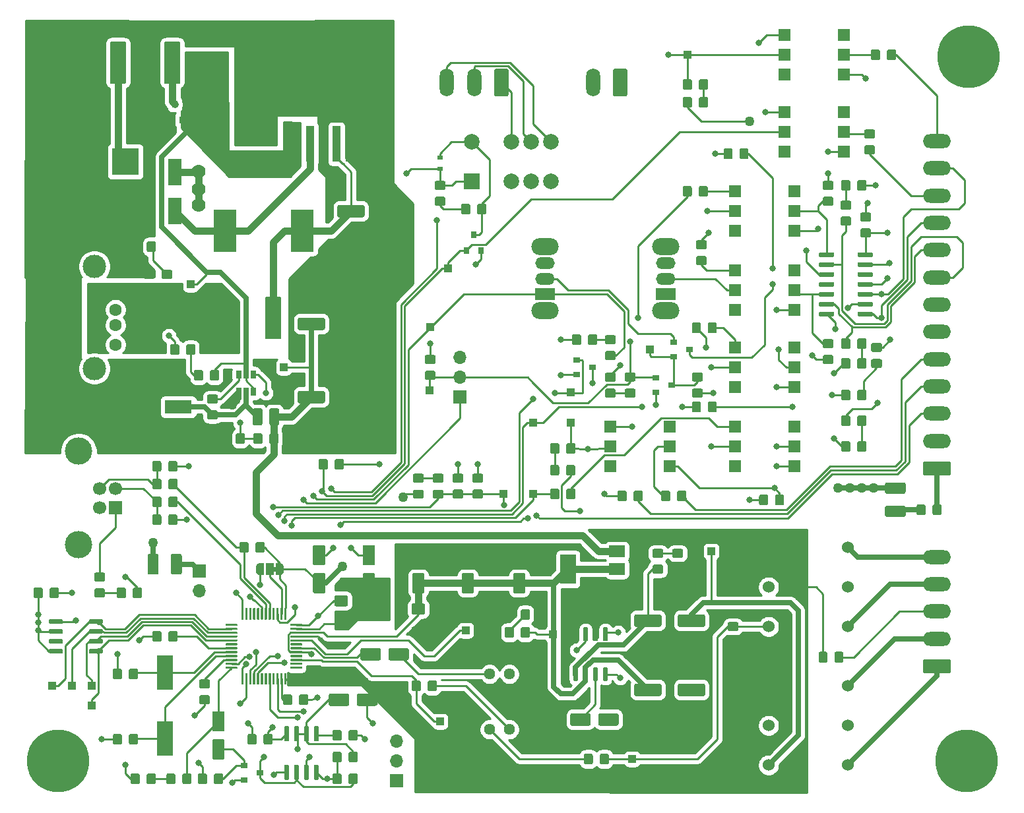
<source format=gbr>
G04 #@! TF.GenerationSoftware,KiCad,Pcbnew,(5.1.5-0-10_14)*
G04 #@! TF.CreationDate,2020-11-15T00:29:35-05:00*
G04 #@! TF.ProjectId,quantar-interface,7175616e-7461-4722-9d69-6e7465726661,rev?*
G04 #@! TF.SameCoordinates,Original*
G04 #@! TF.FileFunction,Copper,L1,Top*
G04 #@! TF.FilePolarity,Positive*
%FSLAX46Y46*%
G04 Gerber Fmt 4.6, Leading zero omitted, Abs format (unit mm)*
G04 Created by KiCad (PCBNEW (5.1.5-0-10_14)) date 2020-11-15 00:29:35*
%MOMM*%
%LPD*%
G04 APERTURE LIST*
%ADD10C,0.100000*%
%ADD11C,1.440000*%
%ADD12R,1.000000X1.000000*%
%ADD13C,1.524000*%
%ADD14R,0.650000X1.060000*%
%ADD15R,1.800000X3.500000*%
%ADD16R,3.500000X1.800000*%
%ADD17R,0.700000X0.600000*%
%ADD18R,3.500000X3.500000*%
%ADD19C,3.000000*%
%ADD20R,1.600000X1.600000*%
%ADD21C,1.600000*%
%ADD22R,1.700000X1.700000*%
%ADD23C,1.700000*%
%ADD24C,3.500000*%
%ADD25O,1.700000X1.700000*%
%ADD26O,3.600000X1.800000*%
%ADD27O,1.800000X3.600000*%
%ADD28R,1.000000X1.500000*%
%ADD29C,2.000000*%
%ADD30R,2.000000X2.000000*%
%ADD31R,2.900000X5.400000*%
%ADD32R,0.800000X0.900000*%
%ADD33R,0.900000X0.800000*%
%ADD34R,2.500000X1.500000*%
%ADD35O,2.500000X1.500000*%
%ADD36O,3.500000X2.200000*%
%ADD37R,1.100000X4.600000*%
%ADD38R,10.800000X9.400000*%
%ADD39R,2.000000X3.800000*%
%ADD40R,2.000000X1.500000*%
%ADD41R,2.000000X4.500000*%
%ADD42C,0.900000*%
%ADD43C,8.000000*%
%ADD44C,1.778000*%
%ADD45C,0.800000*%
%ADD46C,1.270000*%
%ADD47C,0.250000*%
%ADD48C,0.889000*%
%ADD49C,0.635000*%
%ADD50C,0.254000*%
G04 APERTURE END LIST*
D10*
G36*
X109612000Y-122474000D02*
G01*
X109112000Y-122474000D01*
X109112000Y-121874000D01*
X109612000Y-121874000D01*
X109612000Y-122474000D01*
G37*
G04 #@! TA.AperFunction,SMDPad,CuDef*
G36*
X134686504Y-119075204D02*
G01*
X134710773Y-119078804D01*
X134734571Y-119084765D01*
X134757671Y-119093030D01*
X134779849Y-119103520D01*
X134800893Y-119116133D01*
X134820598Y-119130747D01*
X134838777Y-119147223D01*
X134855253Y-119165402D01*
X134869867Y-119185107D01*
X134882480Y-119206151D01*
X134892970Y-119228329D01*
X134901235Y-119251429D01*
X134907196Y-119275227D01*
X134910796Y-119299496D01*
X134912000Y-119324000D01*
X134912000Y-121424000D01*
X134910796Y-121448504D01*
X134907196Y-121472773D01*
X134901235Y-121496571D01*
X134892970Y-121519671D01*
X134882480Y-121541849D01*
X134869867Y-121562893D01*
X134855253Y-121582598D01*
X134838777Y-121600777D01*
X134820598Y-121617253D01*
X134800893Y-121631867D01*
X134779849Y-121644480D01*
X134757671Y-121654970D01*
X134734571Y-121663235D01*
X134710773Y-121669196D01*
X134686504Y-121672796D01*
X134662000Y-121674000D01*
X133562000Y-121674000D01*
X133537496Y-121672796D01*
X133513227Y-121669196D01*
X133489429Y-121663235D01*
X133466329Y-121654970D01*
X133444151Y-121644480D01*
X133423107Y-121631867D01*
X133403402Y-121617253D01*
X133385223Y-121600777D01*
X133368747Y-121582598D01*
X133354133Y-121562893D01*
X133341520Y-121541849D01*
X133331030Y-121519671D01*
X133322765Y-121496571D01*
X133316804Y-121472773D01*
X133313204Y-121448504D01*
X133312000Y-121424000D01*
X133312000Y-119324000D01*
X133313204Y-119299496D01*
X133316804Y-119275227D01*
X133322765Y-119251429D01*
X133331030Y-119228329D01*
X133341520Y-119206151D01*
X133354133Y-119185107D01*
X133368747Y-119165402D01*
X133385223Y-119147223D01*
X133403402Y-119130747D01*
X133423107Y-119116133D01*
X133444151Y-119103520D01*
X133466329Y-119093030D01*
X133489429Y-119084765D01*
X133513227Y-119078804D01*
X133537496Y-119075204D01*
X133562000Y-119074000D01*
X134662000Y-119074000D01*
X134686504Y-119075204D01*
G37*
G04 #@! TD.AperFunction*
G04 #@! TA.AperFunction,SMDPad,CuDef*
G36*
X134686504Y-122675204D02*
G01*
X134710773Y-122678804D01*
X134734571Y-122684765D01*
X134757671Y-122693030D01*
X134779849Y-122703520D01*
X134800893Y-122716133D01*
X134820598Y-122730747D01*
X134838777Y-122747223D01*
X134855253Y-122765402D01*
X134869867Y-122785107D01*
X134882480Y-122806151D01*
X134892970Y-122828329D01*
X134901235Y-122851429D01*
X134907196Y-122875227D01*
X134910796Y-122899496D01*
X134912000Y-122924000D01*
X134912000Y-125024000D01*
X134910796Y-125048504D01*
X134907196Y-125072773D01*
X134901235Y-125096571D01*
X134892970Y-125119671D01*
X134882480Y-125141849D01*
X134869867Y-125162893D01*
X134855253Y-125182598D01*
X134838777Y-125200777D01*
X134820598Y-125217253D01*
X134800893Y-125231867D01*
X134779849Y-125244480D01*
X134757671Y-125254970D01*
X134734571Y-125263235D01*
X134710773Y-125269196D01*
X134686504Y-125272796D01*
X134662000Y-125274000D01*
X133562000Y-125274000D01*
X133537496Y-125272796D01*
X133513227Y-125269196D01*
X133489429Y-125263235D01*
X133466329Y-125254970D01*
X133444151Y-125244480D01*
X133423107Y-125231867D01*
X133403402Y-125217253D01*
X133385223Y-125200777D01*
X133368747Y-125182598D01*
X133354133Y-125162893D01*
X133341520Y-125141849D01*
X133331030Y-125119671D01*
X133322765Y-125096571D01*
X133316804Y-125072773D01*
X133313204Y-125048504D01*
X133312000Y-125024000D01*
X133312000Y-122924000D01*
X133313204Y-122899496D01*
X133316804Y-122875227D01*
X133322765Y-122851429D01*
X133331030Y-122828329D01*
X133341520Y-122806151D01*
X133354133Y-122785107D01*
X133368747Y-122765402D01*
X133385223Y-122747223D01*
X133403402Y-122730747D01*
X133423107Y-122716133D01*
X133444151Y-122703520D01*
X133466329Y-122693030D01*
X133489429Y-122684765D01*
X133513227Y-122678804D01*
X133537496Y-122675204D01*
X133562000Y-122674000D01*
X134662000Y-122674000D01*
X134686504Y-122675204D01*
G37*
G04 #@! TD.AperFunction*
G04 #@! TA.AperFunction,SMDPad,CuDef*
G36*
X128411504Y-129554204D02*
G01*
X128435773Y-129557804D01*
X128459571Y-129563765D01*
X128482671Y-129572030D01*
X128504849Y-129582520D01*
X128525893Y-129595133D01*
X128545598Y-129609747D01*
X128563777Y-129626223D01*
X128580253Y-129644402D01*
X128594867Y-129664107D01*
X128607480Y-129685151D01*
X128617970Y-129707329D01*
X128626235Y-129730429D01*
X128632196Y-129754227D01*
X128635796Y-129778496D01*
X128637000Y-129803000D01*
X128637000Y-130728000D01*
X128635796Y-130752504D01*
X128632196Y-130776773D01*
X128626235Y-130800571D01*
X128617970Y-130823671D01*
X128607480Y-130845849D01*
X128594867Y-130866893D01*
X128580253Y-130886598D01*
X128563777Y-130904777D01*
X128545598Y-130921253D01*
X128525893Y-130935867D01*
X128504849Y-130948480D01*
X128482671Y-130958970D01*
X128459571Y-130967235D01*
X128435773Y-130973196D01*
X128411504Y-130976796D01*
X128387000Y-130978000D01*
X127137000Y-130978000D01*
X127112496Y-130976796D01*
X127088227Y-130973196D01*
X127064429Y-130967235D01*
X127041329Y-130958970D01*
X127019151Y-130948480D01*
X126998107Y-130935867D01*
X126978402Y-130921253D01*
X126960223Y-130904777D01*
X126943747Y-130886598D01*
X126929133Y-130866893D01*
X126916520Y-130845849D01*
X126906030Y-130823671D01*
X126897765Y-130800571D01*
X126891804Y-130776773D01*
X126888204Y-130752504D01*
X126887000Y-130728000D01*
X126887000Y-129803000D01*
X126888204Y-129778496D01*
X126891804Y-129754227D01*
X126897765Y-129730429D01*
X126906030Y-129707329D01*
X126916520Y-129685151D01*
X126929133Y-129664107D01*
X126943747Y-129644402D01*
X126960223Y-129626223D01*
X126978402Y-129609747D01*
X126998107Y-129595133D01*
X127019151Y-129582520D01*
X127041329Y-129572030D01*
X127064429Y-129563765D01*
X127088227Y-129557804D01*
X127112496Y-129554204D01*
X127137000Y-129553000D01*
X128387000Y-129553000D01*
X128411504Y-129554204D01*
G37*
G04 #@! TD.AperFunction*
G04 #@! TA.AperFunction,SMDPad,CuDef*
G36*
X128411504Y-126579204D02*
G01*
X128435773Y-126582804D01*
X128459571Y-126588765D01*
X128482671Y-126597030D01*
X128504849Y-126607520D01*
X128525893Y-126620133D01*
X128545598Y-126634747D01*
X128563777Y-126651223D01*
X128580253Y-126669402D01*
X128594867Y-126689107D01*
X128607480Y-126710151D01*
X128617970Y-126732329D01*
X128626235Y-126755429D01*
X128632196Y-126779227D01*
X128635796Y-126803496D01*
X128637000Y-126828000D01*
X128637000Y-127753000D01*
X128635796Y-127777504D01*
X128632196Y-127801773D01*
X128626235Y-127825571D01*
X128617970Y-127848671D01*
X128607480Y-127870849D01*
X128594867Y-127891893D01*
X128580253Y-127911598D01*
X128563777Y-127929777D01*
X128545598Y-127946253D01*
X128525893Y-127960867D01*
X128504849Y-127973480D01*
X128482671Y-127983970D01*
X128459571Y-127992235D01*
X128435773Y-127998196D01*
X128411504Y-128001796D01*
X128387000Y-128003000D01*
X127137000Y-128003000D01*
X127112496Y-128001796D01*
X127088227Y-127998196D01*
X127064429Y-127992235D01*
X127041329Y-127983970D01*
X127019151Y-127973480D01*
X126998107Y-127960867D01*
X126978402Y-127946253D01*
X126960223Y-127929777D01*
X126943747Y-127911598D01*
X126929133Y-127891893D01*
X126916520Y-127870849D01*
X126906030Y-127848671D01*
X126897765Y-127825571D01*
X126891804Y-127801773D01*
X126888204Y-127777504D01*
X126887000Y-127753000D01*
X126887000Y-126828000D01*
X126888204Y-126803496D01*
X126891804Y-126779227D01*
X126897765Y-126755429D01*
X126906030Y-126732329D01*
X126916520Y-126710151D01*
X126929133Y-126689107D01*
X126943747Y-126669402D01*
X126960223Y-126651223D01*
X126978402Y-126634747D01*
X126998107Y-126620133D01*
X127019151Y-126607520D01*
X127041329Y-126597030D01*
X127064429Y-126588765D01*
X127088227Y-126582804D01*
X127112496Y-126579204D01*
X127137000Y-126578000D01*
X128387000Y-126578000D01*
X128411504Y-126579204D01*
G37*
G04 #@! TD.AperFunction*
G04 #@! TA.AperFunction,SMDPad,CuDef*
G36*
X151929703Y-129646722D02*
G01*
X151944264Y-129648882D01*
X151958543Y-129652459D01*
X151972403Y-129657418D01*
X151985710Y-129663712D01*
X151998336Y-129671280D01*
X152010159Y-129680048D01*
X152021066Y-129689934D01*
X152030952Y-129700841D01*
X152039720Y-129712664D01*
X152047288Y-129725290D01*
X152053582Y-129738597D01*
X152058541Y-129752457D01*
X152062118Y-129766736D01*
X152064278Y-129781297D01*
X152065000Y-129796000D01*
X152065000Y-131246000D01*
X152064278Y-131260703D01*
X152062118Y-131275264D01*
X152058541Y-131289543D01*
X152053582Y-131303403D01*
X152047288Y-131316710D01*
X152039720Y-131329336D01*
X152030952Y-131341159D01*
X152021066Y-131352066D01*
X152010159Y-131361952D01*
X151998336Y-131370720D01*
X151985710Y-131378288D01*
X151972403Y-131384582D01*
X151958543Y-131389541D01*
X151944264Y-131393118D01*
X151929703Y-131395278D01*
X151915000Y-131396000D01*
X151615000Y-131396000D01*
X151600297Y-131395278D01*
X151585736Y-131393118D01*
X151571457Y-131389541D01*
X151557597Y-131384582D01*
X151544290Y-131378288D01*
X151531664Y-131370720D01*
X151519841Y-131361952D01*
X151508934Y-131352066D01*
X151499048Y-131341159D01*
X151490280Y-131329336D01*
X151482712Y-131316710D01*
X151476418Y-131303403D01*
X151471459Y-131289543D01*
X151467882Y-131275264D01*
X151465722Y-131260703D01*
X151465000Y-131246000D01*
X151465000Y-129796000D01*
X151465722Y-129781297D01*
X151467882Y-129766736D01*
X151471459Y-129752457D01*
X151476418Y-129738597D01*
X151482712Y-129725290D01*
X151490280Y-129712664D01*
X151499048Y-129700841D01*
X151508934Y-129689934D01*
X151519841Y-129680048D01*
X151531664Y-129671280D01*
X151544290Y-129663712D01*
X151557597Y-129657418D01*
X151571457Y-129652459D01*
X151585736Y-129648882D01*
X151600297Y-129646722D01*
X151615000Y-129646000D01*
X151915000Y-129646000D01*
X151929703Y-129646722D01*
G37*
G04 #@! TD.AperFunction*
G04 #@! TA.AperFunction,SMDPad,CuDef*
G36*
X150659703Y-129646722D02*
G01*
X150674264Y-129648882D01*
X150688543Y-129652459D01*
X150702403Y-129657418D01*
X150715710Y-129663712D01*
X150728336Y-129671280D01*
X150740159Y-129680048D01*
X150751066Y-129689934D01*
X150760952Y-129700841D01*
X150769720Y-129712664D01*
X150777288Y-129725290D01*
X150783582Y-129738597D01*
X150788541Y-129752457D01*
X150792118Y-129766736D01*
X150794278Y-129781297D01*
X150795000Y-129796000D01*
X150795000Y-131246000D01*
X150794278Y-131260703D01*
X150792118Y-131275264D01*
X150788541Y-131289543D01*
X150783582Y-131303403D01*
X150777288Y-131316710D01*
X150769720Y-131329336D01*
X150760952Y-131341159D01*
X150751066Y-131352066D01*
X150740159Y-131361952D01*
X150728336Y-131370720D01*
X150715710Y-131378288D01*
X150702403Y-131384582D01*
X150688543Y-131389541D01*
X150674264Y-131393118D01*
X150659703Y-131395278D01*
X150645000Y-131396000D01*
X150345000Y-131396000D01*
X150330297Y-131395278D01*
X150315736Y-131393118D01*
X150301457Y-131389541D01*
X150287597Y-131384582D01*
X150274290Y-131378288D01*
X150261664Y-131370720D01*
X150249841Y-131361952D01*
X150238934Y-131352066D01*
X150229048Y-131341159D01*
X150220280Y-131329336D01*
X150212712Y-131316710D01*
X150206418Y-131303403D01*
X150201459Y-131289543D01*
X150197882Y-131275264D01*
X150195722Y-131260703D01*
X150195000Y-131246000D01*
X150195000Y-129796000D01*
X150195722Y-129781297D01*
X150197882Y-129766736D01*
X150201459Y-129752457D01*
X150206418Y-129738597D01*
X150212712Y-129725290D01*
X150220280Y-129712664D01*
X150229048Y-129700841D01*
X150238934Y-129689934D01*
X150249841Y-129680048D01*
X150261664Y-129671280D01*
X150274290Y-129663712D01*
X150287597Y-129657418D01*
X150301457Y-129652459D01*
X150315736Y-129648882D01*
X150330297Y-129646722D01*
X150345000Y-129646000D01*
X150645000Y-129646000D01*
X150659703Y-129646722D01*
G37*
G04 #@! TD.AperFunction*
G04 #@! TA.AperFunction,SMDPad,CuDef*
G36*
X149389703Y-129646722D02*
G01*
X149404264Y-129648882D01*
X149418543Y-129652459D01*
X149432403Y-129657418D01*
X149445710Y-129663712D01*
X149458336Y-129671280D01*
X149470159Y-129680048D01*
X149481066Y-129689934D01*
X149490952Y-129700841D01*
X149499720Y-129712664D01*
X149507288Y-129725290D01*
X149513582Y-129738597D01*
X149518541Y-129752457D01*
X149522118Y-129766736D01*
X149524278Y-129781297D01*
X149525000Y-129796000D01*
X149525000Y-131246000D01*
X149524278Y-131260703D01*
X149522118Y-131275264D01*
X149518541Y-131289543D01*
X149513582Y-131303403D01*
X149507288Y-131316710D01*
X149499720Y-131329336D01*
X149490952Y-131341159D01*
X149481066Y-131352066D01*
X149470159Y-131361952D01*
X149458336Y-131370720D01*
X149445710Y-131378288D01*
X149432403Y-131384582D01*
X149418543Y-131389541D01*
X149404264Y-131393118D01*
X149389703Y-131395278D01*
X149375000Y-131396000D01*
X149075000Y-131396000D01*
X149060297Y-131395278D01*
X149045736Y-131393118D01*
X149031457Y-131389541D01*
X149017597Y-131384582D01*
X149004290Y-131378288D01*
X148991664Y-131370720D01*
X148979841Y-131361952D01*
X148968934Y-131352066D01*
X148959048Y-131341159D01*
X148950280Y-131329336D01*
X148942712Y-131316710D01*
X148936418Y-131303403D01*
X148931459Y-131289543D01*
X148927882Y-131275264D01*
X148925722Y-131260703D01*
X148925000Y-131246000D01*
X148925000Y-129796000D01*
X148925722Y-129781297D01*
X148927882Y-129766736D01*
X148931459Y-129752457D01*
X148936418Y-129738597D01*
X148942712Y-129725290D01*
X148950280Y-129712664D01*
X148959048Y-129700841D01*
X148968934Y-129689934D01*
X148979841Y-129680048D01*
X148991664Y-129671280D01*
X149004290Y-129663712D01*
X149017597Y-129657418D01*
X149031457Y-129652459D01*
X149045736Y-129648882D01*
X149060297Y-129646722D01*
X149075000Y-129646000D01*
X149375000Y-129646000D01*
X149389703Y-129646722D01*
G37*
G04 #@! TD.AperFunction*
G04 #@! TA.AperFunction,SMDPad,CuDef*
G36*
X148119703Y-129646722D02*
G01*
X148134264Y-129648882D01*
X148148543Y-129652459D01*
X148162403Y-129657418D01*
X148175710Y-129663712D01*
X148188336Y-129671280D01*
X148200159Y-129680048D01*
X148211066Y-129689934D01*
X148220952Y-129700841D01*
X148229720Y-129712664D01*
X148237288Y-129725290D01*
X148243582Y-129738597D01*
X148248541Y-129752457D01*
X148252118Y-129766736D01*
X148254278Y-129781297D01*
X148255000Y-129796000D01*
X148255000Y-131246000D01*
X148254278Y-131260703D01*
X148252118Y-131275264D01*
X148248541Y-131289543D01*
X148243582Y-131303403D01*
X148237288Y-131316710D01*
X148229720Y-131329336D01*
X148220952Y-131341159D01*
X148211066Y-131352066D01*
X148200159Y-131361952D01*
X148188336Y-131370720D01*
X148175710Y-131378288D01*
X148162403Y-131384582D01*
X148148543Y-131389541D01*
X148134264Y-131393118D01*
X148119703Y-131395278D01*
X148105000Y-131396000D01*
X147805000Y-131396000D01*
X147790297Y-131395278D01*
X147775736Y-131393118D01*
X147761457Y-131389541D01*
X147747597Y-131384582D01*
X147734290Y-131378288D01*
X147721664Y-131370720D01*
X147709841Y-131361952D01*
X147698934Y-131352066D01*
X147689048Y-131341159D01*
X147680280Y-131329336D01*
X147672712Y-131316710D01*
X147666418Y-131303403D01*
X147661459Y-131289543D01*
X147657882Y-131275264D01*
X147655722Y-131260703D01*
X147655000Y-131246000D01*
X147655000Y-129796000D01*
X147655722Y-129781297D01*
X147657882Y-129766736D01*
X147661459Y-129752457D01*
X147666418Y-129738597D01*
X147672712Y-129725290D01*
X147680280Y-129712664D01*
X147689048Y-129700841D01*
X147698934Y-129689934D01*
X147709841Y-129680048D01*
X147721664Y-129671280D01*
X147734290Y-129663712D01*
X147747597Y-129657418D01*
X147761457Y-129652459D01*
X147775736Y-129648882D01*
X147790297Y-129646722D01*
X147805000Y-129646000D01*
X148105000Y-129646000D01*
X148119703Y-129646722D01*
G37*
G04 #@! TD.AperFunction*
G04 #@! TA.AperFunction,SMDPad,CuDef*
G36*
X148119703Y-134796722D02*
G01*
X148134264Y-134798882D01*
X148148543Y-134802459D01*
X148162403Y-134807418D01*
X148175710Y-134813712D01*
X148188336Y-134821280D01*
X148200159Y-134830048D01*
X148211066Y-134839934D01*
X148220952Y-134850841D01*
X148229720Y-134862664D01*
X148237288Y-134875290D01*
X148243582Y-134888597D01*
X148248541Y-134902457D01*
X148252118Y-134916736D01*
X148254278Y-134931297D01*
X148255000Y-134946000D01*
X148255000Y-136396000D01*
X148254278Y-136410703D01*
X148252118Y-136425264D01*
X148248541Y-136439543D01*
X148243582Y-136453403D01*
X148237288Y-136466710D01*
X148229720Y-136479336D01*
X148220952Y-136491159D01*
X148211066Y-136502066D01*
X148200159Y-136511952D01*
X148188336Y-136520720D01*
X148175710Y-136528288D01*
X148162403Y-136534582D01*
X148148543Y-136539541D01*
X148134264Y-136543118D01*
X148119703Y-136545278D01*
X148105000Y-136546000D01*
X147805000Y-136546000D01*
X147790297Y-136545278D01*
X147775736Y-136543118D01*
X147761457Y-136539541D01*
X147747597Y-136534582D01*
X147734290Y-136528288D01*
X147721664Y-136520720D01*
X147709841Y-136511952D01*
X147698934Y-136502066D01*
X147689048Y-136491159D01*
X147680280Y-136479336D01*
X147672712Y-136466710D01*
X147666418Y-136453403D01*
X147661459Y-136439543D01*
X147657882Y-136425264D01*
X147655722Y-136410703D01*
X147655000Y-136396000D01*
X147655000Y-134946000D01*
X147655722Y-134931297D01*
X147657882Y-134916736D01*
X147661459Y-134902457D01*
X147666418Y-134888597D01*
X147672712Y-134875290D01*
X147680280Y-134862664D01*
X147689048Y-134850841D01*
X147698934Y-134839934D01*
X147709841Y-134830048D01*
X147721664Y-134821280D01*
X147734290Y-134813712D01*
X147747597Y-134807418D01*
X147761457Y-134802459D01*
X147775736Y-134798882D01*
X147790297Y-134796722D01*
X147805000Y-134796000D01*
X148105000Y-134796000D01*
X148119703Y-134796722D01*
G37*
G04 #@! TD.AperFunction*
G04 #@! TA.AperFunction,SMDPad,CuDef*
G36*
X149389703Y-134796722D02*
G01*
X149404264Y-134798882D01*
X149418543Y-134802459D01*
X149432403Y-134807418D01*
X149445710Y-134813712D01*
X149458336Y-134821280D01*
X149470159Y-134830048D01*
X149481066Y-134839934D01*
X149490952Y-134850841D01*
X149499720Y-134862664D01*
X149507288Y-134875290D01*
X149513582Y-134888597D01*
X149518541Y-134902457D01*
X149522118Y-134916736D01*
X149524278Y-134931297D01*
X149525000Y-134946000D01*
X149525000Y-136396000D01*
X149524278Y-136410703D01*
X149522118Y-136425264D01*
X149518541Y-136439543D01*
X149513582Y-136453403D01*
X149507288Y-136466710D01*
X149499720Y-136479336D01*
X149490952Y-136491159D01*
X149481066Y-136502066D01*
X149470159Y-136511952D01*
X149458336Y-136520720D01*
X149445710Y-136528288D01*
X149432403Y-136534582D01*
X149418543Y-136539541D01*
X149404264Y-136543118D01*
X149389703Y-136545278D01*
X149375000Y-136546000D01*
X149075000Y-136546000D01*
X149060297Y-136545278D01*
X149045736Y-136543118D01*
X149031457Y-136539541D01*
X149017597Y-136534582D01*
X149004290Y-136528288D01*
X148991664Y-136520720D01*
X148979841Y-136511952D01*
X148968934Y-136502066D01*
X148959048Y-136491159D01*
X148950280Y-136479336D01*
X148942712Y-136466710D01*
X148936418Y-136453403D01*
X148931459Y-136439543D01*
X148927882Y-136425264D01*
X148925722Y-136410703D01*
X148925000Y-136396000D01*
X148925000Y-134946000D01*
X148925722Y-134931297D01*
X148927882Y-134916736D01*
X148931459Y-134902457D01*
X148936418Y-134888597D01*
X148942712Y-134875290D01*
X148950280Y-134862664D01*
X148959048Y-134850841D01*
X148968934Y-134839934D01*
X148979841Y-134830048D01*
X148991664Y-134821280D01*
X149004290Y-134813712D01*
X149017597Y-134807418D01*
X149031457Y-134802459D01*
X149045736Y-134798882D01*
X149060297Y-134796722D01*
X149075000Y-134796000D01*
X149375000Y-134796000D01*
X149389703Y-134796722D01*
G37*
G04 #@! TD.AperFunction*
G04 #@! TA.AperFunction,SMDPad,CuDef*
G36*
X150659703Y-134796722D02*
G01*
X150674264Y-134798882D01*
X150688543Y-134802459D01*
X150702403Y-134807418D01*
X150715710Y-134813712D01*
X150728336Y-134821280D01*
X150740159Y-134830048D01*
X150751066Y-134839934D01*
X150760952Y-134850841D01*
X150769720Y-134862664D01*
X150777288Y-134875290D01*
X150783582Y-134888597D01*
X150788541Y-134902457D01*
X150792118Y-134916736D01*
X150794278Y-134931297D01*
X150795000Y-134946000D01*
X150795000Y-136396000D01*
X150794278Y-136410703D01*
X150792118Y-136425264D01*
X150788541Y-136439543D01*
X150783582Y-136453403D01*
X150777288Y-136466710D01*
X150769720Y-136479336D01*
X150760952Y-136491159D01*
X150751066Y-136502066D01*
X150740159Y-136511952D01*
X150728336Y-136520720D01*
X150715710Y-136528288D01*
X150702403Y-136534582D01*
X150688543Y-136539541D01*
X150674264Y-136543118D01*
X150659703Y-136545278D01*
X150645000Y-136546000D01*
X150345000Y-136546000D01*
X150330297Y-136545278D01*
X150315736Y-136543118D01*
X150301457Y-136539541D01*
X150287597Y-136534582D01*
X150274290Y-136528288D01*
X150261664Y-136520720D01*
X150249841Y-136511952D01*
X150238934Y-136502066D01*
X150229048Y-136491159D01*
X150220280Y-136479336D01*
X150212712Y-136466710D01*
X150206418Y-136453403D01*
X150201459Y-136439543D01*
X150197882Y-136425264D01*
X150195722Y-136410703D01*
X150195000Y-136396000D01*
X150195000Y-134946000D01*
X150195722Y-134931297D01*
X150197882Y-134916736D01*
X150201459Y-134902457D01*
X150206418Y-134888597D01*
X150212712Y-134875290D01*
X150220280Y-134862664D01*
X150229048Y-134850841D01*
X150238934Y-134839934D01*
X150249841Y-134830048D01*
X150261664Y-134821280D01*
X150274290Y-134813712D01*
X150287597Y-134807418D01*
X150301457Y-134802459D01*
X150315736Y-134798882D01*
X150330297Y-134796722D01*
X150345000Y-134796000D01*
X150645000Y-134796000D01*
X150659703Y-134796722D01*
G37*
G04 #@! TD.AperFunction*
G04 #@! TA.AperFunction,SMDPad,CuDef*
G36*
X151929703Y-134796722D02*
G01*
X151944264Y-134798882D01*
X151958543Y-134802459D01*
X151972403Y-134807418D01*
X151985710Y-134813712D01*
X151998336Y-134821280D01*
X152010159Y-134830048D01*
X152021066Y-134839934D01*
X152030952Y-134850841D01*
X152039720Y-134862664D01*
X152047288Y-134875290D01*
X152053582Y-134888597D01*
X152058541Y-134902457D01*
X152062118Y-134916736D01*
X152064278Y-134931297D01*
X152065000Y-134946000D01*
X152065000Y-136396000D01*
X152064278Y-136410703D01*
X152062118Y-136425264D01*
X152058541Y-136439543D01*
X152053582Y-136453403D01*
X152047288Y-136466710D01*
X152039720Y-136479336D01*
X152030952Y-136491159D01*
X152021066Y-136502066D01*
X152010159Y-136511952D01*
X151998336Y-136520720D01*
X151985710Y-136528288D01*
X151972403Y-136534582D01*
X151958543Y-136539541D01*
X151944264Y-136543118D01*
X151929703Y-136545278D01*
X151915000Y-136546000D01*
X151615000Y-136546000D01*
X151600297Y-136545278D01*
X151585736Y-136543118D01*
X151571457Y-136539541D01*
X151557597Y-136534582D01*
X151544290Y-136528288D01*
X151531664Y-136520720D01*
X151519841Y-136511952D01*
X151508934Y-136502066D01*
X151499048Y-136491159D01*
X151490280Y-136479336D01*
X151482712Y-136466710D01*
X151476418Y-136453403D01*
X151471459Y-136439543D01*
X151467882Y-136425264D01*
X151465722Y-136410703D01*
X151465000Y-136396000D01*
X151465000Y-134946000D01*
X151465722Y-134931297D01*
X151467882Y-134916736D01*
X151471459Y-134902457D01*
X151476418Y-134888597D01*
X151482712Y-134875290D01*
X151490280Y-134862664D01*
X151499048Y-134850841D01*
X151508934Y-134839934D01*
X151519841Y-134830048D01*
X151531664Y-134821280D01*
X151544290Y-134813712D01*
X151557597Y-134807418D01*
X151571457Y-134802459D01*
X151585736Y-134798882D01*
X151600297Y-134796722D01*
X151615000Y-134796000D01*
X151915000Y-134796000D01*
X151929703Y-134796722D01*
G37*
G04 #@! TD.AperFunction*
G04 #@! TA.AperFunction,SMDPad,CuDef*
G36*
X151987505Y-145859204D02*
G01*
X152011773Y-145862804D01*
X152035572Y-145868765D01*
X152058671Y-145877030D01*
X152080850Y-145887520D01*
X152101893Y-145900132D01*
X152121599Y-145914747D01*
X152139777Y-145931223D01*
X152156253Y-145949401D01*
X152170868Y-145969107D01*
X152183480Y-145990150D01*
X152193970Y-146012329D01*
X152202235Y-146035428D01*
X152208196Y-146059227D01*
X152211796Y-146083495D01*
X152213000Y-146107999D01*
X152213000Y-147008001D01*
X152211796Y-147032505D01*
X152208196Y-147056773D01*
X152202235Y-147080572D01*
X152193970Y-147103671D01*
X152183480Y-147125850D01*
X152170868Y-147146893D01*
X152156253Y-147166599D01*
X152139777Y-147184777D01*
X152121599Y-147201253D01*
X152101893Y-147215868D01*
X152080850Y-147228480D01*
X152058671Y-147238970D01*
X152035572Y-147247235D01*
X152011773Y-147253196D01*
X151987505Y-147256796D01*
X151963001Y-147258000D01*
X151312999Y-147258000D01*
X151288495Y-147256796D01*
X151264227Y-147253196D01*
X151240428Y-147247235D01*
X151217329Y-147238970D01*
X151195150Y-147228480D01*
X151174107Y-147215868D01*
X151154401Y-147201253D01*
X151136223Y-147184777D01*
X151119747Y-147166599D01*
X151105132Y-147146893D01*
X151092520Y-147125850D01*
X151082030Y-147103671D01*
X151073765Y-147080572D01*
X151067804Y-147056773D01*
X151064204Y-147032505D01*
X151063000Y-147008001D01*
X151063000Y-146107999D01*
X151064204Y-146083495D01*
X151067804Y-146059227D01*
X151073765Y-146035428D01*
X151082030Y-146012329D01*
X151092520Y-145990150D01*
X151105132Y-145969107D01*
X151119747Y-145949401D01*
X151136223Y-145931223D01*
X151154401Y-145914747D01*
X151174107Y-145900132D01*
X151195150Y-145887520D01*
X151217329Y-145877030D01*
X151240428Y-145868765D01*
X151264227Y-145862804D01*
X151288495Y-145859204D01*
X151312999Y-145858000D01*
X151963001Y-145858000D01*
X151987505Y-145859204D01*
G37*
G04 #@! TD.AperFunction*
G04 #@! TA.AperFunction,SMDPad,CuDef*
G36*
X149937505Y-145859204D02*
G01*
X149961773Y-145862804D01*
X149985572Y-145868765D01*
X150008671Y-145877030D01*
X150030850Y-145887520D01*
X150051893Y-145900132D01*
X150071599Y-145914747D01*
X150089777Y-145931223D01*
X150106253Y-145949401D01*
X150120868Y-145969107D01*
X150133480Y-145990150D01*
X150143970Y-146012329D01*
X150152235Y-146035428D01*
X150158196Y-146059227D01*
X150161796Y-146083495D01*
X150163000Y-146107999D01*
X150163000Y-147008001D01*
X150161796Y-147032505D01*
X150158196Y-147056773D01*
X150152235Y-147080572D01*
X150143970Y-147103671D01*
X150133480Y-147125850D01*
X150120868Y-147146893D01*
X150106253Y-147166599D01*
X150089777Y-147184777D01*
X150071599Y-147201253D01*
X150051893Y-147215868D01*
X150030850Y-147228480D01*
X150008671Y-147238970D01*
X149985572Y-147247235D01*
X149961773Y-147253196D01*
X149937505Y-147256796D01*
X149913001Y-147258000D01*
X149262999Y-147258000D01*
X149238495Y-147256796D01*
X149214227Y-147253196D01*
X149190428Y-147247235D01*
X149167329Y-147238970D01*
X149145150Y-147228480D01*
X149124107Y-147215868D01*
X149104401Y-147201253D01*
X149086223Y-147184777D01*
X149069747Y-147166599D01*
X149055132Y-147146893D01*
X149042520Y-147125850D01*
X149032030Y-147103671D01*
X149023765Y-147080572D01*
X149017804Y-147056773D01*
X149014204Y-147032505D01*
X149013000Y-147008001D01*
X149013000Y-146107999D01*
X149014204Y-146083495D01*
X149017804Y-146059227D01*
X149023765Y-146035428D01*
X149032030Y-146012329D01*
X149042520Y-145990150D01*
X149055132Y-145969107D01*
X149069747Y-145949401D01*
X149086223Y-145931223D01*
X149104401Y-145914747D01*
X149124107Y-145900132D01*
X149145150Y-145887520D01*
X149167329Y-145877030D01*
X149190428Y-145868765D01*
X149214227Y-145862804D01*
X149238495Y-145859204D01*
X149262999Y-145858000D01*
X149913001Y-145858000D01*
X149937505Y-145859204D01*
G37*
G04 #@! TD.AperFunction*
G04 #@! TA.AperFunction,SMDPad,CuDef*
G36*
X158744504Y-136869204D02*
G01*
X158768773Y-136872804D01*
X158792571Y-136878765D01*
X158815671Y-136887030D01*
X158837849Y-136897520D01*
X158858893Y-136910133D01*
X158878598Y-136924747D01*
X158896777Y-136941223D01*
X158913253Y-136959402D01*
X158927867Y-136979107D01*
X158940480Y-137000151D01*
X158950970Y-137022329D01*
X158959235Y-137045429D01*
X158965196Y-137069227D01*
X158968796Y-137093496D01*
X158970000Y-137118000D01*
X158970000Y-138218000D01*
X158968796Y-138242504D01*
X158965196Y-138266773D01*
X158959235Y-138290571D01*
X158950970Y-138313671D01*
X158940480Y-138335849D01*
X158927867Y-138356893D01*
X158913253Y-138376598D01*
X158896777Y-138394777D01*
X158878598Y-138411253D01*
X158858893Y-138425867D01*
X158837849Y-138438480D01*
X158815671Y-138448970D01*
X158792571Y-138457235D01*
X158768773Y-138463196D01*
X158744504Y-138466796D01*
X158720000Y-138468000D01*
X155720000Y-138468000D01*
X155695496Y-138466796D01*
X155671227Y-138463196D01*
X155647429Y-138457235D01*
X155624329Y-138448970D01*
X155602151Y-138438480D01*
X155581107Y-138425867D01*
X155561402Y-138411253D01*
X155543223Y-138394777D01*
X155526747Y-138376598D01*
X155512133Y-138356893D01*
X155499520Y-138335849D01*
X155489030Y-138313671D01*
X155480765Y-138290571D01*
X155474804Y-138266773D01*
X155471204Y-138242504D01*
X155470000Y-138218000D01*
X155470000Y-137118000D01*
X155471204Y-137093496D01*
X155474804Y-137069227D01*
X155480765Y-137045429D01*
X155489030Y-137022329D01*
X155499520Y-137000151D01*
X155512133Y-136979107D01*
X155526747Y-136959402D01*
X155543223Y-136941223D01*
X155561402Y-136924747D01*
X155581107Y-136910133D01*
X155602151Y-136897520D01*
X155624329Y-136887030D01*
X155647429Y-136878765D01*
X155671227Y-136872804D01*
X155695496Y-136869204D01*
X155720000Y-136868000D01*
X158720000Y-136868000D01*
X158744504Y-136869204D01*
G37*
G04 #@! TD.AperFunction*
G04 #@! TA.AperFunction,SMDPad,CuDef*
G36*
X164344504Y-136869204D02*
G01*
X164368773Y-136872804D01*
X164392571Y-136878765D01*
X164415671Y-136887030D01*
X164437849Y-136897520D01*
X164458893Y-136910133D01*
X164478598Y-136924747D01*
X164496777Y-136941223D01*
X164513253Y-136959402D01*
X164527867Y-136979107D01*
X164540480Y-137000151D01*
X164550970Y-137022329D01*
X164559235Y-137045429D01*
X164565196Y-137069227D01*
X164568796Y-137093496D01*
X164570000Y-137118000D01*
X164570000Y-138218000D01*
X164568796Y-138242504D01*
X164565196Y-138266773D01*
X164559235Y-138290571D01*
X164550970Y-138313671D01*
X164540480Y-138335849D01*
X164527867Y-138356893D01*
X164513253Y-138376598D01*
X164496777Y-138394777D01*
X164478598Y-138411253D01*
X164458893Y-138425867D01*
X164437849Y-138438480D01*
X164415671Y-138448970D01*
X164392571Y-138457235D01*
X164368773Y-138463196D01*
X164344504Y-138466796D01*
X164320000Y-138468000D01*
X161320000Y-138468000D01*
X161295496Y-138466796D01*
X161271227Y-138463196D01*
X161247429Y-138457235D01*
X161224329Y-138448970D01*
X161202151Y-138438480D01*
X161181107Y-138425867D01*
X161161402Y-138411253D01*
X161143223Y-138394777D01*
X161126747Y-138376598D01*
X161112133Y-138356893D01*
X161099520Y-138335849D01*
X161089030Y-138313671D01*
X161080765Y-138290571D01*
X161074804Y-138266773D01*
X161071204Y-138242504D01*
X161070000Y-138218000D01*
X161070000Y-137118000D01*
X161071204Y-137093496D01*
X161074804Y-137069227D01*
X161080765Y-137045429D01*
X161089030Y-137022329D01*
X161099520Y-137000151D01*
X161112133Y-136979107D01*
X161126747Y-136959402D01*
X161143223Y-136941223D01*
X161161402Y-136924747D01*
X161181107Y-136910133D01*
X161202151Y-136897520D01*
X161224329Y-136887030D01*
X161247429Y-136878765D01*
X161271227Y-136872804D01*
X161295496Y-136869204D01*
X161320000Y-136868000D01*
X164320000Y-136868000D01*
X164344504Y-136869204D01*
G37*
G04 #@! TD.AperFunction*
G04 #@! TA.AperFunction,SMDPad,CuDef*
G36*
X149642504Y-140679204D02*
G01*
X149666773Y-140682804D01*
X149690571Y-140688765D01*
X149713671Y-140697030D01*
X149735849Y-140707520D01*
X149756893Y-140720133D01*
X149776598Y-140734747D01*
X149794777Y-140751223D01*
X149811253Y-140769402D01*
X149825867Y-140789107D01*
X149838480Y-140810151D01*
X149848970Y-140832329D01*
X149857235Y-140855429D01*
X149863196Y-140879227D01*
X149866796Y-140903496D01*
X149868000Y-140928000D01*
X149868000Y-142028000D01*
X149866796Y-142052504D01*
X149863196Y-142076773D01*
X149857235Y-142100571D01*
X149848970Y-142123671D01*
X149838480Y-142145849D01*
X149825867Y-142166893D01*
X149811253Y-142186598D01*
X149794777Y-142204777D01*
X149776598Y-142221253D01*
X149756893Y-142235867D01*
X149735849Y-142248480D01*
X149713671Y-142258970D01*
X149690571Y-142267235D01*
X149666773Y-142273196D01*
X149642504Y-142276796D01*
X149618000Y-142278000D01*
X147518000Y-142278000D01*
X147493496Y-142276796D01*
X147469227Y-142273196D01*
X147445429Y-142267235D01*
X147422329Y-142258970D01*
X147400151Y-142248480D01*
X147379107Y-142235867D01*
X147359402Y-142221253D01*
X147341223Y-142204777D01*
X147324747Y-142186598D01*
X147310133Y-142166893D01*
X147297520Y-142145849D01*
X147287030Y-142123671D01*
X147278765Y-142100571D01*
X147272804Y-142076773D01*
X147269204Y-142052504D01*
X147268000Y-142028000D01*
X147268000Y-140928000D01*
X147269204Y-140903496D01*
X147272804Y-140879227D01*
X147278765Y-140855429D01*
X147287030Y-140832329D01*
X147297520Y-140810151D01*
X147310133Y-140789107D01*
X147324747Y-140769402D01*
X147341223Y-140751223D01*
X147359402Y-140734747D01*
X147379107Y-140720133D01*
X147400151Y-140707520D01*
X147422329Y-140697030D01*
X147445429Y-140688765D01*
X147469227Y-140682804D01*
X147493496Y-140679204D01*
X147518000Y-140678000D01*
X149618000Y-140678000D01*
X149642504Y-140679204D01*
G37*
G04 #@! TD.AperFunction*
G04 #@! TA.AperFunction,SMDPad,CuDef*
G36*
X153242504Y-140679204D02*
G01*
X153266773Y-140682804D01*
X153290571Y-140688765D01*
X153313671Y-140697030D01*
X153335849Y-140707520D01*
X153356893Y-140720133D01*
X153376598Y-140734747D01*
X153394777Y-140751223D01*
X153411253Y-140769402D01*
X153425867Y-140789107D01*
X153438480Y-140810151D01*
X153448970Y-140832329D01*
X153457235Y-140855429D01*
X153463196Y-140879227D01*
X153466796Y-140903496D01*
X153468000Y-140928000D01*
X153468000Y-142028000D01*
X153466796Y-142052504D01*
X153463196Y-142076773D01*
X153457235Y-142100571D01*
X153448970Y-142123671D01*
X153438480Y-142145849D01*
X153425867Y-142166893D01*
X153411253Y-142186598D01*
X153394777Y-142204777D01*
X153376598Y-142221253D01*
X153356893Y-142235867D01*
X153335849Y-142248480D01*
X153313671Y-142258970D01*
X153290571Y-142267235D01*
X153266773Y-142273196D01*
X153242504Y-142276796D01*
X153218000Y-142278000D01*
X151118000Y-142278000D01*
X151093496Y-142276796D01*
X151069227Y-142273196D01*
X151045429Y-142267235D01*
X151022329Y-142258970D01*
X151000151Y-142248480D01*
X150979107Y-142235867D01*
X150959402Y-142221253D01*
X150941223Y-142204777D01*
X150924747Y-142186598D01*
X150910133Y-142166893D01*
X150897520Y-142145849D01*
X150887030Y-142123671D01*
X150878765Y-142100571D01*
X150872804Y-142076773D01*
X150869204Y-142052504D01*
X150868000Y-142028000D01*
X150868000Y-140928000D01*
X150869204Y-140903496D01*
X150872804Y-140879227D01*
X150878765Y-140855429D01*
X150887030Y-140832329D01*
X150897520Y-140810151D01*
X150910133Y-140789107D01*
X150924747Y-140769402D01*
X150941223Y-140751223D01*
X150959402Y-140734747D01*
X150979107Y-140720133D01*
X151000151Y-140707520D01*
X151022329Y-140697030D01*
X151045429Y-140688765D01*
X151069227Y-140682804D01*
X151093496Y-140679204D01*
X151118000Y-140678000D01*
X153218000Y-140678000D01*
X153242504Y-140679204D01*
G37*
G04 #@! TD.AperFunction*
G04 #@! TA.AperFunction,SMDPad,CuDef*
G36*
X158744504Y-127979204D02*
G01*
X158768773Y-127982804D01*
X158792571Y-127988765D01*
X158815671Y-127997030D01*
X158837849Y-128007520D01*
X158858893Y-128020133D01*
X158878598Y-128034747D01*
X158896777Y-128051223D01*
X158913253Y-128069402D01*
X158927867Y-128089107D01*
X158940480Y-128110151D01*
X158950970Y-128132329D01*
X158959235Y-128155429D01*
X158965196Y-128179227D01*
X158968796Y-128203496D01*
X158970000Y-128228000D01*
X158970000Y-129328000D01*
X158968796Y-129352504D01*
X158965196Y-129376773D01*
X158959235Y-129400571D01*
X158950970Y-129423671D01*
X158940480Y-129445849D01*
X158927867Y-129466893D01*
X158913253Y-129486598D01*
X158896777Y-129504777D01*
X158878598Y-129521253D01*
X158858893Y-129535867D01*
X158837849Y-129548480D01*
X158815671Y-129558970D01*
X158792571Y-129567235D01*
X158768773Y-129573196D01*
X158744504Y-129576796D01*
X158720000Y-129578000D01*
X155720000Y-129578000D01*
X155695496Y-129576796D01*
X155671227Y-129573196D01*
X155647429Y-129567235D01*
X155624329Y-129558970D01*
X155602151Y-129548480D01*
X155581107Y-129535867D01*
X155561402Y-129521253D01*
X155543223Y-129504777D01*
X155526747Y-129486598D01*
X155512133Y-129466893D01*
X155499520Y-129445849D01*
X155489030Y-129423671D01*
X155480765Y-129400571D01*
X155474804Y-129376773D01*
X155471204Y-129352504D01*
X155470000Y-129328000D01*
X155470000Y-128228000D01*
X155471204Y-128203496D01*
X155474804Y-128179227D01*
X155480765Y-128155429D01*
X155489030Y-128132329D01*
X155499520Y-128110151D01*
X155512133Y-128089107D01*
X155526747Y-128069402D01*
X155543223Y-128051223D01*
X155561402Y-128034747D01*
X155581107Y-128020133D01*
X155602151Y-128007520D01*
X155624329Y-127997030D01*
X155647429Y-127988765D01*
X155671227Y-127982804D01*
X155695496Y-127979204D01*
X155720000Y-127978000D01*
X158720000Y-127978000D01*
X158744504Y-127979204D01*
G37*
G04 #@! TD.AperFunction*
G04 #@! TA.AperFunction,SMDPad,CuDef*
G36*
X164344504Y-127979204D02*
G01*
X164368773Y-127982804D01*
X164392571Y-127988765D01*
X164415671Y-127997030D01*
X164437849Y-128007520D01*
X164458893Y-128020133D01*
X164478598Y-128034747D01*
X164496777Y-128051223D01*
X164513253Y-128069402D01*
X164527867Y-128089107D01*
X164540480Y-128110151D01*
X164550970Y-128132329D01*
X164559235Y-128155429D01*
X164565196Y-128179227D01*
X164568796Y-128203496D01*
X164570000Y-128228000D01*
X164570000Y-129328000D01*
X164568796Y-129352504D01*
X164565196Y-129376773D01*
X164559235Y-129400571D01*
X164550970Y-129423671D01*
X164540480Y-129445849D01*
X164527867Y-129466893D01*
X164513253Y-129486598D01*
X164496777Y-129504777D01*
X164478598Y-129521253D01*
X164458893Y-129535867D01*
X164437849Y-129548480D01*
X164415671Y-129558970D01*
X164392571Y-129567235D01*
X164368773Y-129573196D01*
X164344504Y-129576796D01*
X164320000Y-129578000D01*
X161320000Y-129578000D01*
X161295496Y-129576796D01*
X161271227Y-129573196D01*
X161247429Y-129567235D01*
X161224329Y-129558970D01*
X161202151Y-129548480D01*
X161181107Y-129535867D01*
X161161402Y-129521253D01*
X161143223Y-129504777D01*
X161126747Y-129486598D01*
X161112133Y-129466893D01*
X161099520Y-129445849D01*
X161089030Y-129423671D01*
X161080765Y-129400571D01*
X161074804Y-129376773D01*
X161071204Y-129352504D01*
X161070000Y-129328000D01*
X161070000Y-128228000D01*
X161071204Y-128203496D01*
X161074804Y-128179227D01*
X161080765Y-128155429D01*
X161089030Y-128132329D01*
X161099520Y-128110151D01*
X161112133Y-128089107D01*
X161126747Y-128069402D01*
X161143223Y-128051223D01*
X161161402Y-128034747D01*
X161181107Y-128020133D01*
X161202151Y-128007520D01*
X161224329Y-127997030D01*
X161247429Y-127988765D01*
X161271227Y-127982804D01*
X161295496Y-127979204D01*
X161320000Y-127978000D01*
X164320000Y-127978000D01*
X164344504Y-127979204D01*
G37*
G04 #@! TD.AperFunction*
G04 #@! TA.AperFunction,SMDPad,CuDef*
G36*
X168622505Y-131007204D02*
G01*
X168646773Y-131010804D01*
X168670572Y-131016765D01*
X168693671Y-131025030D01*
X168715850Y-131035520D01*
X168736893Y-131048132D01*
X168756599Y-131062747D01*
X168774777Y-131079223D01*
X168791253Y-131097401D01*
X168805868Y-131117107D01*
X168818480Y-131138150D01*
X168828970Y-131160329D01*
X168837235Y-131183428D01*
X168843196Y-131207227D01*
X168846796Y-131231495D01*
X168848000Y-131255999D01*
X168848000Y-131906001D01*
X168846796Y-131930505D01*
X168843196Y-131954773D01*
X168837235Y-131978572D01*
X168828970Y-132001671D01*
X168818480Y-132023850D01*
X168805868Y-132044893D01*
X168791253Y-132064599D01*
X168774777Y-132082777D01*
X168756599Y-132099253D01*
X168736893Y-132113868D01*
X168715850Y-132126480D01*
X168693671Y-132136970D01*
X168670572Y-132145235D01*
X168646773Y-132151196D01*
X168622505Y-132154796D01*
X168598001Y-132156000D01*
X167697999Y-132156000D01*
X167673495Y-132154796D01*
X167649227Y-132151196D01*
X167625428Y-132145235D01*
X167602329Y-132136970D01*
X167580150Y-132126480D01*
X167559107Y-132113868D01*
X167539401Y-132099253D01*
X167521223Y-132082777D01*
X167504747Y-132064599D01*
X167490132Y-132044893D01*
X167477520Y-132023850D01*
X167467030Y-132001671D01*
X167458765Y-131978572D01*
X167452804Y-131954773D01*
X167449204Y-131930505D01*
X167448000Y-131906001D01*
X167448000Y-131255999D01*
X167449204Y-131231495D01*
X167452804Y-131207227D01*
X167458765Y-131183428D01*
X167467030Y-131160329D01*
X167477520Y-131138150D01*
X167490132Y-131117107D01*
X167504747Y-131097401D01*
X167521223Y-131079223D01*
X167539401Y-131062747D01*
X167559107Y-131048132D01*
X167580150Y-131035520D01*
X167602329Y-131025030D01*
X167625428Y-131016765D01*
X167649227Y-131010804D01*
X167673495Y-131007204D01*
X167697999Y-131006000D01*
X168598001Y-131006000D01*
X168622505Y-131007204D01*
G37*
G04 #@! TD.AperFunction*
G04 #@! TA.AperFunction,SMDPad,CuDef*
G36*
X168622505Y-128957204D02*
G01*
X168646773Y-128960804D01*
X168670572Y-128966765D01*
X168693671Y-128975030D01*
X168715850Y-128985520D01*
X168736893Y-128998132D01*
X168756599Y-129012747D01*
X168774777Y-129029223D01*
X168791253Y-129047401D01*
X168805868Y-129067107D01*
X168818480Y-129088150D01*
X168828970Y-129110329D01*
X168837235Y-129133428D01*
X168843196Y-129157227D01*
X168846796Y-129181495D01*
X168848000Y-129205999D01*
X168848000Y-129856001D01*
X168846796Y-129880505D01*
X168843196Y-129904773D01*
X168837235Y-129928572D01*
X168828970Y-129951671D01*
X168818480Y-129973850D01*
X168805868Y-129994893D01*
X168791253Y-130014599D01*
X168774777Y-130032777D01*
X168756599Y-130049253D01*
X168736893Y-130063868D01*
X168715850Y-130076480D01*
X168693671Y-130086970D01*
X168670572Y-130095235D01*
X168646773Y-130101196D01*
X168622505Y-130104796D01*
X168598001Y-130106000D01*
X167697999Y-130106000D01*
X167673495Y-130104796D01*
X167649227Y-130101196D01*
X167625428Y-130095235D01*
X167602329Y-130086970D01*
X167580150Y-130076480D01*
X167559107Y-130063868D01*
X167539401Y-130049253D01*
X167521223Y-130032777D01*
X167504747Y-130014599D01*
X167490132Y-129994893D01*
X167477520Y-129973850D01*
X167467030Y-129951671D01*
X167458765Y-129928572D01*
X167452804Y-129904773D01*
X167449204Y-129880505D01*
X167448000Y-129856001D01*
X167448000Y-129205999D01*
X167449204Y-129181495D01*
X167452804Y-129157227D01*
X167458765Y-129133428D01*
X167467030Y-129110329D01*
X167477520Y-129088150D01*
X167490132Y-129067107D01*
X167504747Y-129047401D01*
X167521223Y-129029223D01*
X167539401Y-129012747D01*
X167559107Y-128998132D01*
X167580150Y-128985520D01*
X167602329Y-128975030D01*
X167625428Y-128966765D01*
X167649227Y-128960804D01*
X167673495Y-128957204D01*
X167697999Y-128956000D01*
X168598001Y-128956000D01*
X168622505Y-128957204D01*
G37*
G04 #@! TD.AperFunction*
G04 #@! TA.AperFunction,SMDPad,CuDef*
G36*
X128336504Y-122675204D02*
G01*
X128360773Y-122678804D01*
X128384571Y-122684765D01*
X128407671Y-122693030D01*
X128429849Y-122703520D01*
X128450893Y-122716133D01*
X128470598Y-122730747D01*
X128488777Y-122747223D01*
X128505253Y-122765402D01*
X128519867Y-122785107D01*
X128532480Y-122806151D01*
X128542970Y-122828329D01*
X128551235Y-122851429D01*
X128557196Y-122875227D01*
X128560796Y-122899496D01*
X128562000Y-122924000D01*
X128562000Y-125024000D01*
X128560796Y-125048504D01*
X128557196Y-125072773D01*
X128551235Y-125096571D01*
X128542970Y-125119671D01*
X128532480Y-125141849D01*
X128519867Y-125162893D01*
X128505253Y-125182598D01*
X128488777Y-125200777D01*
X128470598Y-125217253D01*
X128450893Y-125231867D01*
X128429849Y-125244480D01*
X128407671Y-125254970D01*
X128384571Y-125263235D01*
X128360773Y-125269196D01*
X128336504Y-125272796D01*
X128312000Y-125274000D01*
X127212000Y-125274000D01*
X127187496Y-125272796D01*
X127163227Y-125269196D01*
X127139429Y-125263235D01*
X127116329Y-125254970D01*
X127094151Y-125244480D01*
X127073107Y-125231867D01*
X127053402Y-125217253D01*
X127035223Y-125200777D01*
X127018747Y-125182598D01*
X127004133Y-125162893D01*
X126991520Y-125141849D01*
X126981030Y-125119671D01*
X126972765Y-125096571D01*
X126966804Y-125072773D01*
X126963204Y-125048504D01*
X126962000Y-125024000D01*
X126962000Y-122924000D01*
X126963204Y-122899496D01*
X126966804Y-122875227D01*
X126972765Y-122851429D01*
X126981030Y-122828329D01*
X126991520Y-122806151D01*
X127004133Y-122785107D01*
X127018747Y-122765402D01*
X127035223Y-122747223D01*
X127053402Y-122730747D01*
X127073107Y-122716133D01*
X127094151Y-122703520D01*
X127116329Y-122693030D01*
X127139429Y-122684765D01*
X127163227Y-122678804D01*
X127187496Y-122675204D01*
X127212000Y-122674000D01*
X128312000Y-122674000D01*
X128336504Y-122675204D01*
G37*
G04 #@! TD.AperFunction*
G04 #@! TA.AperFunction,SMDPad,CuDef*
G36*
X128336504Y-119075204D02*
G01*
X128360773Y-119078804D01*
X128384571Y-119084765D01*
X128407671Y-119093030D01*
X128429849Y-119103520D01*
X128450893Y-119116133D01*
X128470598Y-119130747D01*
X128488777Y-119147223D01*
X128505253Y-119165402D01*
X128519867Y-119185107D01*
X128532480Y-119206151D01*
X128542970Y-119228329D01*
X128551235Y-119251429D01*
X128557196Y-119275227D01*
X128560796Y-119299496D01*
X128562000Y-119324000D01*
X128562000Y-121424000D01*
X128560796Y-121448504D01*
X128557196Y-121472773D01*
X128551235Y-121496571D01*
X128542970Y-121519671D01*
X128532480Y-121541849D01*
X128519867Y-121562893D01*
X128505253Y-121582598D01*
X128488777Y-121600777D01*
X128470598Y-121617253D01*
X128450893Y-121631867D01*
X128429849Y-121644480D01*
X128407671Y-121654970D01*
X128384571Y-121663235D01*
X128360773Y-121669196D01*
X128336504Y-121672796D01*
X128312000Y-121674000D01*
X127212000Y-121674000D01*
X127187496Y-121672796D01*
X127163227Y-121669196D01*
X127139429Y-121663235D01*
X127116329Y-121654970D01*
X127094151Y-121644480D01*
X127073107Y-121631867D01*
X127053402Y-121617253D01*
X127035223Y-121600777D01*
X127018747Y-121582598D01*
X127004133Y-121562893D01*
X126991520Y-121541849D01*
X126981030Y-121519671D01*
X126972765Y-121496571D01*
X126966804Y-121472773D01*
X126963204Y-121448504D01*
X126962000Y-121424000D01*
X126962000Y-119324000D01*
X126963204Y-119299496D01*
X126966804Y-119275227D01*
X126972765Y-119251429D01*
X126981030Y-119228329D01*
X126991520Y-119206151D01*
X127004133Y-119185107D01*
X127018747Y-119165402D01*
X127035223Y-119147223D01*
X127053402Y-119130747D01*
X127073107Y-119116133D01*
X127094151Y-119103520D01*
X127116329Y-119093030D01*
X127139429Y-119084765D01*
X127163227Y-119078804D01*
X127187496Y-119075204D01*
X127212000Y-119074000D01*
X128312000Y-119074000D01*
X128336504Y-119075204D01*
G37*
G04 #@! TD.AperFunction*
D11*
X136906000Y-135636000D03*
X139446000Y-135636000D03*
X141986000Y-135636000D03*
X141986000Y-142748000D03*
X139446000Y-142748000D03*
X136906000Y-142748000D03*
D12*
X165354000Y-119888000D03*
X155194000Y-146558000D03*
G04 #@! TA.AperFunction,SMDPad,CuDef*
D10*
G36*
X126318504Y-132297204D02*
G01*
X126342773Y-132300804D01*
X126366571Y-132306765D01*
X126389671Y-132315030D01*
X126411849Y-132325520D01*
X126432893Y-132338133D01*
X126452598Y-132352747D01*
X126470777Y-132369223D01*
X126487253Y-132387402D01*
X126501867Y-132407107D01*
X126514480Y-132428151D01*
X126524970Y-132450329D01*
X126533235Y-132473429D01*
X126539196Y-132497227D01*
X126542796Y-132521496D01*
X126544000Y-132546000D01*
X126544000Y-133646000D01*
X126542796Y-133670504D01*
X126539196Y-133694773D01*
X126533235Y-133718571D01*
X126524970Y-133741671D01*
X126514480Y-133763849D01*
X126501867Y-133784893D01*
X126487253Y-133804598D01*
X126470777Y-133822777D01*
X126452598Y-133839253D01*
X126432893Y-133853867D01*
X126411849Y-133866480D01*
X126389671Y-133876970D01*
X126366571Y-133885235D01*
X126342773Y-133891196D01*
X126318504Y-133894796D01*
X126294000Y-133896000D01*
X124194000Y-133896000D01*
X124169496Y-133894796D01*
X124145227Y-133891196D01*
X124121429Y-133885235D01*
X124098329Y-133876970D01*
X124076151Y-133866480D01*
X124055107Y-133853867D01*
X124035402Y-133839253D01*
X124017223Y-133822777D01*
X124000747Y-133804598D01*
X123986133Y-133784893D01*
X123973520Y-133763849D01*
X123963030Y-133741671D01*
X123954765Y-133718571D01*
X123948804Y-133694773D01*
X123945204Y-133670504D01*
X123944000Y-133646000D01*
X123944000Y-132546000D01*
X123945204Y-132521496D01*
X123948804Y-132497227D01*
X123954765Y-132473429D01*
X123963030Y-132450329D01*
X123973520Y-132428151D01*
X123986133Y-132407107D01*
X124000747Y-132387402D01*
X124017223Y-132369223D01*
X124035402Y-132352747D01*
X124055107Y-132338133D01*
X124076151Y-132325520D01*
X124098329Y-132315030D01*
X124121429Y-132306765D01*
X124145227Y-132300804D01*
X124169496Y-132297204D01*
X124194000Y-132296000D01*
X126294000Y-132296000D01*
X126318504Y-132297204D01*
G37*
G04 #@! TD.AperFunction*
G04 #@! TA.AperFunction,SMDPad,CuDef*
G36*
X122718504Y-132297204D02*
G01*
X122742773Y-132300804D01*
X122766571Y-132306765D01*
X122789671Y-132315030D01*
X122811849Y-132325520D01*
X122832893Y-132338133D01*
X122852598Y-132352747D01*
X122870777Y-132369223D01*
X122887253Y-132387402D01*
X122901867Y-132407107D01*
X122914480Y-132428151D01*
X122924970Y-132450329D01*
X122933235Y-132473429D01*
X122939196Y-132497227D01*
X122942796Y-132521496D01*
X122944000Y-132546000D01*
X122944000Y-133646000D01*
X122942796Y-133670504D01*
X122939196Y-133694773D01*
X122933235Y-133718571D01*
X122924970Y-133741671D01*
X122914480Y-133763849D01*
X122901867Y-133784893D01*
X122887253Y-133804598D01*
X122870777Y-133822777D01*
X122852598Y-133839253D01*
X122832893Y-133853867D01*
X122811849Y-133866480D01*
X122789671Y-133876970D01*
X122766571Y-133885235D01*
X122742773Y-133891196D01*
X122718504Y-133894796D01*
X122694000Y-133896000D01*
X120594000Y-133896000D01*
X120569496Y-133894796D01*
X120545227Y-133891196D01*
X120521429Y-133885235D01*
X120498329Y-133876970D01*
X120476151Y-133866480D01*
X120455107Y-133853867D01*
X120435402Y-133839253D01*
X120417223Y-133822777D01*
X120400747Y-133804598D01*
X120386133Y-133784893D01*
X120373520Y-133763849D01*
X120363030Y-133741671D01*
X120354765Y-133718571D01*
X120348804Y-133694773D01*
X120345204Y-133670504D01*
X120344000Y-133646000D01*
X120344000Y-132546000D01*
X120345204Y-132521496D01*
X120348804Y-132497227D01*
X120354765Y-132473429D01*
X120363030Y-132450329D01*
X120373520Y-132428151D01*
X120386133Y-132407107D01*
X120400747Y-132387402D01*
X120417223Y-132369223D01*
X120435402Y-132352747D01*
X120455107Y-132338133D01*
X120476151Y-132325520D01*
X120498329Y-132315030D01*
X120521429Y-132306765D01*
X120545227Y-132300804D01*
X120569496Y-132297204D01*
X120594000Y-132296000D01*
X122694000Y-132296000D01*
X122718504Y-132297204D01*
G37*
G04 #@! TD.AperFunction*
D13*
X182880000Y-147320000D03*
X182880000Y-142240000D03*
X182880000Y-137160000D03*
X172720000Y-147320000D03*
X172720000Y-142240000D03*
X172720000Y-137160000D03*
G04 #@! TA.AperFunction,SMDPad,CuDef*
D10*
G36*
X98910505Y-93281204D02*
G01*
X98934773Y-93284804D01*
X98958572Y-93290765D01*
X98981671Y-93299030D01*
X99003850Y-93309520D01*
X99024893Y-93322132D01*
X99044599Y-93336747D01*
X99062777Y-93353223D01*
X99079253Y-93371401D01*
X99093868Y-93391107D01*
X99106480Y-93412150D01*
X99116970Y-93434329D01*
X99125235Y-93457428D01*
X99131196Y-93481227D01*
X99134796Y-93505495D01*
X99136000Y-93529999D01*
X99136000Y-94430001D01*
X99134796Y-94454505D01*
X99131196Y-94478773D01*
X99125235Y-94502572D01*
X99116970Y-94525671D01*
X99106480Y-94547850D01*
X99093868Y-94568893D01*
X99079253Y-94588599D01*
X99062777Y-94606777D01*
X99044599Y-94623253D01*
X99024893Y-94637868D01*
X99003850Y-94650480D01*
X98981671Y-94660970D01*
X98958572Y-94669235D01*
X98934773Y-94675196D01*
X98910505Y-94678796D01*
X98886001Y-94680000D01*
X98235999Y-94680000D01*
X98211495Y-94678796D01*
X98187227Y-94675196D01*
X98163428Y-94669235D01*
X98140329Y-94660970D01*
X98118150Y-94650480D01*
X98097107Y-94637868D01*
X98077401Y-94623253D01*
X98059223Y-94606777D01*
X98042747Y-94588599D01*
X98028132Y-94568893D01*
X98015520Y-94547850D01*
X98005030Y-94525671D01*
X97996765Y-94502572D01*
X97990804Y-94478773D01*
X97987204Y-94454505D01*
X97986000Y-94430001D01*
X97986000Y-93529999D01*
X97987204Y-93505495D01*
X97990804Y-93481227D01*
X97996765Y-93457428D01*
X98005030Y-93434329D01*
X98015520Y-93412150D01*
X98028132Y-93391107D01*
X98042747Y-93371401D01*
X98059223Y-93353223D01*
X98077401Y-93336747D01*
X98097107Y-93322132D01*
X98118150Y-93309520D01*
X98140329Y-93299030D01*
X98163428Y-93290765D01*
X98187227Y-93284804D01*
X98211495Y-93281204D01*
X98235999Y-93280000D01*
X98886001Y-93280000D01*
X98910505Y-93281204D01*
G37*
G04 #@! TD.AperFunction*
G04 #@! TA.AperFunction,SMDPad,CuDef*
G36*
X96860505Y-93281204D02*
G01*
X96884773Y-93284804D01*
X96908572Y-93290765D01*
X96931671Y-93299030D01*
X96953850Y-93309520D01*
X96974893Y-93322132D01*
X96994599Y-93336747D01*
X97012777Y-93353223D01*
X97029253Y-93371401D01*
X97043868Y-93391107D01*
X97056480Y-93412150D01*
X97066970Y-93434329D01*
X97075235Y-93457428D01*
X97081196Y-93481227D01*
X97084796Y-93505495D01*
X97086000Y-93529999D01*
X97086000Y-94430001D01*
X97084796Y-94454505D01*
X97081196Y-94478773D01*
X97075235Y-94502572D01*
X97066970Y-94525671D01*
X97056480Y-94547850D01*
X97043868Y-94568893D01*
X97029253Y-94588599D01*
X97012777Y-94606777D01*
X96994599Y-94623253D01*
X96974893Y-94637868D01*
X96953850Y-94650480D01*
X96931671Y-94660970D01*
X96908572Y-94669235D01*
X96884773Y-94675196D01*
X96860505Y-94678796D01*
X96836001Y-94680000D01*
X96185999Y-94680000D01*
X96161495Y-94678796D01*
X96137227Y-94675196D01*
X96113428Y-94669235D01*
X96090329Y-94660970D01*
X96068150Y-94650480D01*
X96047107Y-94637868D01*
X96027401Y-94623253D01*
X96009223Y-94606777D01*
X95992747Y-94588599D01*
X95978132Y-94568893D01*
X95965520Y-94547850D01*
X95955030Y-94525671D01*
X95946765Y-94502572D01*
X95940804Y-94478773D01*
X95937204Y-94454505D01*
X95936000Y-94430001D01*
X95936000Y-93529999D01*
X95937204Y-93505495D01*
X95940804Y-93481227D01*
X95946765Y-93457428D01*
X95955030Y-93434329D01*
X95965520Y-93412150D01*
X95978132Y-93391107D01*
X95992747Y-93371401D01*
X96009223Y-93353223D01*
X96027401Y-93336747D01*
X96047107Y-93322132D01*
X96068150Y-93309520D01*
X96090329Y-93299030D01*
X96113428Y-93290765D01*
X96137227Y-93284804D01*
X96161495Y-93281204D01*
X96185999Y-93280000D01*
X96836001Y-93280000D01*
X96860505Y-93281204D01*
G37*
G04 #@! TD.AperFunction*
D14*
X104714000Y-99398000D03*
X105664000Y-99398000D03*
X106614000Y-99398000D03*
X106614000Y-97198000D03*
X104714000Y-97198000D03*
X105664000Y-97198000D03*
G04 #@! TA.AperFunction,SMDPad,CuDef*
D10*
G36*
X93692505Y-85804204D02*
G01*
X93716773Y-85807804D01*
X93740572Y-85813765D01*
X93763671Y-85822030D01*
X93785850Y-85832520D01*
X93806893Y-85845132D01*
X93826599Y-85859747D01*
X93844777Y-85876223D01*
X93861253Y-85894401D01*
X93875868Y-85914107D01*
X93888480Y-85935150D01*
X93898970Y-85957329D01*
X93907235Y-85980428D01*
X93913196Y-86004227D01*
X93916796Y-86028495D01*
X93918000Y-86052999D01*
X93918000Y-86703001D01*
X93916796Y-86727505D01*
X93913196Y-86751773D01*
X93907235Y-86775572D01*
X93898970Y-86798671D01*
X93888480Y-86820850D01*
X93875868Y-86841893D01*
X93861253Y-86861599D01*
X93844777Y-86879777D01*
X93826599Y-86896253D01*
X93806893Y-86910868D01*
X93785850Y-86923480D01*
X93763671Y-86933970D01*
X93740572Y-86942235D01*
X93716773Y-86948196D01*
X93692505Y-86951796D01*
X93668001Y-86953000D01*
X92767999Y-86953000D01*
X92743495Y-86951796D01*
X92719227Y-86948196D01*
X92695428Y-86942235D01*
X92672329Y-86933970D01*
X92650150Y-86923480D01*
X92629107Y-86910868D01*
X92609401Y-86896253D01*
X92591223Y-86879777D01*
X92574747Y-86861599D01*
X92560132Y-86841893D01*
X92547520Y-86820850D01*
X92537030Y-86798671D01*
X92528765Y-86775572D01*
X92522804Y-86751773D01*
X92519204Y-86727505D01*
X92518000Y-86703001D01*
X92518000Y-86052999D01*
X92519204Y-86028495D01*
X92522804Y-86004227D01*
X92528765Y-85980428D01*
X92537030Y-85957329D01*
X92547520Y-85935150D01*
X92560132Y-85914107D01*
X92574747Y-85894401D01*
X92591223Y-85876223D01*
X92609401Y-85859747D01*
X92629107Y-85845132D01*
X92650150Y-85832520D01*
X92672329Y-85822030D01*
X92695428Y-85813765D01*
X92719227Y-85807804D01*
X92743495Y-85804204D01*
X92767999Y-85803000D01*
X93668001Y-85803000D01*
X93692505Y-85804204D01*
G37*
G04 #@! TD.AperFunction*
G04 #@! TA.AperFunction,SMDPad,CuDef*
G36*
X93692505Y-83754204D02*
G01*
X93716773Y-83757804D01*
X93740572Y-83763765D01*
X93763671Y-83772030D01*
X93785850Y-83782520D01*
X93806893Y-83795132D01*
X93826599Y-83809747D01*
X93844777Y-83826223D01*
X93861253Y-83844401D01*
X93875868Y-83864107D01*
X93888480Y-83885150D01*
X93898970Y-83907329D01*
X93907235Y-83930428D01*
X93913196Y-83954227D01*
X93916796Y-83978495D01*
X93918000Y-84002999D01*
X93918000Y-84653001D01*
X93916796Y-84677505D01*
X93913196Y-84701773D01*
X93907235Y-84725572D01*
X93898970Y-84748671D01*
X93888480Y-84770850D01*
X93875868Y-84791893D01*
X93861253Y-84811599D01*
X93844777Y-84829777D01*
X93826599Y-84846253D01*
X93806893Y-84860868D01*
X93785850Y-84873480D01*
X93763671Y-84883970D01*
X93740572Y-84892235D01*
X93716773Y-84898196D01*
X93692505Y-84901796D01*
X93668001Y-84903000D01*
X92767999Y-84903000D01*
X92743495Y-84901796D01*
X92719227Y-84898196D01*
X92695428Y-84892235D01*
X92672329Y-84883970D01*
X92650150Y-84873480D01*
X92629107Y-84860868D01*
X92609401Y-84846253D01*
X92591223Y-84829777D01*
X92574747Y-84811599D01*
X92560132Y-84791893D01*
X92547520Y-84770850D01*
X92537030Y-84748671D01*
X92528765Y-84725572D01*
X92522804Y-84701773D01*
X92519204Y-84677505D01*
X92518000Y-84653001D01*
X92518000Y-84002999D01*
X92519204Y-83978495D01*
X92522804Y-83954227D01*
X92528765Y-83930428D01*
X92537030Y-83907329D01*
X92547520Y-83885150D01*
X92560132Y-83864107D01*
X92574747Y-83844401D01*
X92591223Y-83826223D01*
X92609401Y-83809747D01*
X92629107Y-83795132D01*
X92650150Y-83782520D01*
X92672329Y-83772030D01*
X92695428Y-83763765D01*
X92719227Y-83757804D01*
X92743495Y-83754204D01*
X92767999Y-83753000D01*
X93668001Y-83753000D01*
X93692505Y-83754204D01*
G37*
G04 #@! TD.AperFunction*
G04 #@! TA.AperFunction,SMDPad,CuDef*
G36*
X96615505Y-108267204D02*
G01*
X96639773Y-108270804D01*
X96663572Y-108276765D01*
X96686671Y-108285030D01*
X96708850Y-108295520D01*
X96729893Y-108308132D01*
X96749599Y-108322747D01*
X96767777Y-108339223D01*
X96784253Y-108357401D01*
X96798868Y-108377107D01*
X96811480Y-108398150D01*
X96821970Y-108420329D01*
X96830235Y-108443428D01*
X96836196Y-108467227D01*
X96839796Y-108491495D01*
X96841000Y-108515999D01*
X96841000Y-109416001D01*
X96839796Y-109440505D01*
X96836196Y-109464773D01*
X96830235Y-109488572D01*
X96821970Y-109511671D01*
X96811480Y-109533850D01*
X96798868Y-109554893D01*
X96784253Y-109574599D01*
X96767777Y-109592777D01*
X96749599Y-109609253D01*
X96729893Y-109623868D01*
X96708850Y-109636480D01*
X96686671Y-109646970D01*
X96663572Y-109655235D01*
X96639773Y-109661196D01*
X96615505Y-109664796D01*
X96591001Y-109666000D01*
X95940999Y-109666000D01*
X95916495Y-109664796D01*
X95892227Y-109661196D01*
X95868428Y-109655235D01*
X95845329Y-109646970D01*
X95823150Y-109636480D01*
X95802107Y-109623868D01*
X95782401Y-109609253D01*
X95764223Y-109592777D01*
X95747747Y-109574599D01*
X95733132Y-109554893D01*
X95720520Y-109533850D01*
X95710030Y-109511671D01*
X95701765Y-109488572D01*
X95695804Y-109464773D01*
X95692204Y-109440505D01*
X95691000Y-109416001D01*
X95691000Y-108515999D01*
X95692204Y-108491495D01*
X95695804Y-108467227D01*
X95701765Y-108443428D01*
X95710030Y-108420329D01*
X95720520Y-108398150D01*
X95733132Y-108377107D01*
X95747747Y-108357401D01*
X95764223Y-108339223D01*
X95782401Y-108322747D01*
X95802107Y-108308132D01*
X95823150Y-108295520D01*
X95845329Y-108285030D01*
X95868428Y-108276765D01*
X95892227Y-108270804D01*
X95916495Y-108267204D01*
X95940999Y-108266000D01*
X96591001Y-108266000D01*
X96615505Y-108267204D01*
G37*
G04 #@! TD.AperFunction*
G04 #@! TA.AperFunction,SMDPad,CuDef*
G36*
X94565505Y-108267204D02*
G01*
X94589773Y-108270804D01*
X94613572Y-108276765D01*
X94636671Y-108285030D01*
X94658850Y-108295520D01*
X94679893Y-108308132D01*
X94699599Y-108322747D01*
X94717777Y-108339223D01*
X94734253Y-108357401D01*
X94748868Y-108377107D01*
X94761480Y-108398150D01*
X94771970Y-108420329D01*
X94780235Y-108443428D01*
X94786196Y-108467227D01*
X94789796Y-108491495D01*
X94791000Y-108515999D01*
X94791000Y-109416001D01*
X94789796Y-109440505D01*
X94786196Y-109464773D01*
X94780235Y-109488572D01*
X94771970Y-109511671D01*
X94761480Y-109533850D01*
X94748868Y-109554893D01*
X94734253Y-109574599D01*
X94717777Y-109592777D01*
X94699599Y-109609253D01*
X94679893Y-109623868D01*
X94658850Y-109636480D01*
X94636671Y-109646970D01*
X94613572Y-109655235D01*
X94589773Y-109661196D01*
X94565505Y-109664796D01*
X94541001Y-109666000D01*
X93890999Y-109666000D01*
X93866495Y-109664796D01*
X93842227Y-109661196D01*
X93818428Y-109655235D01*
X93795329Y-109646970D01*
X93773150Y-109636480D01*
X93752107Y-109623868D01*
X93732401Y-109609253D01*
X93714223Y-109592777D01*
X93697747Y-109574599D01*
X93683132Y-109554893D01*
X93670520Y-109533850D01*
X93660030Y-109511671D01*
X93651765Y-109488572D01*
X93645804Y-109464773D01*
X93642204Y-109440505D01*
X93641000Y-109416001D01*
X93641000Y-108515999D01*
X93642204Y-108491495D01*
X93645804Y-108467227D01*
X93651765Y-108443428D01*
X93660030Y-108420329D01*
X93670520Y-108398150D01*
X93683132Y-108377107D01*
X93697747Y-108357401D01*
X93714223Y-108339223D01*
X93732401Y-108322747D01*
X93752107Y-108308132D01*
X93773150Y-108295520D01*
X93795329Y-108285030D01*
X93818428Y-108276765D01*
X93842227Y-108270804D01*
X93866495Y-108267204D01*
X93890999Y-108266000D01*
X94541001Y-108266000D01*
X94565505Y-108267204D01*
G37*
G04 #@! TD.AperFunction*
G04 #@! TA.AperFunction,SMDPad,CuDef*
G36*
X94565505Y-115125204D02*
G01*
X94589773Y-115128804D01*
X94613572Y-115134765D01*
X94636671Y-115143030D01*
X94658850Y-115153520D01*
X94679893Y-115166132D01*
X94699599Y-115180747D01*
X94717777Y-115197223D01*
X94734253Y-115215401D01*
X94748868Y-115235107D01*
X94761480Y-115256150D01*
X94771970Y-115278329D01*
X94780235Y-115301428D01*
X94786196Y-115325227D01*
X94789796Y-115349495D01*
X94791000Y-115373999D01*
X94791000Y-116274001D01*
X94789796Y-116298505D01*
X94786196Y-116322773D01*
X94780235Y-116346572D01*
X94771970Y-116369671D01*
X94761480Y-116391850D01*
X94748868Y-116412893D01*
X94734253Y-116432599D01*
X94717777Y-116450777D01*
X94699599Y-116467253D01*
X94679893Y-116481868D01*
X94658850Y-116494480D01*
X94636671Y-116504970D01*
X94613572Y-116513235D01*
X94589773Y-116519196D01*
X94565505Y-116522796D01*
X94541001Y-116524000D01*
X93890999Y-116524000D01*
X93866495Y-116522796D01*
X93842227Y-116519196D01*
X93818428Y-116513235D01*
X93795329Y-116504970D01*
X93773150Y-116494480D01*
X93752107Y-116481868D01*
X93732401Y-116467253D01*
X93714223Y-116450777D01*
X93697747Y-116432599D01*
X93683132Y-116412893D01*
X93670520Y-116391850D01*
X93660030Y-116369671D01*
X93651765Y-116346572D01*
X93645804Y-116322773D01*
X93642204Y-116298505D01*
X93641000Y-116274001D01*
X93641000Y-115373999D01*
X93642204Y-115349495D01*
X93645804Y-115325227D01*
X93651765Y-115301428D01*
X93660030Y-115278329D01*
X93670520Y-115256150D01*
X93683132Y-115235107D01*
X93697747Y-115215401D01*
X93714223Y-115197223D01*
X93732401Y-115180747D01*
X93752107Y-115166132D01*
X93773150Y-115153520D01*
X93795329Y-115143030D01*
X93818428Y-115134765D01*
X93842227Y-115128804D01*
X93866495Y-115125204D01*
X93890999Y-115124000D01*
X94541001Y-115124000D01*
X94565505Y-115125204D01*
G37*
G04 #@! TD.AperFunction*
G04 #@! TA.AperFunction,SMDPad,CuDef*
G36*
X96615505Y-115125204D02*
G01*
X96639773Y-115128804D01*
X96663572Y-115134765D01*
X96686671Y-115143030D01*
X96708850Y-115153520D01*
X96729893Y-115166132D01*
X96749599Y-115180747D01*
X96767777Y-115197223D01*
X96784253Y-115215401D01*
X96798868Y-115235107D01*
X96811480Y-115256150D01*
X96821970Y-115278329D01*
X96830235Y-115301428D01*
X96836196Y-115325227D01*
X96839796Y-115349495D01*
X96841000Y-115373999D01*
X96841000Y-116274001D01*
X96839796Y-116298505D01*
X96836196Y-116322773D01*
X96830235Y-116346572D01*
X96821970Y-116369671D01*
X96811480Y-116391850D01*
X96798868Y-116412893D01*
X96784253Y-116432599D01*
X96767777Y-116450777D01*
X96749599Y-116467253D01*
X96729893Y-116481868D01*
X96708850Y-116494480D01*
X96686671Y-116504970D01*
X96663572Y-116513235D01*
X96639773Y-116519196D01*
X96615505Y-116522796D01*
X96591001Y-116524000D01*
X95940999Y-116524000D01*
X95916495Y-116522796D01*
X95892227Y-116519196D01*
X95868428Y-116513235D01*
X95845329Y-116504970D01*
X95823150Y-116494480D01*
X95802107Y-116481868D01*
X95782401Y-116467253D01*
X95764223Y-116450777D01*
X95747747Y-116432599D01*
X95733132Y-116412893D01*
X95720520Y-116391850D01*
X95710030Y-116369671D01*
X95701765Y-116346572D01*
X95695804Y-116322773D01*
X95692204Y-116298505D01*
X95691000Y-116274001D01*
X95691000Y-115373999D01*
X95692204Y-115349495D01*
X95695804Y-115325227D01*
X95701765Y-115301428D01*
X95710030Y-115278329D01*
X95720520Y-115256150D01*
X95733132Y-115235107D01*
X95747747Y-115215401D01*
X95764223Y-115197223D01*
X95782401Y-115180747D01*
X95802107Y-115166132D01*
X95823150Y-115153520D01*
X95845329Y-115143030D01*
X95868428Y-115134765D01*
X95892227Y-115128804D01*
X95916495Y-115125204D01*
X95940999Y-115124000D01*
X96591001Y-115124000D01*
X96615505Y-115125204D01*
G37*
G04 #@! TD.AperFunction*
G04 #@! TA.AperFunction,SMDPad,CuDef*
G36*
X79334505Y-124523204D02*
G01*
X79358773Y-124526804D01*
X79382572Y-124532765D01*
X79405671Y-124541030D01*
X79427850Y-124551520D01*
X79448893Y-124564132D01*
X79468599Y-124578747D01*
X79486777Y-124595223D01*
X79503253Y-124613401D01*
X79517868Y-124633107D01*
X79530480Y-124654150D01*
X79540970Y-124676329D01*
X79549235Y-124699428D01*
X79555196Y-124723227D01*
X79558796Y-124747495D01*
X79560000Y-124771999D01*
X79560000Y-125672001D01*
X79558796Y-125696505D01*
X79555196Y-125720773D01*
X79549235Y-125744572D01*
X79540970Y-125767671D01*
X79530480Y-125789850D01*
X79517868Y-125810893D01*
X79503253Y-125830599D01*
X79486777Y-125848777D01*
X79468599Y-125865253D01*
X79448893Y-125879868D01*
X79427850Y-125892480D01*
X79405671Y-125902970D01*
X79382572Y-125911235D01*
X79358773Y-125917196D01*
X79334505Y-125920796D01*
X79310001Y-125922000D01*
X78659999Y-125922000D01*
X78635495Y-125920796D01*
X78611227Y-125917196D01*
X78587428Y-125911235D01*
X78564329Y-125902970D01*
X78542150Y-125892480D01*
X78521107Y-125879868D01*
X78501401Y-125865253D01*
X78483223Y-125848777D01*
X78466747Y-125830599D01*
X78452132Y-125810893D01*
X78439520Y-125789850D01*
X78429030Y-125767671D01*
X78420765Y-125744572D01*
X78414804Y-125720773D01*
X78411204Y-125696505D01*
X78410000Y-125672001D01*
X78410000Y-124771999D01*
X78411204Y-124747495D01*
X78414804Y-124723227D01*
X78420765Y-124699428D01*
X78429030Y-124676329D01*
X78439520Y-124654150D01*
X78452132Y-124633107D01*
X78466747Y-124613401D01*
X78483223Y-124595223D01*
X78501401Y-124578747D01*
X78521107Y-124564132D01*
X78542150Y-124551520D01*
X78564329Y-124541030D01*
X78587428Y-124532765D01*
X78611227Y-124526804D01*
X78635495Y-124523204D01*
X78659999Y-124522000D01*
X79310001Y-124522000D01*
X79334505Y-124523204D01*
G37*
G04 #@! TD.AperFunction*
G04 #@! TA.AperFunction,SMDPad,CuDef*
G36*
X81384505Y-124523204D02*
G01*
X81408773Y-124526804D01*
X81432572Y-124532765D01*
X81455671Y-124541030D01*
X81477850Y-124551520D01*
X81498893Y-124564132D01*
X81518599Y-124578747D01*
X81536777Y-124595223D01*
X81553253Y-124613401D01*
X81567868Y-124633107D01*
X81580480Y-124654150D01*
X81590970Y-124676329D01*
X81599235Y-124699428D01*
X81605196Y-124723227D01*
X81608796Y-124747495D01*
X81610000Y-124771999D01*
X81610000Y-125672001D01*
X81608796Y-125696505D01*
X81605196Y-125720773D01*
X81599235Y-125744572D01*
X81590970Y-125767671D01*
X81580480Y-125789850D01*
X81567868Y-125810893D01*
X81553253Y-125830599D01*
X81536777Y-125848777D01*
X81518599Y-125865253D01*
X81498893Y-125879868D01*
X81477850Y-125892480D01*
X81455671Y-125902970D01*
X81432572Y-125911235D01*
X81408773Y-125917196D01*
X81384505Y-125920796D01*
X81360001Y-125922000D01*
X80709999Y-125922000D01*
X80685495Y-125920796D01*
X80661227Y-125917196D01*
X80637428Y-125911235D01*
X80614329Y-125902970D01*
X80592150Y-125892480D01*
X80571107Y-125879868D01*
X80551401Y-125865253D01*
X80533223Y-125848777D01*
X80516747Y-125830599D01*
X80502132Y-125810893D01*
X80489520Y-125789850D01*
X80479030Y-125767671D01*
X80470765Y-125744572D01*
X80464804Y-125720773D01*
X80461204Y-125696505D01*
X80460000Y-125672001D01*
X80460000Y-124771999D01*
X80461204Y-124747495D01*
X80464804Y-124723227D01*
X80470765Y-124699428D01*
X80479030Y-124676329D01*
X80489520Y-124654150D01*
X80502132Y-124633107D01*
X80516747Y-124613401D01*
X80533223Y-124595223D01*
X80551401Y-124578747D01*
X80571107Y-124564132D01*
X80592150Y-124551520D01*
X80614329Y-124541030D01*
X80637428Y-124532765D01*
X80661227Y-124526804D01*
X80685495Y-124523204D01*
X80709999Y-124522000D01*
X81360001Y-124522000D01*
X81384505Y-124523204D01*
G37*
G04 #@! TD.AperFunction*
G04 #@! TA.AperFunction,SMDPad,CuDef*
G36*
X108464504Y-56351204D02*
G01*
X108488773Y-56354804D01*
X108512571Y-56360765D01*
X108535671Y-56369030D01*
X108557849Y-56379520D01*
X108578893Y-56392133D01*
X108598598Y-56406747D01*
X108616777Y-56423223D01*
X108633253Y-56441402D01*
X108647867Y-56461107D01*
X108660480Y-56482151D01*
X108670970Y-56504329D01*
X108679235Y-56527429D01*
X108685196Y-56551227D01*
X108688796Y-56575496D01*
X108690000Y-56600000D01*
X108690000Y-57700000D01*
X108688796Y-57724504D01*
X108685196Y-57748773D01*
X108679235Y-57772571D01*
X108670970Y-57795671D01*
X108660480Y-57817849D01*
X108647867Y-57838893D01*
X108633253Y-57858598D01*
X108616777Y-57876777D01*
X108598598Y-57893253D01*
X108578893Y-57907867D01*
X108557849Y-57920480D01*
X108535671Y-57930970D01*
X108512571Y-57939235D01*
X108488773Y-57945196D01*
X108464504Y-57948796D01*
X108440000Y-57950000D01*
X105440000Y-57950000D01*
X105415496Y-57948796D01*
X105391227Y-57945196D01*
X105367429Y-57939235D01*
X105344329Y-57930970D01*
X105322151Y-57920480D01*
X105301107Y-57907867D01*
X105281402Y-57893253D01*
X105263223Y-57876777D01*
X105246747Y-57858598D01*
X105232133Y-57838893D01*
X105219520Y-57817849D01*
X105209030Y-57795671D01*
X105200765Y-57772571D01*
X105194804Y-57748773D01*
X105191204Y-57724504D01*
X105190000Y-57700000D01*
X105190000Y-56600000D01*
X105191204Y-56575496D01*
X105194804Y-56551227D01*
X105200765Y-56527429D01*
X105209030Y-56504329D01*
X105219520Y-56482151D01*
X105232133Y-56461107D01*
X105246747Y-56441402D01*
X105263223Y-56423223D01*
X105281402Y-56406747D01*
X105301107Y-56392133D01*
X105322151Y-56379520D01*
X105344329Y-56369030D01*
X105367429Y-56360765D01*
X105391227Y-56354804D01*
X105415496Y-56351204D01*
X105440000Y-56350000D01*
X108440000Y-56350000D01*
X108464504Y-56351204D01*
G37*
G04 #@! TD.AperFunction*
G04 #@! TA.AperFunction,SMDPad,CuDef*
G36*
X102864504Y-56351204D02*
G01*
X102888773Y-56354804D01*
X102912571Y-56360765D01*
X102935671Y-56369030D01*
X102957849Y-56379520D01*
X102978893Y-56392133D01*
X102998598Y-56406747D01*
X103016777Y-56423223D01*
X103033253Y-56441402D01*
X103047867Y-56461107D01*
X103060480Y-56482151D01*
X103070970Y-56504329D01*
X103079235Y-56527429D01*
X103085196Y-56551227D01*
X103088796Y-56575496D01*
X103090000Y-56600000D01*
X103090000Y-57700000D01*
X103088796Y-57724504D01*
X103085196Y-57748773D01*
X103079235Y-57772571D01*
X103070970Y-57795671D01*
X103060480Y-57817849D01*
X103047867Y-57838893D01*
X103033253Y-57858598D01*
X103016777Y-57876777D01*
X102998598Y-57893253D01*
X102978893Y-57907867D01*
X102957849Y-57920480D01*
X102935671Y-57930970D01*
X102912571Y-57939235D01*
X102888773Y-57945196D01*
X102864504Y-57948796D01*
X102840000Y-57950000D01*
X99840000Y-57950000D01*
X99815496Y-57948796D01*
X99791227Y-57945196D01*
X99767429Y-57939235D01*
X99744329Y-57930970D01*
X99722151Y-57920480D01*
X99701107Y-57907867D01*
X99681402Y-57893253D01*
X99663223Y-57876777D01*
X99646747Y-57858598D01*
X99632133Y-57838893D01*
X99619520Y-57817849D01*
X99609030Y-57795671D01*
X99600765Y-57772571D01*
X99594804Y-57748773D01*
X99591204Y-57724504D01*
X99590000Y-57700000D01*
X99590000Y-56600000D01*
X99591204Y-56575496D01*
X99594804Y-56551227D01*
X99600765Y-56527429D01*
X99609030Y-56504329D01*
X99619520Y-56482151D01*
X99632133Y-56461107D01*
X99646747Y-56441402D01*
X99663223Y-56423223D01*
X99681402Y-56406747D01*
X99701107Y-56392133D01*
X99722151Y-56379520D01*
X99744329Y-56369030D01*
X99767429Y-56360765D01*
X99791227Y-56354804D01*
X99815496Y-56351204D01*
X99840000Y-56350000D01*
X102840000Y-56350000D01*
X102864504Y-56351204D01*
G37*
G04 #@! TD.AperFunction*
G04 #@! TA.AperFunction,SMDPad,CuDef*
G36*
X158970505Y-121609204D02*
G01*
X158994773Y-121612804D01*
X159018572Y-121618765D01*
X159041671Y-121627030D01*
X159063850Y-121637520D01*
X159084893Y-121650132D01*
X159104599Y-121664747D01*
X159122777Y-121681223D01*
X159139253Y-121699401D01*
X159153868Y-121719107D01*
X159166480Y-121740150D01*
X159176970Y-121762329D01*
X159185235Y-121785428D01*
X159191196Y-121809227D01*
X159194796Y-121833495D01*
X159196000Y-121857999D01*
X159196000Y-122508001D01*
X159194796Y-122532505D01*
X159191196Y-122556773D01*
X159185235Y-122580572D01*
X159176970Y-122603671D01*
X159166480Y-122625850D01*
X159153868Y-122646893D01*
X159139253Y-122666599D01*
X159122777Y-122684777D01*
X159104599Y-122701253D01*
X159084893Y-122715868D01*
X159063850Y-122728480D01*
X159041671Y-122738970D01*
X159018572Y-122747235D01*
X158994773Y-122753196D01*
X158970505Y-122756796D01*
X158946001Y-122758000D01*
X158045999Y-122758000D01*
X158021495Y-122756796D01*
X157997227Y-122753196D01*
X157973428Y-122747235D01*
X157950329Y-122738970D01*
X157928150Y-122728480D01*
X157907107Y-122715868D01*
X157887401Y-122701253D01*
X157869223Y-122684777D01*
X157852747Y-122666599D01*
X157838132Y-122646893D01*
X157825520Y-122625850D01*
X157815030Y-122603671D01*
X157806765Y-122580572D01*
X157800804Y-122556773D01*
X157797204Y-122532505D01*
X157796000Y-122508001D01*
X157796000Y-121857999D01*
X157797204Y-121833495D01*
X157800804Y-121809227D01*
X157806765Y-121785428D01*
X157815030Y-121762329D01*
X157825520Y-121740150D01*
X157838132Y-121719107D01*
X157852747Y-121699401D01*
X157869223Y-121681223D01*
X157887401Y-121664747D01*
X157907107Y-121650132D01*
X157928150Y-121637520D01*
X157950329Y-121627030D01*
X157973428Y-121618765D01*
X157997227Y-121612804D01*
X158021495Y-121609204D01*
X158045999Y-121608000D01*
X158946001Y-121608000D01*
X158970505Y-121609204D01*
G37*
G04 #@! TD.AperFunction*
G04 #@! TA.AperFunction,SMDPad,CuDef*
G36*
X158970505Y-119559204D02*
G01*
X158994773Y-119562804D01*
X159018572Y-119568765D01*
X159041671Y-119577030D01*
X159063850Y-119587520D01*
X159084893Y-119600132D01*
X159104599Y-119614747D01*
X159122777Y-119631223D01*
X159139253Y-119649401D01*
X159153868Y-119669107D01*
X159166480Y-119690150D01*
X159176970Y-119712329D01*
X159185235Y-119735428D01*
X159191196Y-119759227D01*
X159194796Y-119783495D01*
X159196000Y-119807999D01*
X159196000Y-120458001D01*
X159194796Y-120482505D01*
X159191196Y-120506773D01*
X159185235Y-120530572D01*
X159176970Y-120553671D01*
X159166480Y-120575850D01*
X159153868Y-120596893D01*
X159139253Y-120616599D01*
X159122777Y-120634777D01*
X159104599Y-120651253D01*
X159084893Y-120665868D01*
X159063850Y-120678480D01*
X159041671Y-120688970D01*
X159018572Y-120697235D01*
X158994773Y-120703196D01*
X158970505Y-120706796D01*
X158946001Y-120708000D01*
X158045999Y-120708000D01*
X158021495Y-120706796D01*
X157997227Y-120703196D01*
X157973428Y-120697235D01*
X157950329Y-120688970D01*
X157928150Y-120678480D01*
X157907107Y-120665868D01*
X157887401Y-120651253D01*
X157869223Y-120634777D01*
X157852747Y-120616599D01*
X157838132Y-120596893D01*
X157825520Y-120575850D01*
X157815030Y-120553671D01*
X157806765Y-120530572D01*
X157800804Y-120506773D01*
X157797204Y-120482505D01*
X157796000Y-120458001D01*
X157796000Y-119807999D01*
X157797204Y-119783495D01*
X157800804Y-119759227D01*
X157806765Y-119735428D01*
X157815030Y-119712329D01*
X157825520Y-119690150D01*
X157838132Y-119669107D01*
X157852747Y-119649401D01*
X157869223Y-119631223D01*
X157887401Y-119614747D01*
X157907107Y-119600132D01*
X157928150Y-119587520D01*
X157950329Y-119577030D01*
X157973428Y-119568765D01*
X157997227Y-119562804D01*
X158021495Y-119559204D01*
X158045999Y-119558000D01*
X158946001Y-119558000D01*
X158970505Y-119559204D01*
G37*
G04 #@! TD.AperFunction*
G04 #@! TA.AperFunction,SMDPad,CuDef*
G36*
X102864504Y-65241204D02*
G01*
X102888773Y-65244804D01*
X102912571Y-65250765D01*
X102935671Y-65259030D01*
X102957849Y-65269520D01*
X102978893Y-65282133D01*
X102998598Y-65296747D01*
X103016777Y-65313223D01*
X103033253Y-65331402D01*
X103047867Y-65351107D01*
X103060480Y-65372151D01*
X103070970Y-65394329D01*
X103079235Y-65417429D01*
X103085196Y-65441227D01*
X103088796Y-65465496D01*
X103090000Y-65490000D01*
X103090000Y-66590000D01*
X103088796Y-66614504D01*
X103085196Y-66638773D01*
X103079235Y-66662571D01*
X103070970Y-66685671D01*
X103060480Y-66707849D01*
X103047867Y-66728893D01*
X103033253Y-66748598D01*
X103016777Y-66766777D01*
X102998598Y-66783253D01*
X102978893Y-66797867D01*
X102957849Y-66810480D01*
X102935671Y-66820970D01*
X102912571Y-66829235D01*
X102888773Y-66835196D01*
X102864504Y-66838796D01*
X102840000Y-66840000D01*
X99840000Y-66840000D01*
X99815496Y-66838796D01*
X99791227Y-66835196D01*
X99767429Y-66829235D01*
X99744329Y-66820970D01*
X99722151Y-66810480D01*
X99701107Y-66797867D01*
X99681402Y-66783253D01*
X99663223Y-66766777D01*
X99646747Y-66748598D01*
X99632133Y-66728893D01*
X99619520Y-66707849D01*
X99609030Y-66685671D01*
X99600765Y-66662571D01*
X99594804Y-66638773D01*
X99591204Y-66614504D01*
X99590000Y-66590000D01*
X99590000Y-65490000D01*
X99591204Y-65465496D01*
X99594804Y-65441227D01*
X99600765Y-65417429D01*
X99609030Y-65394329D01*
X99619520Y-65372151D01*
X99632133Y-65351107D01*
X99646747Y-65331402D01*
X99663223Y-65313223D01*
X99681402Y-65296747D01*
X99701107Y-65282133D01*
X99722151Y-65269520D01*
X99744329Y-65259030D01*
X99767429Y-65250765D01*
X99791227Y-65244804D01*
X99815496Y-65241204D01*
X99840000Y-65240000D01*
X102840000Y-65240000D01*
X102864504Y-65241204D01*
G37*
G04 #@! TD.AperFunction*
G04 #@! TA.AperFunction,SMDPad,CuDef*
G36*
X108464504Y-65241204D02*
G01*
X108488773Y-65244804D01*
X108512571Y-65250765D01*
X108535671Y-65259030D01*
X108557849Y-65269520D01*
X108578893Y-65282133D01*
X108598598Y-65296747D01*
X108616777Y-65313223D01*
X108633253Y-65331402D01*
X108647867Y-65351107D01*
X108660480Y-65372151D01*
X108670970Y-65394329D01*
X108679235Y-65417429D01*
X108685196Y-65441227D01*
X108688796Y-65465496D01*
X108690000Y-65490000D01*
X108690000Y-66590000D01*
X108688796Y-66614504D01*
X108685196Y-66638773D01*
X108679235Y-66662571D01*
X108670970Y-66685671D01*
X108660480Y-66707849D01*
X108647867Y-66728893D01*
X108633253Y-66748598D01*
X108616777Y-66766777D01*
X108598598Y-66783253D01*
X108578893Y-66797867D01*
X108557849Y-66810480D01*
X108535671Y-66820970D01*
X108512571Y-66829235D01*
X108488773Y-66835196D01*
X108464504Y-66838796D01*
X108440000Y-66840000D01*
X105440000Y-66840000D01*
X105415496Y-66838796D01*
X105391227Y-66835196D01*
X105367429Y-66829235D01*
X105344329Y-66820970D01*
X105322151Y-66810480D01*
X105301107Y-66797867D01*
X105281402Y-66783253D01*
X105263223Y-66766777D01*
X105246747Y-66748598D01*
X105232133Y-66728893D01*
X105219520Y-66707849D01*
X105209030Y-66685671D01*
X105200765Y-66662571D01*
X105194804Y-66638773D01*
X105191204Y-66614504D01*
X105190000Y-66590000D01*
X105190000Y-65490000D01*
X105191204Y-65465496D01*
X105194804Y-65441227D01*
X105200765Y-65417429D01*
X105209030Y-65394329D01*
X105219520Y-65372151D01*
X105232133Y-65351107D01*
X105246747Y-65331402D01*
X105263223Y-65313223D01*
X105281402Y-65296747D01*
X105301107Y-65282133D01*
X105322151Y-65269520D01*
X105344329Y-65259030D01*
X105367429Y-65250765D01*
X105391227Y-65244804D01*
X105415496Y-65241204D01*
X105440000Y-65240000D01*
X108440000Y-65240000D01*
X108464504Y-65241204D01*
G37*
G04 #@! TD.AperFunction*
G04 #@! TA.AperFunction,SMDPad,CuDef*
G36*
X101820505Y-101797204D02*
G01*
X101844773Y-101800804D01*
X101868572Y-101806765D01*
X101891671Y-101815030D01*
X101913850Y-101825520D01*
X101934893Y-101838132D01*
X101954599Y-101852747D01*
X101972777Y-101869223D01*
X101989253Y-101887401D01*
X102003868Y-101907107D01*
X102016480Y-101928150D01*
X102026970Y-101950329D01*
X102035235Y-101973428D01*
X102041196Y-101997227D01*
X102044796Y-102021495D01*
X102046000Y-102045999D01*
X102046000Y-102696001D01*
X102044796Y-102720505D01*
X102041196Y-102744773D01*
X102035235Y-102768572D01*
X102026970Y-102791671D01*
X102016480Y-102813850D01*
X102003868Y-102834893D01*
X101989253Y-102854599D01*
X101972777Y-102872777D01*
X101954599Y-102889253D01*
X101934893Y-102903868D01*
X101913850Y-102916480D01*
X101891671Y-102926970D01*
X101868572Y-102935235D01*
X101844773Y-102941196D01*
X101820505Y-102944796D01*
X101796001Y-102946000D01*
X100895999Y-102946000D01*
X100871495Y-102944796D01*
X100847227Y-102941196D01*
X100823428Y-102935235D01*
X100800329Y-102926970D01*
X100778150Y-102916480D01*
X100757107Y-102903868D01*
X100737401Y-102889253D01*
X100719223Y-102872777D01*
X100702747Y-102854599D01*
X100688132Y-102834893D01*
X100675520Y-102813850D01*
X100665030Y-102791671D01*
X100656765Y-102768572D01*
X100650804Y-102744773D01*
X100647204Y-102720505D01*
X100646000Y-102696001D01*
X100646000Y-102045999D01*
X100647204Y-102021495D01*
X100650804Y-101997227D01*
X100656765Y-101973428D01*
X100665030Y-101950329D01*
X100675520Y-101928150D01*
X100688132Y-101907107D01*
X100702747Y-101887401D01*
X100719223Y-101869223D01*
X100737401Y-101852747D01*
X100757107Y-101838132D01*
X100778150Y-101825520D01*
X100800329Y-101815030D01*
X100823428Y-101806765D01*
X100847227Y-101800804D01*
X100871495Y-101797204D01*
X100895999Y-101796000D01*
X101796001Y-101796000D01*
X101820505Y-101797204D01*
G37*
G04 #@! TD.AperFunction*
G04 #@! TA.AperFunction,SMDPad,CuDef*
G36*
X101820505Y-99747204D02*
G01*
X101844773Y-99750804D01*
X101868572Y-99756765D01*
X101891671Y-99765030D01*
X101913850Y-99775520D01*
X101934893Y-99788132D01*
X101954599Y-99802747D01*
X101972777Y-99819223D01*
X101989253Y-99837401D01*
X102003868Y-99857107D01*
X102016480Y-99878150D01*
X102026970Y-99900329D01*
X102035235Y-99923428D01*
X102041196Y-99947227D01*
X102044796Y-99971495D01*
X102046000Y-99995999D01*
X102046000Y-100646001D01*
X102044796Y-100670505D01*
X102041196Y-100694773D01*
X102035235Y-100718572D01*
X102026970Y-100741671D01*
X102016480Y-100763850D01*
X102003868Y-100784893D01*
X101989253Y-100804599D01*
X101972777Y-100822777D01*
X101954599Y-100839253D01*
X101934893Y-100853868D01*
X101913850Y-100866480D01*
X101891671Y-100876970D01*
X101868572Y-100885235D01*
X101844773Y-100891196D01*
X101820505Y-100894796D01*
X101796001Y-100896000D01*
X100895999Y-100896000D01*
X100871495Y-100894796D01*
X100847227Y-100891196D01*
X100823428Y-100885235D01*
X100800329Y-100876970D01*
X100778150Y-100866480D01*
X100757107Y-100853868D01*
X100737401Y-100839253D01*
X100719223Y-100822777D01*
X100702747Y-100804599D01*
X100688132Y-100784893D01*
X100675520Y-100763850D01*
X100665030Y-100741671D01*
X100656765Y-100718572D01*
X100650804Y-100694773D01*
X100647204Y-100670505D01*
X100646000Y-100646001D01*
X100646000Y-99995999D01*
X100647204Y-99971495D01*
X100650804Y-99947227D01*
X100656765Y-99923428D01*
X100665030Y-99900329D01*
X100675520Y-99878150D01*
X100688132Y-99857107D01*
X100702747Y-99837401D01*
X100719223Y-99819223D01*
X100737401Y-99802747D01*
X100757107Y-99788132D01*
X100778150Y-99775520D01*
X100800329Y-99765030D01*
X100823428Y-99756765D01*
X100847227Y-99750804D01*
X100871495Y-99747204D01*
X100895999Y-99746000D01*
X101796001Y-99746000D01*
X101820505Y-99747204D01*
G37*
G04 #@! TD.AperFunction*
G04 #@! TA.AperFunction,SMDPad,CuDef*
G36*
X126244504Y-75401204D02*
G01*
X126268773Y-75404804D01*
X126292571Y-75410765D01*
X126315671Y-75419030D01*
X126337849Y-75429520D01*
X126358893Y-75442133D01*
X126378598Y-75456747D01*
X126396777Y-75473223D01*
X126413253Y-75491402D01*
X126427867Y-75511107D01*
X126440480Y-75532151D01*
X126450970Y-75554329D01*
X126459235Y-75577429D01*
X126465196Y-75601227D01*
X126468796Y-75625496D01*
X126470000Y-75650000D01*
X126470000Y-76750000D01*
X126468796Y-76774504D01*
X126465196Y-76798773D01*
X126459235Y-76822571D01*
X126450970Y-76845671D01*
X126440480Y-76867849D01*
X126427867Y-76888893D01*
X126413253Y-76908598D01*
X126396777Y-76926777D01*
X126378598Y-76943253D01*
X126358893Y-76957867D01*
X126337849Y-76970480D01*
X126315671Y-76980970D01*
X126292571Y-76989235D01*
X126268773Y-76995196D01*
X126244504Y-76998796D01*
X126220000Y-77000000D01*
X123220000Y-77000000D01*
X123195496Y-76998796D01*
X123171227Y-76995196D01*
X123147429Y-76989235D01*
X123124329Y-76980970D01*
X123102151Y-76970480D01*
X123081107Y-76957867D01*
X123061402Y-76943253D01*
X123043223Y-76926777D01*
X123026747Y-76908598D01*
X123012133Y-76888893D01*
X122999520Y-76867849D01*
X122989030Y-76845671D01*
X122980765Y-76822571D01*
X122974804Y-76798773D01*
X122971204Y-76774504D01*
X122970000Y-76750000D01*
X122970000Y-75650000D01*
X122971204Y-75625496D01*
X122974804Y-75601227D01*
X122980765Y-75577429D01*
X122989030Y-75554329D01*
X122999520Y-75532151D01*
X123012133Y-75511107D01*
X123026747Y-75491402D01*
X123043223Y-75473223D01*
X123061402Y-75456747D01*
X123081107Y-75442133D01*
X123102151Y-75429520D01*
X123124329Y-75419030D01*
X123147429Y-75410765D01*
X123171227Y-75404804D01*
X123195496Y-75401204D01*
X123220000Y-75400000D01*
X126220000Y-75400000D01*
X126244504Y-75401204D01*
G37*
G04 #@! TD.AperFunction*
G04 #@! TA.AperFunction,SMDPad,CuDef*
G36*
X120644504Y-75401204D02*
G01*
X120668773Y-75404804D01*
X120692571Y-75410765D01*
X120715671Y-75419030D01*
X120737849Y-75429520D01*
X120758893Y-75442133D01*
X120778598Y-75456747D01*
X120796777Y-75473223D01*
X120813253Y-75491402D01*
X120827867Y-75511107D01*
X120840480Y-75532151D01*
X120850970Y-75554329D01*
X120859235Y-75577429D01*
X120865196Y-75601227D01*
X120868796Y-75625496D01*
X120870000Y-75650000D01*
X120870000Y-76750000D01*
X120868796Y-76774504D01*
X120865196Y-76798773D01*
X120859235Y-76822571D01*
X120850970Y-76845671D01*
X120840480Y-76867849D01*
X120827867Y-76888893D01*
X120813253Y-76908598D01*
X120796777Y-76926777D01*
X120778598Y-76943253D01*
X120758893Y-76957867D01*
X120737849Y-76970480D01*
X120715671Y-76980970D01*
X120692571Y-76989235D01*
X120668773Y-76995196D01*
X120644504Y-76998796D01*
X120620000Y-77000000D01*
X117620000Y-77000000D01*
X117595496Y-76998796D01*
X117571227Y-76995196D01*
X117547429Y-76989235D01*
X117524329Y-76980970D01*
X117502151Y-76970480D01*
X117481107Y-76957867D01*
X117461402Y-76943253D01*
X117443223Y-76926777D01*
X117426747Y-76908598D01*
X117412133Y-76888893D01*
X117399520Y-76867849D01*
X117389030Y-76845671D01*
X117380765Y-76822571D01*
X117374804Y-76798773D01*
X117371204Y-76774504D01*
X117370000Y-76750000D01*
X117370000Y-75650000D01*
X117371204Y-75625496D01*
X117374804Y-75601227D01*
X117380765Y-75577429D01*
X117389030Y-75554329D01*
X117399520Y-75532151D01*
X117412133Y-75511107D01*
X117426747Y-75491402D01*
X117443223Y-75473223D01*
X117461402Y-75456747D01*
X117481107Y-75442133D01*
X117502151Y-75429520D01*
X117524329Y-75419030D01*
X117547429Y-75410765D01*
X117571227Y-75404804D01*
X117595496Y-75401204D01*
X117620000Y-75400000D01*
X120620000Y-75400000D01*
X120644504Y-75401204D01*
G37*
G04 #@! TD.AperFunction*
G04 #@! TA.AperFunction,SMDPad,CuDef*
G36*
X115614504Y-122675204D02*
G01*
X115638773Y-122678804D01*
X115662571Y-122684765D01*
X115685671Y-122693030D01*
X115707849Y-122703520D01*
X115728893Y-122716133D01*
X115748598Y-122730747D01*
X115766777Y-122747223D01*
X115783253Y-122765402D01*
X115797867Y-122785107D01*
X115810480Y-122806151D01*
X115820970Y-122828329D01*
X115829235Y-122851429D01*
X115835196Y-122875227D01*
X115838796Y-122899496D01*
X115840000Y-122924000D01*
X115840000Y-125024000D01*
X115838796Y-125048504D01*
X115835196Y-125072773D01*
X115829235Y-125096571D01*
X115820970Y-125119671D01*
X115810480Y-125141849D01*
X115797867Y-125162893D01*
X115783253Y-125182598D01*
X115766777Y-125200777D01*
X115748598Y-125217253D01*
X115728893Y-125231867D01*
X115707849Y-125244480D01*
X115685671Y-125254970D01*
X115662571Y-125263235D01*
X115638773Y-125269196D01*
X115614504Y-125272796D01*
X115590000Y-125274000D01*
X114490000Y-125274000D01*
X114465496Y-125272796D01*
X114441227Y-125269196D01*
X114417429Y-125263235D01*
X114394329Y-125254970D01*
X114372151Y-125244480D01*
X114351107Y-125231867D01*
X114331402Y-125217253D01*
X114313223Y-125200777D01*
X114296747Y-125182598D01*
X114282133Y-125162893D01*
X114269520Y-125141849D01*
X114259030Y-125119671D01*
X114250765Y-125096571D01*
X114244804Y-125072773D01*
X114241204Y-125048504D01*
X114240000Y-125024000D01*
X114240000Y-122924000D01*
X114241204Y-122899496D01*
X114244804Y-122875227D01*
X114250765Y-122851429D01*
X114259030Y-122828329D01*
X114269520Y-122806151D01*
X114282133Y-122785107D01*
X114296747Y-122765402D01*
X114313223Y-122747223D01*
X114331402Y-122730747D01*
X114351107Y-122716133D01*
X114372151Y-122703520D01*
X114394329Y-122693030D01*
X114417429Y-122684765D01*
X114441227Y-122678804D01*
X114465496Y-122675204D01*
X114490000Y-122674000D01*
X115590000Y-122674000D01*
X115614504Y-122675204D01*
G37*
G04 #@! TD.AperFunction*
G04 #@! TA.AperFunction,SMDPad,CuDef*
G36*
X115614504Y-119075204D02*
G01*
X115638773Y-119078804D01*
X115662571Y-119084765D01*
X115685671Y-119093030D01*
X115707849Y-119103520D01*
X115728893Y-119116133D01*
X115748598Y-119130747D01*
X115766777Y-119147223D01*
X115783253Y-119165402D01*
X115797867Y-119185107D01*
X115810480Y-119206151D01*
X115820970Y-119228329D01*
X115829235Y-119251429D01*
X115835196Y-119275227D01*
X115838796Y-119299496D01*
X115840000Y-119324000D01*
X115840000Y-121424000D01*
X115838796Y-121448504D01*
X115835196Y-121472773D01*
X115829235Y-121496571D01*
X115820970Y-121519671D01*
X115810480Y-121541849D01*
X115797867Y-121562893D01*
X115783253Y-121582598D01*
X115766777Y-121600777D01*
X115748598Y-121617253D01*
X115728893Y-121631867D01*
X115707849Y-121644480D01*
X115685671Y-121654970D01*
X115662571Y-121663235D01*
X115638773Y-121669196D01*
X115614504Y-121672796D01*
X115590000Y-121674000D01*
X114490000Y-121674000D01*
X114465496Y-121672796D01*
X114441227Y-121669196D01*
X114417429Y-121663235D01*
X114394329Y-121654970D01*
X114372151Y-121644480D01*
X114351107Y-121631867D01*
X114331402Y-121617253D01*
X114313223Y-121600777D01*
X114296747Y-121582598D01*
X114282133Y-121562893D01*
X114269520Y-121541849D01*
X114259030Y-121519671D01*
X114250765Y-121496571D01*
X114244804Y-121472773D01*
X114241204Y-121448504D01*
X114240000Y-121424000D01*
X114240000Y-119324000D01*
X114241204Y-119299496D01*
X114244804Y-119275227D01*
X114250765Y-119251429D01*
X114259030Y-119228329D01*
X114269520Y-119206151D01*
X114282133Y-119185107D01*
X114296747Y-119165402D01*
X114313223Y-119147223D01*
X114331402Y-119130747D01*
X114351107Y-119116133D01*
X114372151Y-119103520D01*
X114394329Y-119093030D01*
X114417429Y-119084765D01*
X114441227Y-119078804D01*
X114465496Y-119075204D01*
X114490000Y-119074000D01*
X115590000Y-119074000D01*
X115614504Y-119075204D01*
G37*
G04 #@! TD.AperFunction*
G04 #@! TA.AperFunction,SMDPad,CuDef*
G36*
X121164504Y-89879204D02*
G01*
X121188773Y-89882804D01*
X121212571Y-89888765D01*
X121235671Y-89897030D01*
X121257849Y-89907520D01*
X121278893Y-89920133D01*
X121298598Y-89934747D01*
X121316777Y-89951223D01*
X121333253Y-89969402D01*
X121347867Y-89989107D01*
X121360480Y-90010151D01*
X121370970Y-90032329D01*
X121379235Y-90055429D01*
X121385196Y-90079227D01*
X121388796Y-90103496D01*
X121390000Y-90128000D01*
X121390000Y-91228000D01*
X121388796Y-91252504D01*
X121385196Y-91276773D01*
X121379235Y-91300571D01*
X121370970Y-91323671D01*
X121360480Y-91345849D01*
X121347867Y-91366893D01*
X121333253Y-91386598D01*
X121316777Y-91404777D01*
X121298598Y-91421253D01*
X121278893Y-91435867D01*
X121257849Y-91448480D01*
X121235671Y-91458970D01*
X121212571Y-91467235D01*
X121188773Y-91473196D01*
X121164504Y-91476796D01*
X121140000Y-91478000D01*
X118140000Y-91478000D01*
X118115496Y-91476796D01*
X118091227Y-91473196D01*
X118067429Y-91467235D01*
X118044329Y-91458970D01*
X118022151Y-91448480D01*
X118001107Y-91435867D01*
X117981402Y-91421253D01*
X117963223Y-91404777D01*
X117946747Y-91386598D01*
X117932133Y-91366893D01*
X117919520Y-91345849D01*
X117909030Y-91323671D01*
X117900765Y-91300571D01*
X117894804Y-91276773D01*
X117891204Y-91252504D01*
X117890000Y-91228000D01*
X117890000Y-90128000D01*
X117891204Y-90103496D01*
X117894804Y-90079227D01*
X117900765Y-90055429D01*
X117909030Y-90032329D01*
X117919520Y-90010151D01*
X117932133Y-89989107D01*
X117946747Y-89969402D01*
X117963223Y-89951223D01*
X117981402Y-89934747D01*
X118001107Y-89920133D01*
X118022151Y-89907520D01*
X118044329Y-89897030D01*
X118067429Y-89888765D01*
X118091227Y-89882804D01*
X118115496Y-89879204D01*
X118140000Y-89878000D01*
X121140000Y-89878000D01*
X121164504Y-89879204D01*
G37*
G04 #@! TD.AperFunction*
G04 #@! TA.AperFunction,SMDPad,CuDef*
G36*
X115564504Y-89879204D02*
G01*
X115588773Y-89882804D01*
X115612571Y-89888765D01*
X115635671Y-89897030D01*
X115657849Y-89907520D01*
X115678893Y-89920133D01*
X115698598Y-89934747D01*
X115716777Y-89951223D01*
X115733253Y-89969402D01*
X115747867Y-89989107D01*
X115760480Y-90010151D01*
X115770970Y-90032329D01*
X115779235Y-90055429D01*
X115785196Y-90079227D01*
X115788796Y-90103496D01*
X115790000Y-90128000D01*
X115790000Y-91228000D01*
X115788796Y-91252504D01*
X115785196Y-91276773D01*
X115779235Y-91300571D01*
X115770970Y-91323671D01*
X115760480Y-91345849D01*
X115747867Y-91366893D01*
X115733253Y-91386598D01*
X115716777Y-91404777D01*
X115698598Y-91421253D01*
X115678893Y-91435867D01*
X115657849Y-91448480D01*
X115635671Y-91458970D01*
X115612571Y-91467235D01*
X115588773Y-91473196D01*
X115564504Y-91476796D01*
X115540000Y-91478000D01*
X112540000Y-91478000D01*
X112515496Y-91476796D01*
X112491227Y-91473196D01*
X112467429Y-91467235D01*
X112444329Y-91458970D01*
X112422151Y-91448480D01*
X112401107Y-91435867D01*
X112381402Y-91421253D01*
X112363223Y-91404777D01*
X112346747Y-91386598D01*
X112332133Y-91366893D01*
X112319520Y-91345849D01*
X112309030Y-91323671D01*
X112300765Y-91300571D01*
X112294804Y-91276773D01*
X112291204Y-91252504D01*
X112290000Y-91228000D01*
X112290000Y-90128000D01*
X112291204Y-90103496D01*
X112294804Y-90079227D01*
X112300765Y-90055429D01*
X112309030Y-90032329D01*
X112319520Y-90010151D01*
X112332133Y-89989107D01*
X112346747Y-89969402D01*
X112363223Y-89951223D01*
X112381402Y-89934747D01*
X112401107Y-89920133D01*
X112422151Y-89907520D01*
X112444329Y-89897030D01*
X112467429Y-89888765D01*
X112491227Y-89882804D01*
X112515496Y-89879204D01*
X112540000Y-89878000D01*
X115540000Y-89878000D01*
X115564504Y-89879204D01*
G37*
G04 #@! TD.AperFunction*
G04 #@! TA.AperFunction,SMDPad,CuDef*
G36*
X91553505Y-143319204D02*
G01*
X91577773Y-143322804D01*
X91601572Y-143328765D01*
X91624671Y-143337030D01*
X91646850Y-143347520D01*
X91667893Y-143360132D01*
X91687599Y-143374747D01*
X91705777Y-143391223D01*
X91722253Y-143409401D01*
X91736868Y-143429107D01*
X91749480Y-143450150D01*
X91759970Y-143472329D01*
X91768235Y-143495428D01*
X91774196Y-143519227D01*
X91777796Y-143543495D01*
X91779000Y-143567999D01*
X91779000Y-144468001D01*
X91777796Y-144492505D01*
X91774196Y-144516773D01*
X91768235Y-144540572D01*
X91759970Y-144563671D01*
X91749480Y-144585850D01*
X91736868Y-144606893D01*
X91722253Y-144626599D01*
X91705777Y-144644777D01*
X91687599Y-144661253D01*
X91667893Y-144675868D01*
X91646850Y-144688480D01*
X91624671Y-144698970D01*
X91601572Y-144707235D01*
X91577773Y-144713196D01*
X91553505Y-144716796D01*
X91529001Y-144718000D01*
X90878999Y-144718000D01*
X90854495Y-144716796D01*
X90830227Y-144713196D01*
X90806428Y-144707235D01*
X90783329Y-144698970D01*
X90761150Y-144688480D01*
X90740107Y-144675868D01*
X90720401Y-144661253D01*
X90702223Y-144644777D01*
X90685747Y-144626599D01*
X90671132Y-144606893D01*
X90658520Y-144585850D01*
X90648030Y-144563671D01*
X90639765Y-144540572D01*
X90633804Y-144516773D01*
X90630204Y-144492505D01*
X90629000Y-144468001D01*
X90629000Y-143567999D01*
X90630204Y-143543495D01*
X90633804Y-143519227D01*
X90639765Y-143495428D01*
X90648030Y-143472329D01*
X90658520Y-143450150D01*
X90671132Y-143429107D01*
X90685747Y-143409401D01*
X90702223Y-143391223D01*
X90720401Y-143374747D01*
X90740107Y-143360132D01*
X90761150Y-143347520D01*
X90783329Y-143337030D01*
X90806428Y-143328765D01*
X90830227Y-143322804D01*
X90854495Y-143319204D01*
X90878999Y-143318000D01*
X91529001Y-143318000D01*
X91553505Y-143319204D01*
G37*
G04 #@! TD.AperFunction*
G04 #@! TA.AperFunction,SMDPad,CuDef*
G36*
X89503505Y-143319204D02*
G01*
X89527773Y-143322804D01*
X89551572Y-143328765D01*
X89574671Y-143337030D01*
X89596850Y-143347520D01*
X89617893Y-143360132D01*
X89637599Y-143374747D01*
X89655777Y-143391223D01*
X89672253Y-143409401D01*
X89686868Y-143429107D01*
X89699480Y-143450150D01*
X89709970Y-143472329D01*
X89718235Y-143495428D01*
X89724196Y-143519227D01*
X89727796Y-143543495D01*
X89729000Y-143567999D01*
X89729000Y-144468001D01*
X89727796Y-144492505D01*
X89724196Y-144516773D01*
X89718235Y-144540572D01*
X89709970Y-144563671D01*
X89699480Y-144585850D01*
X89686868Y-144606893D01*
X89672253Y-144626599D01*
X89655777Y-144644777D01*
X89637599Y-144661253D01*
X89617893Y-144675868D01*
X89596850Y-144688480D01*
X89574671Y-144698970D01*
X89551572Y-144707235D01*
X89527773Y-144713196D01*
X89503505Y-144716796D01*
X89479001Y-144718000D01*
X88828999Y-144718000D01*
X88804495Y-144716796D01*
X88780227Y-144713196D01*
X88756428Y-144707235D01*
X88733329Y-144698970D01*
X88711150Y-144688480D01*
X88690107Y-144675868D01*
X88670401Y-144661253D01*
X88652223Y-144644777D01*
X88635747Y-144626599D01*
X88621132Y-144606893D01*
X88608520Y-144585850D01*
X88598030Y-144563671D01*
X88589765Y-144540572D01*
X88583804Y-144516773D01*
X88580204Y-144492505D01*
X88579000Y-144468001D01*
X88579000Y-143567999D01*
X88580204Y-143543495D01*
X88583804Y-143519227D01*
X88589765Y-143495428D01*
X88598030Y-143472329D01*
X88608520Y-143450150D01*
X88621132Y-143429107D01*
X88635747Y-143409401D01*
X88652223Y-143391223D01*
X88670401Y-143374747D01*
X88690107Y-143360132D01*
X88711150Y-143347520D01*
X88733329Y-143337030D01*
X88756428Y-143328765D01*
X88780227Y-143322804D01*
X88804495Y-143319204D01*
X88828999Y-143318000D01*
X89479001Y-143318000D01*
X89503505Y-143319204D01*
G37*
G04 #@! TD.AperFunction*
G04 #@! TA.AperFunction,SMDPad,CuDef*
G36*
X91544505Y-134937204D02*
G01*
X91568773Y-134940804D01*
X91592572Y-134946765D01*
X91615671Y-134955030D01*
X91637850Y-134965520D01*
X91658893Y-134978132D01*
X91678599Y-134992747D01*
X91696777Y-135009223D01*
X91713253Y-135027401D01*
X91727868Y-135047107D01*
X91740480Y-135068150D01*
X91750970Y-135090329D01*
X91759235Y-135113428D01*
X91765196Y-135137227D01*
X91768796Y-135161495D01*
X91770000Y-135185999D01*
X91770000Y-136086001D01*
X91768796Y-136110505D01*
X91765196Y-136134773D01*
X91759235Y-136158572D01*
X91750970Y-136181671D01*
X91740480Y-136203850D01*
X91727868Y-136224893D01*
X91713253Y-136244599D01*
X91696777Y-136262777D01*
X91678599Y-136279253D01*
X91658893Y-136293868D01*
X91637850Y-136306480D01*
X91615671Y-136316970D01*
X91592572Y-136325235D01*
X91568773Y-136331196D01*
X91544505Y-136334796D01*
X91520001Y-136336000D01*
X90869999Y-136336000D01*
X90845495Y-136334796D01*
X90821227Y-136331196D01*
X90797428Y-136325235D01*
X90774329Y-136316970D01*
X90752150Y-136306480D01*
X90731107Y-136293868D01*
X90711401Y-136279253D01*
X90693223Y-136262777D01*
X90676747Y-136244599D01*
X90662132Y-136224893D01*
X90649520Y-136203850D01*
X90639030Y-136181671D01*
X90630765Y-136158572D01*
X90624804Y-136134773D01*
X90621204Y-136110505D01*
X90620000Y-136086001D01*
X90620000Y-135185999D01*
X90621204Y-135161495D01*
X90624804Y-135137227D01*
X90630765Y-135113428D01*
X90639030Y-135090329D01*
X90649520Y-135068150D01*
X90662132Y-135047107D01*
X90676747Y-135027401D01*
X90693223Y-135009223D01*
X90711401Y-134992747D01*
X90731107Y-134978132D01*
X90752150Y-134965520D01*
X90774329Y-134955030D01*
X90797428Y-134946765D01*
X90821227Y-134940804D01*
X90845495Y-134937204D01*
X90869999Y-134936000D01*
X91520001Y-134936000D01*
X91544505Y-134937204D01*
G37*
G04 #@! TD.AperFunction*
G04 #@! TA.AperFunction,SMDPad,CuDef*
G36*
X89494505Y-134937204D02*
G01*
X89518773Y-134940804D01*
X89542572Y-134946765D01*
X89565671Y-134955030D01*
X89587850Y-134965520D01*
X89608893Y-134978132D01*
X89628599Y-134992747D01*
X89646777Y-135009223D01*
X89663253Y-135027401D01*
X89677868Y-135047107D01*
X89690480Y-135068150D01*
X89700970Y-135090329D01*
X89709235Y-135113428D01*
X89715196Y-135137227D01*
X89718796Y-135161495D01*
X89720000Y-135185999D01*
X89720000Y-136086001D01*
X89718796Y-136110505D01*
X89715196Y-136134773D01*
X89709235Y-136158572D01*
X89700970Y-136181671D01*
X89690480Y-136203850D01*
X89677868Y-136224893D01*
X89663253Y-136244599D01*
X89646777Y-136262777D01*
X89628599Y-136279253D01*
X89608893Y-136293868D01*
X89587850Y-136306480D01*
X89565671Y-136316970D01*
X89542572Y-136325235D01*
X89518773Y-136331196D01*
X89494505Y-136334796D01*
X89470001Y-136336000D01*
X88819999Y-136336000D01*
X88795495Y-136334796D01*
X88771227Y-136331196D01*
X88747428Y-136325235D01*
X88724329Y-136316970D01*
X88702150Y-136306480D01*
X88681107Y-136293868D01*
X88661401Y-136279253D01*
X88643223Y-136262777D01*
X88626747Y-136244599D01*
X88612132Y-136224893D01*
X88599520Y-136203850D01*
X88589030Y-136181671D01*
X88580765Y-136158572D01*
X88574804Y-136134773D01*
X88571204Y-136110505D01*
X88570000Y-136086001D01*
X88570000Y-135185999D01*
X88571204Y-135161495D01*
X88574804Y-135137227D01*
X88580765Y-135113428D01*
X88589030Y-135090329D01*
X88599520Y-135068150D01*
X88612132Y-135047107D01*
X88626747Y-135027401D01*
X88643223Y-135009223D01*
X88661401Y-134992747D01*
X88681107Y-134978132D01*
X88702150Y-134965520D01*
X88724329Y-134955030D01*
X88747428Y-134946765D01*
X88771227Y-134940804D01*
X88795495Y-134937204D01*
X88819999Y-134936000D01*
X89470001Y-134936000D01*
X89494505Y-134937204D01*
G37*
G04 #@! TD.AperFunction*
G04 #@! TA.AperFunction,SMDPad,CuDef*
G36*
X115564504Y-99277204D02*
G01*
X115588773Y-99280804D01*
X115612571Y-99286765D01*
X115635671Y-99295030D01*
X115657849Y-99305520D01*
X115678893Y-99318133D01*
X115698598Y-99332747D01*
X115716777Y-99349223D01*
X115733253Y-99367402D01*
X115747867Y-99387107D01*
X115760480Y-99408151D01*
X115770970Y-99430329D01*
X115779235Y-99453429D01*
X115785196Y-99477227D01*
X115788796Y-99501496D01*
X115790000Y-99526000D01*
X115790000Y-100626000D01*
X115788796Y-100650504D01*
X115785196Y-100674773D01*
X115779235Y-100698571D01*
X115770970Y-100721671D01*
X115760480Y-100743849D01*
X115747867Y-100764893D01*
X115733253Y-100784598D01*
X115716777Y-100802777D01*
X115698598Y-100819253D01*
X115678893Y-100833867D01*
X115657849Y-100846480D01*
X115635671Y-100856970D01*
X115612571Y-100865235D01*
X115588773Y-100871196D01*
X115564504Y-100874796D01*
X115540000Y-100876000D01*
X112540000Y-100876000D01*
X112515496Y-100874796D01*
X112491227Y-100871196D01*
X112467429Y-100865235D01*
X112444329Y-100856970D01*
X112422151Y-100846480D01*
X112401107Y-100833867D01*
X112381402Y-100819253D01*
X112363223Y-100802777D01*
X112346747Y-100784598D01*
X112332133Y-100764893D01*
X112319520Y-100743849D01*
X112309030Y-100721671D01*
X112300765Y-100698571D01*
X112294804Y-100674773D01*
X112291204Y-100650504D01*
X112290000Y-100626000D01*
X112290000Y-99526000D01*
X112291204Y-99501496D01*
X112294804Y-99477227D01*
X112300765Y-99453429D01*
X112309030Y-99430329D01*
X112319520Y-99408151D01*
X112332133Y-99387107D01*
X112346747Y-99367402D01*
X112363223Y-99349223D01*
X112381402Y-99332747D01*
X112401107Y-99318133D01*
X112422151Y-99305520D01*
X112444329Y-99295030D01*
X112467429Y-99286765D01*
X112491227Y-99280804D01*
X112515496Y-99277204D01*
X112540000Y-99276000D01*
X115540000Y-99276000D01*
X115564504Y-99277204D01*
G37*
G04 #@! TD.AperFunction*
G04 #@! TA.AperFunction,SMDPad,CuDef*
G36*
X121164504Y-99277204D02*
G01*
X121188773Y-99280804D01*
X121212571Y-99286765D01*
X121235671Y-99295030D01*
X121257849Y-99305520D01*
X121278893Y-99318133D01*
X121298598Y-99332747D01*
X121316777Y-99349223D01*
X121333253Y-99367402D01*
X121347867Y-99387107D01*
X121360480Y-99408151D01*
X121370970Y-99430329D01*
X121379235Y-99453429D01*
X121385196Y-99477227D01*
X121388796Y-99501496D01*
X121390000Y-99526000D01*
X121390000Y-100626000D01*
X121388796Y-100650504D01*
X121385196Y-100674773D01*
X121379235Y-100698571D01*
X121370970Y-100721671D01*
X121360480Y-100743849D01*
X121347867Y-100764893D01*
X121333253Y-100784598D01*
X121316777Y-100802777D01*
X121298598Y-100819253D01*
X121278893Y-100833867D01*
X121257849Y-100846480D01*
X121235671Y-100856970D01*
X121212571Y-100865235D01*
X121188773Y-100871196D01*
X121164504Y-100874796D01*
X121140000Y-100876000D01*
X118140000Y-100876000D01*
X118115496Y-100874796D01*
X118091227Y-100871196D01*
X118067429Y-100865235D01*
X118044329Y-100856970D01*
X118022151Y-100846480D01*
X118001107Y-100833867D01*
X117981402Y-100819253D01*
X117963223Y-100802777D01*
X117946747Y-100784598D01*
X117932133Y-100764893D01*
X117919520Y-100743849D01*
X117909030Y-100721671D01*
X117900765Y-100698571D01*
X117894804Y-100674773D01*
X117891204Y-100650504D01*
X117890000Y-100626000D01*
X117890000Y-99526000D01*
X117891204Y-99501496D01*
X117894804Y-99477227D01*
X117900765Y-99453429D01*
X117909030Y-99430329D01*
X117919520Y-99408151D01*
X117932133Y-99387107D01*
X117946747Y-99367402D01*
X117963223Y-99349223D01*
X117981402Y-99332747D01*
X118001107Y-99318133D01*
X118022151Y-99305520D01*
X118044329Y-99295030D01*
X118067429Y-99286765D01*
X118091227Y-99280804D01*
X118115496Y-99277204D01*
X118140000Y-99276000D01*
X121140000Y-99276000D01*
X121164504Y-99277204D01*
G37*
G04 #@! TD.AperFunction*
G04 #@! TA.AperFunction,SMDPad,CuDef*
G36*
X141290504Y-122675204D02*
G01*
X141314773Y-122678804D01*
X141338571Y-122684765D01*
X141361671Y-122693030D01*
X141383849Y-122703520D01*
X141404893Y-122716133D01*
X141424598Y-122730747D01*
X141442777Y-122747223D01*
X141459253Y-122765402D01*
X141473867Y-122785107D01*
X141486480Y-122806151D01*
X141496970Y-122828329D01*
X141505235Y-122851429D01*
X141511196Y-122875227D01*
X141514796Y-122899496D01*
X141516000Y-122924000D01*
X141516000Y-125024000D01*
X141514796Y-125048504D01*
X141511196Y-125072773D01*
X141505235Y-125096571D01*
X141496970Y-125119671D01*
X141486480Y-125141849D01*
X141473867Y-125162893D01*
X141459253Y-125182598D01*
X141442777Y-125200777D01*
X141424598Y-125217253D01*
X141404893Y-125231867D01*
X141383849Y-125244480D01*
X141361671Y-125254970D01*
X141338571Y-125263235D01*
X141314773Y-125269196D01*
X141290504Y-125272796D01*
X141266000Y-125274000D01*
X140166000Y-125274000D01*
X140141496Y-125272796D01*
X140117227Y-125269196D01*
X140093429Y-125263235D01*
X140070329Y-125254970D01*
X140048151Y-125244480D01*
X140027107Y-125231867D01*
X140007402Y-125217253D01*
X139989223Y-125200777D01*
X139972747Y-125182598D01*
X139958133Y-125162893D01*
X139945520Y-125141849D01*
X139935030Y-125119671D01*
X139926765Y-125096571D01*
X139920804Y-125072773D01*
X139917204Y-125048504D01*
X139916000Y-125024000D01*
X139916000Y-122924000D01*
X139917204Y-122899496D01*
X139920804Y-122875227D01*
X139926765Y-122851429D01*
X139935030Y-122828329D01*
X139945520Y-122806151D01*
X139958133Y-122785107D01*
X139972747Y-122765402D01*
X139989223Y-122747223D01*
X140007402Y-122730747D01*
X140027107Y-122716133D01*
X140048151Y-122703520D01*
X140070329Y-122693030D01*
X140093429Y-122684765D01*
X140117227Y-122678804D01*
X140141496Y-122675204D01*
X140166000Y-122674000D01*
X141266000Y-122674000D01*
X141290504Y-122675204D01*
G37*
G04 #@! TD.AperFunction*
G04 #@! TA.AperFunction,SMDPad,CuDef*
G36*
X141290504Y-119075204D02*
G01*
X141314773Y-119078804D01*
X141338571Y-119084765D01*
X141361671Y-119093030D01*
X141383849Y-119103520D01*
X141404893Y-119116133D01*
X141424598Y-119130747D01*
X141442777Y-119147223D01*
X141459253Y-119165402D01*
X141473867Y-119185107D01*
X141486480Y-119206151D01*
X141496970Y-119228329D01*
X141505235Y-119251429D01*
X141511196Y-119275227D01*
X141514796Y-119299496D01*
X141516000Y-119324000D01*
X141516000Y-121424000D01*
X141514796Y-121448504D01*
X141511196Y-121472773D01*
X141505235Y-121496571D01*
X141496970Y-121519671D01*
X141486480Y-121541849D01*
X141473867Y-121562893D01*
X141459253Y-121582598D01*
X141442777Y-121600777D01*
X141424598Y-121617253D01*
X141404893Y-121631867D01*
X141383849Y-121644480D01*
X141361671Y-121654970D01*
X141338571Y-121663235D01*
X141314773Y-121669196D01*
X141290504Y-121672796D01*
X141266000Y-121674000D01*
X140166000Y-121674000D01*
X140141496Y-121672796D01*
X140117227Y-121669196D01*
X140093429Y-121663235D01*
X140070329Y-121654970D01*
X140048151Y-121644480D01*
X140027107Y-121631867D01*
X140007402Y-121617253D01*
X139989223Y-121600777D01*
X139972747Y-121582598D01*
X139958133Y-121562893D01*
X139945520Y-121541849D01*
X139935030Y-121519671D01*
X139926765Y-121496571D01*
X139920804Y-121472773D01*
X139917204Y-121448504D01*
X139916000Y-121424000D01*
X139916000Y-119324000D01*
X139917204Y-119299496D01*
X139920804Y-119275227D01*
X139926765Y-119251429D01*
X139935030Y-119228329D01*
X139945520Y-119206151D01*
X139958133Y-119185107D01*
X139972747Y-119165402D01*
X139989223Y-119147223D01*
X140007402Y-119130747D01*
X140027107Y-119116133D01*
X140048151Y-119103520D01*
X140070329Y-119093030D01*
X140093429Y-119084765D01*
X140117227Y-119078804D01*
X140141496Y-119075204D01*
X140166000Y-119074000D01*
X141266000Y-119074000D01*
X141290504Y-119075204D01*
G37*
G04 #@! TD.AperFunction*
G04 #@! TA.AperFunction,SMDPad,CuDef*
G36*
X118505504Y-128501704D02*
G01*
X118529773Y-128505304D01*
X118553571Y-128511265D01*
X118576671Y-128519530D01*
X118598849Y-128530020D01*
X118619893Y-128542633D01*
X118639598Y-128557247D01*
X118657777Y-128573723D01*
X118674253Y-128591902D01*
X118688867Y-128611607D01*
X118701480Y-128632651D01*
X118711970Y-128654829D01*
X118720235Y-128677929D01*
X118726196Y-128701727D01*
X118729796Y-128725996D01*
X118731000Y-128750500D01*
X118731000Y-129675500D01*
X118729796Y-129700004D01*
X118726196Y-129724273D01*
X118720235Y-129748071D01*
X118711970Y-129771171D01*
X118701480Y-129793349D01*
X118688867Y-129814393D01*
X118674253Y-129834098D01*
X118657777Y-129852277D01*
X118639598Y-129868753D01*
X118619893Y-129883367D01*
X118598849Y-129895980D01*
X118576671Y-129906470D01*
X118553571Y-129914735D01*
X118529773Y-129920696D01*
X118505504Y-129924296D01*
X118481000Y-129925500D01*
X117231000Y-129925500D01*
X117206496Y-129924296D01*
X117182227Y-129920696D01*
X117158429Y-129914735D01*
X117135329Y-129906470D01*
X117113151Y-129895980D01*
X117092107Y-129883367D01*
X117072402Y-129868753D01*
X117054223Y-129852277D01*
X117037747Y-129834098D01*
X117023133Y-129814393D01*
X117010520Y-129793349D01*
X117000030Y-129771171D01*
X116991765Y-129748071D01*
X116985804Y-129724273D01*
X116982204Y-129700004D01*
X116981000Y-129675500D01*
X116981000Y-128750500D01*
X116982204Y-128725996D01*
X116985804Y-128701727D01*
X116991765Y-128677929D01*
X117000030Y-128654829D01*
X117010520Y-128632651D01*
X117023133Y-128611607D01*
X117037747Y-128591902D01*
X117054223Y-128573723D01*
X117072402Y-128557247D01*
X117092107Y-128542633D01*
X117113151Y-128530020D01*
X117135329Y-128519530D01*
X117158429Y-128511265D01*
X117182227Y-128505304D01*
X117206496Y-128501704D01*
X117231000Y-128500500D01*
X118481000Y-128500500D01*
X118505504Y-128501704D01*
G37*
G04 #@! TD.AperFunction*
G04 #@! TA.AperFunction,SMDPad,CuDef*
G36*
X118505504Y-125526704D02*
G01*
X118529773Y-125530304D01*
X118553571Y-125536265D01*
X118576671Y-125544530D01*
X118598849Y-125555020D01*
X118619893Y-125567633D01*
X118639598Y-125582247D01*
X118657777Y-125598723D01*
X118674253Y-125616902D01*
X118688867Y-125636607D01*
X118701480Y-125657651D01*
X118711970Y-125679829D01*
X118720235Y-125702929D01*
X118726196Y-125726727D01*
X118729796Y-125750996D01*
X118731000Y-125775500D01*
X118731000Y-126700500D01*
X118729796Y-126725004D01*
X118726196Y-126749273D01*
X118720235Y-126773071D01*
X118711970Y-126796171D01*
X118701480Y-126818349D01*
X118688867Y-126839393D01*
X118674253Y-126859098D01*
X118657777Y-126877277D01*
X118639598Y-126893753D01*
X118619893Y-126908367D01*
X118598849Y-126920980D01*
X118576671Y-126931470D01*
X118553571Y-126939735D01*
X118529773Y-126945696D01*
X118505504Y-126949296D01*
X118481000Y-126950500D01*
X117231000Y-126950500D01*
X117206496Y-126949296D01*
X117182227Y-126945696D01*
X117158429Y-126939735D01*
X117135329Y-126931470D01*
X117113151Y-126920980D01*
X117092107Y-126908367D01*
X117072402Y-126893753D01*
X117054223Y-126877277D01*
X117037747Y-126859098D01*
X117023133Y-126839393D01*
X117010520Y-126818349D01*
X117000030Y-126796171D01*
X116991765Y-126773071D01*
X116985804Y-126749273D01*
X116982204Y-126725004D01*
X116981000Y-126700500D01*
X116981000Y-125775500D01*
X116982204Y-125750996D01*
X116985804Y-125726727D01*
X116991765Y-125702929D01*
X117000030Y-125679829D01*
X117010520Y-125657651D01*
X117023133Y-125636607D01*
X117037747Y-125616902D01*
X117054223Y-125598723D01*
X117072402Y-125582247D01*
X117092107Y-125567633D01*
X117113151Y-125555020D01*
X117135329Y-125544530D01*
X117158429Y-125536265D01*
X117182227Y-125530304D01*
X117206496Y-125526704D01*
X117231000Y-125525500D01*
X118481000Y-125525500D01*
X118505504Y-125526704D01*
G37*
G04 #@! TD.AperFunction*
G04 #@! TA.AperFunction,SMDPad,CuDef*
G36*
X121986504Y-119075204D02*
G01*
X122010773Y-119078804D01*
X122034571Y-119084765D01*
X122057671Y-119093030D01*
X122079849Y-119103520D01*
X122100893Y-119116133D01*
X122120598Y-119130747D01*
X122138777Y-119147223D01*
X122155253Y-119165402D01*
X122169867Y-119185107D01*
X122182480Y-119206151D01*
X122192970Y-119228329D01*
X122201235Y-119251429D01*
X122207196Y-119275227D01*
X122210796Y-119299496D01*
X122212000Y-119324000D01*
X122212000Y-121424000D01*
X122210796Y-121448504D01*
X122207196Y-121472773D01*
X122201235Y-121496571D01*
X122192970Y-121519671D01*
X122182480Y-121541849D01*
X122169867Y-121562893D01*
X122155253Y-121582598D01*
X122138777Y-121600777D01*
X122120598Y-121617253D01*
X122100893Y-121631867D01*
X122079849Y-121644480D01*
X122057671Y-121654970D01*
X122034571Y-121663235D01*
X122010773Y-121669196D01*
X121986504Y-121672796D01*
X121962000Y-121674000D01*
X120862000Y-121674000D01*
X120837496Y-121672796D01*
X120813227Y-121669196D01*
X120789429Y-121663235D01*
X120766329Y-121654970D01*
X120744151Y-121644480D01*
X120723107Y-121631867D01*
X120703402Y-121617253D01*
X120685223Y-121600777D01*
X120668747Y-121582598D01*
X120654133Y-121562893D01*
X120641520Y-121541849D01*
X120631030Y-121519671D01*
X120622765Y-121496571D01*
X120616804Y-121472773D01*
X120613204Y-121448504D01*
X120612000Y-121424000D01*
X120612000Y-119324000D01*
X120613204Y-119299496D01*
X120616804Y-119275227D01*
X120622765Y-119251429D01*
X120631030Y-119228329D01*
X120641520Y-119206151D01*
X120654133Y-119185107D01*
X120668747Y-119165402D01*
X120685223Y-119147223D01*
X120703402Y-119130747D01*
X120723107Y-119116133D01*
X120744151Y-119103520D01*
X120766329Y-119093030D01*
X120789429Y-119084765D01*
X120813227Y-119078804D01*
X120837496Y-119075204D01*
X120862000Y-119074000D01*
X121962000Y-119074000D01*
X121986504Y-119075204D01*
G37*
G04 #@! TD.AperFunction*
G04 #@! TA.AperFunction,SMDPad,CuDef*
G36*
X121986504Y-122675204D02*
G01*
X122010773Y-122678804D01*
X122034571Y-122684765D01*
X122057671Y-122693030D01*
X122079849Y-122703520D01*
X122100893Y-122716133D01*
X122120598Y-122730747D01*
X122138777Y-122747223D01*
X122155253Y-122765402D01*
X122169867Y-122785107D01*
X122182480Y-122806151D01*
X122192970Y-122828329D01*
X122201235Y-122851429D01*
X122207196Y-122875227D01*
X122210796Y-122899496D01*
X122212000Y-122924000D01*
X122212000Y-125024000D01*
X122210796Y-125048504D01*
X122207196Y-125072773D01*
X122201235Y-125096571D01*
X122192970Y-125119671D01*
X122182480Y-125141849D01*
X122169867Y-125162893D01*
X122155253Y-125182598D01*
X122138777Y-125200777D01*
X122120598Y-125217253D01*
X122100893Y-125231867D01*
X122079849Y-125244480D01*
X122057671Y-125254970D01*
X122034571Y-125263235D01*
X122010773Y-125269196D01*
X121986504Y-125272796D01*
X121962000Y-125274000D01*
X120862000Y-125274000D01*
X120837496Y-125272796D01*
X120813227Y-125269196D01*
X120789429Y-125263235D01*
X120766329Y-125254970D01*
X120744151Y-125244480D01*
X120723107Y-125231867D01*
X120703402Y-125217253D01*
X120685223Y-125200777D01*
X120668747Y-125182598D01*
X120654133Y-125162893D01*
X120641520Y-125141849D01*
X120631030Y-125119671D01*
X120622765Y-125096571D01*
X120616804Y-125072773D01*
X120613204Y-125048504D01*
X120612000Y-125024000D01*
X120612000Y-122924000D01*
X120613204Y-122899496D01*
X120616804Y-122875227D01*
X120622765Y-122851429D01*
X120631030Y-122828329D01*
X120641520Y-122806151D01*
X120654133Y-122785107D01*
X120668747Y-122765402D01*
X120685223Y-122747223D01*
X120703402Y-122730747D01*
X120723107Y-122716133D01*
X120744151Y-122703520D01*
X120766329Y-122693030D01*
X120789429Y-122684765D01*
X120813227Y-122678804D01*
X120837496Y-122675204D01*
X120862000Y-122674000D01*
X121962000Y-122674000D01*
X121986504Y-122675204D01*
G37*
G04 #@! TD.AperFunction*
G04 #@! TA.AperFunction,SMDPad,CuDef*
G36*
X102682504Y-144011204D02*
G01*
X102706773Y-144014804D01*
X102730571Y-144020765D01*
X102753671Y-144029030D01*
X102775849Y-144039520D01*
X102796893Y-144052133D01*
X102816598Y-144066747D01*
X102834777Y-144083223D01*
X102851253Y-144101402D01*
X102865867Y-144121107D01*
X102878480Y-144142151D01*
X102888970Y-144164329D01*
X102897235Y-144187429D01*
X102903196Y-144211227D01*
X102906796Y-144235496D01*
X102908000Y-144260000D01*
X102908000Y-146360000D01*
X102906796Y-146384504D01*
X102903196Y-146408773D01*
X102897235Y-146432571D01*
X102888970Y-146455671D01*
X102878480Y-146477849D01*
X102865867Y-146498893D01*
X102851253Y-146518598D01*
X102834777Y-146536777D01*
X102816598Y-146553253D01*
X102796893Y-146567867D01*
X102775849Y-146580480D01*
X102753671Y-146590970D01*
X102730571Y-146599235D01*
X102706773Y-146605196D01*
X102682504Y-146608796D01*
X102658000Y-146610000D01*
X101558000Y-146610000D01*
X101533496Y-146608796D01*
X101509227Y-146605196D01*
X101485429Y-146599235D01*
X101462329Y-146590970D01*
X101440151Y-146580480D01*
X101419107Y-146567867D01*
X101399402Y-146553253D01*
X101381223Y-146536777D01*
X101364747Y-146518598D01*
X101350133Y-146498893D01*
X101337520Y-146477849D01*
X101327030Y-146455671D01*
X101318765Y-146432571D01*
X101312804Y-146408773D01*
X101309204Y-146384504D01*
X101308000Y-146360000D01*
X101308000Y-144260000D01*
X101309204Y-144235496D01*
X101312804Y-144211227D01*
X101318765Y-144187429D01*
X101327030Y-144164329D01*
X101337520Y-144142151D01*
X101350133Y-144121107D01*
X101364747Y-144101402D01*
X101381223Y-144083223D01*
X101399402Y-144066747D01*
X101419107Y-144052133D01*
X101440151Y-144039520D01*
X101462329Y-144029030D01*
X101485429Y-144020765D01*
X101509227Y-144014804D01*
X101533496Y-144011204D01*
X101558000Y-144010000D01*
X102658000Y-144010000D01*
X102682504Y-144011204D01*
G37*
G04 #@! TD.AperFunction*
G04 #@! TA.AperFunction,SMDPad,CuDef*
G36*
X102682504Y-140411204D02*
G01*
X102706773Y-140414804D01*
X102730571Y-140420765D01*
X102753671Y-140429030D01*
X102775849Y-140439520D01*
X102796893Y-140452133D01*
X102816598Y-140466747D01*
X102834777Y-140483223D01*
X102851253Y-140501402D01*
X102865867Y-140521107D01*
X102878480Y-140542151D01*
X102888970Y-140564329D01*
X102897235Y-140587429D01*
X102903196Y-140611227D01*
X102906796Y-140635496D01*
X102908000Y-140660000D01*
X102908000Y-142760000D01*
X102906796Y-142784504D01*
X102903196Y-142808773D01*
X102897235Y-142832571D01*
X102888970Y-142855671D01*
X102878480Y-142877849D01*
X102865867Y-142898893D01*
X102851253Y-142918598D01*
X102834777Y-142936777D01*
X102816598Y-142953253D01*
X102796893Y-142967867D01*
X102775849Y-142980480D01*
X102753671Y-142990970D01*
X102730571Y-142999235D01*
X102706773Y-143005196D01*
X102682504Y-143008796D01*
X102658000Y-143010000D01*
X101558000Y-143010000D01*
X101533496Y-143008796D01*
X101509227Y-143005196D01*
X101485429Y-142999235D01*
X101462329Y-142990970D01*
X101440151Y-142980480D01*
X101419107Y-142967867D01*
X101399402Y-142953253D01*
X101381223Y-142936777D01*
X101364747Y-142918598D01*
X101350133Y-142898893D01*
X101337520Y-142877849D01*
X101327030Y-142855671D01*
X101318765Y-142832571D01*
X101312804Y-142808773D01*
X101309204Y-142784504D01*
X101308000Y-142760000D01*
X101308000Y-140660000D01*
X101309204Y-140635496D01*
X101312804Y-140611227D01*
X101318765Y-140587429D01*
X101327030Y-140564329D01*
X101337520Y-140542151D01*
X101350133Y-140521107D01*
X101364747Y-140501402D01*
X101381223Y-140483223D01*
X101399402Y-140466747D01*
X101419107Y-140452133D01*
X101440151Y-140439520D01*
X101462329Y-140429030D01*
X101485429Y-140420765D01*
X101509227Y-140414804D01*
X101533496Y-140411204D01*
X101558000Y-140410000D01*
X102658000Y-140410000D01*
X102682504Y-140411204D01*
G37*
G04 #@! TD.AperFunction*
G04 #@! TA.AperFunction,SMDPad,CuDef*
G36*
X119738505Y-142811204D02*
G01*
X119762773Y-142814804D01*
X119786572Y-142820765D01*
X119809671Y-142829030D01*
X119831850Y-142839520D01*
X119852893Y-142852132D01*
X119872599Y-142866747D01*
X119890777Y-142883223D01*
X119907253Y-142901401D01*
X119921868Y-142921107D01*
X119934480Y-142942150D01*
X119944970Y-142964329D01*
X119953235Y-142987428D01*
X119959196Y-143011227D01*
X119962796Y-143035495D01*
X119964000Y-143059999D01*
X119964000Y-143960001D01*
X119962796Y-143984505D01*
X119959196Y-144008773D01*
X119953235Y-144032572D01*
X119944970Y-144055671D01*
X119934480Y-144077850D01*
X119921868Y-144098893D01*
X119907253Y-144118599D01*
X119890777Y-144136777D01*
X119872599Y-144153253D01*
X119852893Y-144167868D01*
X119831850Y-144180480D01*
X119809671Y-144190970D01*
X119786572Y-144199235D01*
X119762773Y-144205196D01*
X119738505Y-144208796D01*
X119714001Y-144210000D01*
X119063999Y-144210000D01*
X119039495Y-144208796D01*
X119015227Y-144205196D01*
X118991428Y-144199235D01*
X118968329Y-144190970D01*
X118946150Y-144180480D01*
X118925107Y-144167868D01*
X118905401Y-144153253D01*
X118887223Y-144136777D01*
X118870747Y-144118599D01*
X118856132Y-144098893D01*
X118843520Y-144077850D01*
X118833030Y-144055671D01*
X118824765Y-144032572D01*
X118818804Y-144008773D01*
X118815204Y-143984505D01*
X118814000Y-143960001D01*
X118814000Y-143059999D01*
X118815204Y-143035495D01*
X118818804Y-143011227D01*
X118824765Y-142987428D01*
X118833030Y-142964329D01*
X118843520Y-142942150D01*
X118856132Y-142921107D01*
X118870747Y-142901401D01*
X118887223Y-142883223D01*
X118905401Y-142866747D01*
X118925107Y-142852132D01*
X118946150Y-142839520D01*
X118968329Y-142829030D01*
X118991428Y-142820765D01*
X119015227Y-142814804D01*
X119039495Y-142811204D01*
X119063999Y-142810000D01*
X119714001Y-142810000D01*
X119738505Y-142811204D01*
G37*
G04 #@! TD.AperFunction*
G04 #@! TA.AperFunction,SMDPad,CuDef*
G36*
X117688505Y-142811204D02*
G01*
X117712773Y-142814804D01*
X117736572Y-142820765D01*
X117759671Y-142829030D01*
X117781850Y-142839520D01*
X117802893Y-142852132D01*
X117822599Y-142866747D01*
X117840777Y-142883223D01*
X117857253Y-142901401D01*
X117871868Y-142921107D01*
X117884480Y-142942150D01*
X117894970Y-142964329D01*
X117903235Y-142987428D01*
X117909196Y-143011227D01*
X117912796Y-143035495D01*
X117914000Y-143059999D01*
X117914000Y-143960001D01*
X117912796Y-143984505D01*
X117909196Y-144008773D01*
X117903235Y-144032572D01*
X117894970Y-144055671D01*
X117884480Y-144077850D01*
X117871868Y-144098893D01*
X117857253Y-144118599D01*
X117840777Y-144136777D01*
X117822599Y-144153253D01*
X117802893Y-144167868D01*
X117781850Y-144180480D01*
X117759671Y-144190970D01*
X117736572Y-144199235D01*
X117712773Y-144205196D01*
X117688505Y-144208796D01*
X117664001Y-144210000D01*
X117013999Y-144210000D01*
X116989495Y-144208796D01*
X116965227Y-144205196D01*
X116941428Y-144199235D01*
X116918329Y-144190970D01*
X116896150Y-144180480D01*
X116875107Y-144167868D01*
X116855401Y-144153253D01*
X116837223Y-144136777D01*
X116820747Y-144118599D01*
X116806132Y-144098893D01*
X116793520Y-144077850D01*
X116783030Y-144055671D01*
X116774765Y-144032572D01*
X116768804Y-144008773D01*
X116765204Y-143984505D01*
X116764000Y-143960001D01*
X116764000Y-143059999D01*
X116765204Y-143035495D01*
X116768804Y-143011227D01*
X116774765Y-142987428D01*
X116783030Y-142964329D01*
X116793520Y-142942150D01*
X116806132Y-142921107D01*
X116820747Y-142901401D01*
X116837223Y-142883223D01*
X116855401Y-142866747D01*
X116875107Y-142852132D01*
X116896150Y-142839520D01*
X116918329Y-142829030D01*
X116941428Y-142820765D01*
X116965227Y-142814804D01*
X116989495Y-142811204D01*
X117013999Y-142810000D01*
X117664001Y-142810000D01*
X117688505Y-142811204D01*
G37*
G04 #@! TD.AperFunction*
G04 #@! TA.AperFunction,SMDPad,CuDef*
G36*
X106775505Y-143319204D02*
G01*
X106799773Y-143322804D01*
X106823572Y-143328765D01*
X106846671Y-143337030D01*
X106868850Y-143347520D01*
X106889893Y-143360132D01*
X106909599Y-143374747D01*
X106927777Y-143391223D01*
X106944253Y-143409401D01*
X106958868Y-143429107D01*
X106971480Y-143450150D01*
X106981970Y-143472329D01*
X106990235Y-143495428D01*
X106996196Y-143519227D01*
X106999796Y-143543495D01*
X107001000Y-143567999D01*
X107001000Y-144468001D01*
X106999796Y-144492505D01*
X106996196Y-144516773D01*
X106990235Y-144540572D01*
X106981970Y-144563671D01*
X106971480Y-144585850D01*
X106958868Y-144606893D01*
X106944253Y-144626599D01*
X106927777Y-144644777D01*
X106909599Y-144661253D01*
X106889893Y-144675868D01*
X106868850Y-144688480D01*
X106846671Y-144698970D01*
X106823572Y-144707235D01*
X106799773Y-144713196D01*
X106775505Y-144716796D01*
X106751001Y-144718000D01*
X106100999Y-144718000D01*
X106076495Y-144716796D01*
X106052227Y-144713196D01*
X106028428Y-144707235D01*
X106005329Y-144698970D01*
X105983150Y-144688480D01*
X105962107Y-144675868D01*
X105942401Y-144661253D01*
X105924223Y-144644777D01*
X105907747Y-144626599D01*
X105893132Y-144606893D01*
X105880520Y-144585850D01*
X105870030Y-144563671D01*
X105861765Y-144540572D01*
X105855804Y-144516773D01*
X105852204Y-144492505D01*
X105851000Y-144468001D01*
X105851000Y-143567999D01*
X105852204Y-143543495D01*
X105855804Y-143519227D01*
X105861765Y-143495428D01*
X105870030Y-143472329D01*
X105880520Y-143450150D01*
X105893132Y-143429107D01*
X105907747Y-143409401D01*
X105924223Y-143391223D01*
X105942401Y-143374747D01*
X105962107Y-143360132D01*
X105983150Y-143347520D01*
X106005329Y-143337030D01*
X106028428Y-143328765D01*
X106052227Y-143322804D01*
X106076495Y-143319204D01*
X106100999Y-143318000D01*
X106751001Y-143318000D01*
X106775505Y-143319204D01*
G37*
G04 #@! TD.AperFunction*
G04 #@! TA.AperFunction,SMDPad,CuDef*
G36*
X108825505Y-143319204D02*
G01*
X108849773Y-143322804D01*
X108873572Y-143328765D01*
X108896671Y-143337030D01*
X108918850Y-143347520D01*
X108939893Y-143360132D01*
X108959599Y-143374747D01*
X108977777Y-143391223D01*
X108994253Y-143409401D01*
X109008868Y-143429107D01*
X109021480Y-143450150D01*
X109031970Y-143472329D01*
X109040235Y-143495428D01*
X109046196Y-143519227D01*
X109049796Y-143543495D01*
X109051000Y-143567999D01*
X109051000Y-144468001D01*
X109049796Y-144492505D01*
X109046196Y-144516773D01*
X109040235Y-144540572D01*
X109031970Y-144563671D01*
X109021480Y-144585850D01*
X109008868Y-144606893D01*
X108994253Y-144626599D01*
X108977777Y-144644777D01*
X108959599Y-144661253D01*
X108939893Y-144675868D01*
X108918850Y-144688480D01*
X108896671Y-144698970D01*
X108873572Y-144707235D01*
X108849773Y-144713196D01*
X108825505Y-144716796D01*
X108801001Y-144718000D01*
X108150999Y-144718000D01*
X108126495Y-144716796D01*
X108102227Y-144713196D01*
X108078428Y-144707235D01*
X108055329Y-144698970D01*
X108033150Y-144688480D01*
X108012107Y-144675868D01*
X107992401Y-144661253D01*
X107974223Y-144644777D01*
X107957747Y-144626599D01*
X107943132Y-144606893D01*
X107930520Y-144585850D01*
X107920030Y-144563671D01*
X107911765Y-144540572D01*
X107905804Y-144516773D01*
X107902204Y-144492505D01*
X107901000Y-144468001D01*
X107901000Y-143567999D01*
X107902204Y-143543495D01*
X107905804Y-143519227D01*
X107911765Y-143495428D01*
X107920030Y-143472329D01*
X107930520Y-143450150D01*
X107943132Y-143429107D01*
X107957747Y-143409401D01*
X107974223Y-143391223D01*
X107992401Y-143374747D01*
X108012107Y-143360132D01*
X108033150Y-143347520D01*
X108055329Y-143337030D01*
X108078428Y-143328765D01*
X108102227Y-143322804D01*
X108126495Y-143319204D01*
X108150999Y-143318000D01*
X108801001Y-143318000D01*
X108825505Y-143319204D01*
G37*
G04 #@! TD.AperFunction*
G04 #@! TA.AperFunction,SMDPad,CuDef*
G36*
X118654504Y-138139204D02*
G01*
X118678773Y-138142804D01*
X118702571Y-138148765D01*
X118725671Y-138157030D01*
X118747849Y-138167520D01*
X118768893Y-138180133D01*
X118788598Y-138194747D01*
X118806777Y-138211223D01*
X118823253Y-138229402D01*
X118837867Y-138249107D01*
X118850480Y-138270151D01*
X118860970Y-138292329D01*
X118869235Y-138315429D01*
X118875196Y-138339227D01*
X118878796Y-138363496D01*
X118880000Y-138388000D01*
X118880000Y-139488000D01*
X118878796Y-139512504D01*
X118875196Y-139536773D01*
X118869235Y-139560571D01*
X118860970Y-139583671D01*
X118850480Y-139605849D01*
X118837867Y-139626893D01*
X118823253Y-139646598D01*
X118806777Y-139664777D01*
X118788598Y-139681253D01*
X118768893Y-139695867D01*
X118747849Y-139708480D01*
X118725671Y-139718970D01*
X118702571Y-139727235D01*
X118678773Y-139733196D01*
X118654504Y-139736796D01*
X118630000Y-139738000D01*
X116530000Y-139738000D01*
X116505496Y-139736796D01*
X116481227Y-139733196D01*
X116457429Y-139727235D01*
X116434329Y-139718970D01*
X116412151Y-139708480D01*
X116391107Y-139695867D01*
X116371402Y-139681253D01*
X116353223Y-139664777D01*
X116336747Y-139646598D01*
X116322133Y-139626893D01*
X116309520Y-139605849D01*
X116299030Y-139583671D01*
X116290765Y-139560571D01*
X116284804Y-139536773D01*
X116281204Y-139512504D01*
X116280000Y-139488000D01*
X116280000Y-138388000D01*
X116281204Y-138363496D01*
X116284804Y-138339227D01*
X116290765Y-138315429D01*
X116299030Y-138292329D01*
X116309520Y-138270151D01*
X116322133Y-138249107D01*
X116336747Y-138229402D01*
X116353223Y-138211223D01*
X116371402Y-138194747D01*
X116391107Y-138180133D01*
X116412151Y-138167520D01*
X116434329Y-138157030D01*
X116457429Y-138148765D01*
X116481227Y-138142804D01*
X116505496Y-138139204D01*
X116530000Y-138138000D01*
X118630000Y-138138000D01*
X118654504Y-138139204D01*
G37*
G04 #@! TD.AperFunction*
G04 #@! TA.AperFunction,SMDPad,CuDef*
G36*
X122254504Y-138139204D02*
G01*
X122278773Y-138142804D01*
X122302571Y-138148765D01*
X122325671Y-138157030D01*
X122347849Y-138167520D01*
X122368893Y-138180133D01*
X122388598Y-138194747D01*
X122406777Y-138211223D01*
X122423253Y-138229402D01*
X122437867Y-138249107D01*
X122450480Y-138270151D01*
X122460970Y-138292329D01*
X122469235Y-138315429D01*
X122475196Y-138339227D01*
X122478796Y-138363496D01*
X122480000Y-138388000D01*
X122480000Y-139488000D01*
X122478796Y-139512504D01*
X122475196Y-139536773D01*
X122469235Y-139560571D01*
X122460970Y-139583671D01*
X122450480Y-139605849D01*
X122437867Y-139626893D01*
X122423253Y-139646598D01*
X122406777Y-139664777D01*
X122388598Y-139681253D01*
X122368893Y-139695867D01*
X122347849Y-139708480D01*
X122325671Y-139718970D01*
X122302571Y-139727235D01*
X122278773Y-139733196D01*
X122254504Y-139736796D01*
X122230000Y-139738000D01*
X120130000Y-139738000D01*
X120105496Y-139736796D01*
X120081227Y-139733196D01*
X120057429Y-139727235D01*
X120034329Y-139718970D01*
X120012151Y-139708480D01*
X119991107Y-139695867D01*
X119971402Y-139681253D01*
X119953223Y-139664777D01*
X119936747Y-139646598D01*
X119922133Y-139626893D01*
X119909520Y-139605849D01*
X119899030Y-139583671D01*
X119890765Y-139560571D01*
X119884804Y-139536773D01*
X119881204Y-139512504D01*
X119880000Y-139488000D01*
X119880000Y-138388000D01*
X119881204Y-138363496D01*
X119884804Y-138339227D01*
X119890765Y-138315429D01*
X119899030Y-138292329D01*
X119909520Y-138270151D01*
X119922133Y-138249107D01*
X119936747Y-138229402D01*
X119953223Y-138211223D01*
X119971402Y-138194747D01*
X119991107Y-138180133D01*
X120012151Y-138167520D01*
X120034329Y-138157030D01*
X120057429Y-138148765D01*
X120081227Y-138142804D01*
X120105496Y-138139204D01*
X120130000Y-138138000D01*
X122230000Y-138138000D01*
X122254504Y-138139204D01*
G37*
G04 #@! TD.AperFunction*
G04 #@! TA.AperFunction,SMDPad,CuDef*
G36*
X133316505Y-109907204D02*
G01*
X133340773Y-109910804D01*
X133364572Y-109916765D01*
X133387671Y-109925030D01*
X133409850Y-109935520D01*
X133430893Y-109948132D01*
X133450599Y-109962747D01*
X133468777Y-109979223D01*
X133485253Y-109997401D01*
X133499868Y-110017107D01*
X133512480Y-110038150D01*
X133522970Y-110060329D01*
X133531235Y-110083428D01*
X133537196Y-110107227D01*
X133540796Y-110131495D01*
X133542000Y-110155999D01*
X133542000Y-110806001D01*
X133540796Y-110830505D01*
X133537196Y-110854773D01*
X133531235Y-110878572D01*
X133522970Y-110901671D01*
X133512480Y-110923850D01*
X133499868Y-110944893D01*
X133485253Y-110964599D01*
X133468777Y-110982777D01*
X133450599Y-110999253D01*
X133430893Y-111013868D01*
X133409850Y-111026480D01*
X133387671Y-111036970D01*
X133364572Y-111045235D01*
X133340773Y-111051196D01*
X133316505Y-111054796D01*
X133292001Y-111056000D01*
X132391999Y-111056000D01*
X132367495Y-111054796D01*
X132343227Y-111051196D01*
X132319428Y-111045235D01*
X132296329Y-111036970D01*
X132274150Y-111026480D01*
X132253107Y-111013868D01*
X132233401Y-110999253D01*
X132215223Y-110982777D01*
X132198747Y-110964599D01*
X132184132Y-110944893D01*
X132171520Y-110923850D01*
X132161030Y-110901671D01*
X132152765Y-110878572D01*
X132146804Y-110854773D01*
X132143204Y-110830505D01*
X132142000Y-110806001D01*
X132142000Y-110155999D01*
X132143204Y-110131495D01*
X132146804Y-110107227D01*
X132152765Y-110083428D01*
X132161030Y-110060329D01*
X132171520Y-110038150D01*
X132184132Y-110017107D01*
X132198747Y-109997401D01*
X132215223Y-109979223D01*
X132233401Y-109962747D01*
X132253107Y-109948132D01*
X132274150Y-109935520D01*
X132296329Y-109925030D01*
X132319428Y-109916765D01*
X132343227Y-109910804D01*
X132367495Y-109907204D01*
X132391999Y-109906000D01*
X133292001Y-109906000D01*
X133316505Y-109907204D01*
G37*
G04 #@! TD.AperFunction*
G04 #@! TA.AperFunction,SMDPad,CuDef*
G36*
X133316505Y-111957204D02*
G01*
X133340773Y-111960804D01*
X133364572Y-111966765D01*
X133387671Y-111975030D01*
X133409850Y-111985520D01*
X133430893Y-111998132D01*
X133450599Y-112012747D01*
X133468777Y-112029223D01*
X133485253Y-112047401D01*
X133499868Y-112067107D01*
X133512480Y-112088150D01*
X133522970Y-112110329D01*
X133531235Y-112133428D01*
X133537196Y-112157227D01*
X133540796Y-112181495D01*
X133542000Y-112205999D01*
X133542000Y-112856001D01*
X133540796Y-112880505D01*
X133537196Y-112904773D01*
X133531235Y-112928572D01*
X133522970Y-112951671D01*
X133512480Y-112973850D01*
X133499868Y-112994893D01*
X133485253Y-113014599D01*
X133468777Y-113032777D01*
X133450599Y-113049253D01*
X133430893Y-113063868D01*
X133409850Y-113076480D01*
X133387671Y-113086970D01*
X133364572Y-113095235D01*
X133340773Y-113101196D01*
X133316505Y-113104796D01*
X133292001Y-113106000D01*
X132391999Y-113106000D01*
X132367495Y-113104796D01*
X132343227Y-113101196D01*
X132319428Y-113095235D01*
X132296329Y-113086970D01*
X132274150Y-113076480D01*
X132253107Y-113063868D01*
X132233401Y-113049253D01*
X132215223Y-113032777D01*
X132198747Y-113014599D01*
X132184132Y-112994893D01*
X132171520Y-112973850D01*
X132161030Y-112951671D01*
X132152765Y-112928572D01*
X132146804Y-112904773D01*
X132143204Y-112880505D01*
X132142000Y-112856001D01*
X132142000Y-112205999D01*
X132143204Y-112181495D01*
X132146804Y-112157227D01*
X132152765Y-112133428D01*
X132161030Y-112110329D01*
X132171520Y-112088150D01*
X132184132Y-112067107D01*
X132198747Y-112047401D01*
X132215223Y-112029223D01*
X132233401Y-112012747D01*
X132253107Y-111998132D01*
X132274150Y-111985520D01*
X132296329Y-111975030D01*
X132319428Y-111966765D01*
X132343227Y-111960804D01*
X132367495Y-111957204D01*
X132391999Y-111956000D01*
X133292001Y-111956000D01*
X133316505Y-111957204D01*
G37*
G04 #@! TD.AperFunction*
G04 #@! TA.AperFunction,SMDPad,CuDef*
G36*
X135856505Y-109907204D02*
G01*
X135880773Y-109910804D01*
X135904572Y-109916765D01*
X135927671Y-109925030D01*
X135949850Y-109935520D01*
X135970893Y-109948132D01*
X135990599Y-109962747D01*
X136008777Y-109979223D01*
X136025253Y-109997401D01*
X136039868Y-110017107D01*
X136052480Y-110038150D01*
X136062970Y-110060329D01*
X136071235Y-110083428D01*
X136077196Y-110107227D01*
X136080796Y-110131495D01*
X136082000Y-110155999D01*
X136082000Y-110806001D01*
X136080796Y-110830505D01*
X136077196Y-110854773D01*
X136071235Y-110878572D01*
X136062970Y-110901671D01*
X136052480Y-110923850D01*
X136039868Y-110944893D01*
X136025253Y-110964599D01*
X136008777Y-110982777D01*
X135990599Y-110999253D01*
X135970893Y-111013868D01*
X135949850Y-111026480D01*
X135927671Y-111036970D01*
X135904572Y-111045235D01*
X135880773Y-111051196D01*
X135856505Y-111054796D01*
X135832001Y-111056000D01*
X134931999Y-111056000D01*
X134907495Y-111054796D01*
X134883227Y-111051196D01*
X134859428Y-111045235D01*
X134836329Y-111036970D01*
X134814150Y-111026480D01*
X134793107Y-111013868D01*
X134773401Y-110999253D01*
X134755223Y-110982777D01*
X134738747Y-110964599D01*
X134724132Y-110944893D01*
X134711520Y-110923850D01*
X134701030Y-110901671D01*
X134692765Y-110878572D01*
X134686804Y-110854773D01*
X134683204Y-110830505D01*
X134682000Y-110806001D01*
X134682000Y-110155999D01*
X134683204Y-110131495D01*
X134686804Y-110107227D01*
X134692765Y-110083428D01*
X134701030Y-110060329D01*
X134711520Y-110038150D01*
X134724132Y-110017107D01*
X134738747Y-109997401D01*
X134755223Y-109979223D01*
X134773401Y-109962747D01*
X134793107Y-109948132D01*
X134814150Y-109935520D01*
X134836329Y-109925030D01*
X134859428Y-109916765D01*
X134883227Y-109910804D01*
X134907495Y-109907204D01*
X134931999Y-109906000D01*
X135832001Y-109906000D01*
X135856505Y-109907204D01*
G37*
G04 #@! TD.AperFunction*
G04 #@! TA.AperFunction,SMDPad,CuDef*
G36*
X135856505Y-111957204D02*
G01*
X135880773Y-111960804D01*
X135904572Y-111966765D01*
X135927671Y-111975030D01*
X135949850Y-111985520D01*
X135970893Y-111998132D01*
X135990599Y-112012747D01*
X136008777Y-112029223D01*
X136025253Y-112047401D01*
X136039868Y-112067107D01*
X136052480Y-112088150D01*
X136062970Y-112110329D01*
X136071235Y-112133428D01*
X136077196Y-112157227D01*
X136080796Y-112181495D01*
X136082000Y-112205999D01*
X136082000Y-112856001D01*
X136080796Y-112880505D01*
X136077196Y-112904773D01*
X136071235Y-112928572D01*
X136062970Y-112951671D01*
X136052480Y-112973850D01*
X136039868Y-112994893D01*
X136025253Y-113014599D01*
X136008777Y-113032777D01*
X135990599Y-113049253D01*
X135970893Y-113063868D01*
X135949850Y-113076480D01*
X135927671Y-113086970D01*
X135904572Y-113095235D01*
X135880773Y-113101196D01*
X135856505Y-113104796D01*
X135832001Y-113106000D01*
X134931999Y-113106000D01*
X134907495Y-113104796D01*
X134883227Y-113101196D01*
X134859428Y-113095235D01*
X134836329Y-113086970D01*
X134814150Y-113076480D01*
X134793107Y-113063868D01*
X134773401Y-113049253D01*
X134755223Y-113032777D01*
X134738747Y-113014599D01*
X134724132Y-112994893D01*
X134711520Y-112973850D01*
X134701030Y-112951671D01*
X134692765Y-112928572D01*
X134686804Y-112904773D01*
X134683204Y-112880505D01*
X134682000Y-112856001D01*
X134682000Y-112205999D01*
X134683204Y-112181495D01*
X134686804Y-112157227D01*
X134692765Y-112133428D01*
X134701030Y-112110329D01*
X134711520Y-112088150D01*
X134724132Y-112067107D01*
X134738747Y-112047401D01*
X134755223Y-112029223D01*
X134773401Y-112012747D01*
X134793107Y-111998132D01*
X134814150Y-111985520D01*
X134836329Y-111975030D01*
X134859428Y-111966765D01*
X134883227Y-111960804D01*
X134907495Y-111957204D01*
X134931999Y-111956000D01*
X135832001Y-111956000D01*
X135856505Y-111957204D01*
G37*
G04 #@! TD.AperFunction*
G04 #@! TA.AperFunction,SMDPad,CuDef*
G36*
X185640505Y-76379204D02*
G01*
X185664773Y-76382804D01*
X185688572Y-76388765D01*
X185711671Y-76397030D01*
X185733850Y-76407520D01*
X185754893Y-76420132D01*
X185774599Y-76434747D01*
X185792777Y-76451223D01*
X185809253Y-76469401D01*
X185823868Y-76489107D01*
X185836480Y-76510150D01*
X185846970Y-76532329D01*
X185855235Y-76555428D01*
X185861196Y-76579227D01*
X185864796Y-76603495D01*
X185866000Y-76627999D01*
X185866000Y-77278001D01*
X185864796Y-77302505D01*
X185861196Y-77326773D01*
X185855235Y-77350572D01*
X185846970Y-77373671D01*
X185836480Y-77395850D01*
X185823868Y-77416893D01*
X185809253Y-77436599D01*
X185792777Y-77454777D01*
X185774599Y-77471253D01*
X185754893Y-77485868D01*
X185733850Y-77498480D01*
X185711671Y-77508970D01*
X185688572Y-77517235D01*
X185664773Y-77523196D01*
X185640505Y-77526796D01*
X185616001Y-77528000D01*
X184715999Y-77528000D01*
X184691495Y-77526796D01*
X184667227Y-77523196D01*
X184643428Y-77517235D01*
X184620329Y-77508970D01*
X184598150Y-77498480D01*
X184577107Y-77485868D01*
X184557401Y-77471253D01*
X184539223Y-77454777D01*
X184522747Y-77436599D01*
X184508132Y-77416893D01*
X184495520Y-77395850D01*
X184485030Y-77373671D01*
X184476765Y-77350572D01*
X184470804Y-77326773D01*
X184467204Y-77302505D01*
X184466000Y-77278001D01*
X184466000Y-76627999D01*
X184467204Y-76603495D01*
X184470804Y-76579227D01*
X184476765Y-76555428D01*
X184485030Y-76532329D01*
X184495520Y-76510150D01*
X184508132Y-76489107D01*
X184522747Y-76469401D01*
X184539223Y-76451223D01*
X184557401Y-76434747D01*
X184577107Y-76420132D01*
X184598150Y-76407520D01*
X184620329Y-76397030D01*
X184643428Y-76388765D01*
X184667227Y-76382804D01*
X184691495Y-76379204D01*
X184715999Y-76378000D01*
X185616001Y-76378000D01*
X185640505Y-76379204D01*
G37*
G04 #@! TD.AperFunction*
G04 #@! TA.AperFunction,SMDPad,CuDef*
G36*
X185640505Y-78429204D02*
G01*
X185664773Y-78432804D01*
X185688572Y-78438765D01*
X185711671Y-78447030D01*
X185733850Y-78457520D01*
X185754893Y-78470132D01*
X185774599Y-78484747D01*
X185792777Y-78501223D01*
X185809253Y-78519401D01*
X185823868Y-78539107D01*
X185836480Y-78560150D01*
X185846970Y-78582329D01*
X185855235Y-78605428D01*
X185861196Y-78629227D01*
X185864796Y-78653495D01*
X185866000Y-78677999D01*
X185866000Y-79328001D01*
X185864796Y-79352505D01*
X185861196Y-79376773D01*
X185855235Y-79400572D01*
X185846970Y-79423671D01*
X185836480Y-79445850D01*
X185823868Y-79466893D01*
X185809253Y-79486599D01*
X185792777Y-79504777D01*
X185774599Y-79521253D01*
X185754893Y-79535868D01*
X185733850Y-79548480D01*
X185711671Y-79558970D01*
X185688572Y-79567235D01*
X185664773Y-79573196D01*
X185640505Y-79576796D01*
X185616001Y-79578000D01*
X184715999Y-79578000D01*
X184691495Y-79576796D01*
X184667227Y-79573196D01*
X184643428Y-79567235D01*
X184620329Y-79558970D01*
X184598150Y-79548480D01*
X184577107Y-79535868D01*
X184557401Y-79521253D01*
X184539223Y-79504777D01*
X184522747Y-79486599D01*
X184508132Y-79466893D01*
X184495520Y-79445850D01*
X184485030Y-79423671D01*
X184476765Y-79400572D01*
X184470804Y-79376773D01*
X184467204Y-79352505D01*
X184466000Y-79328001D01*
X184466000Y-78677999D01*
X184467204Y-78653495D01*
X184470804Y-78629227D01*
X184476765Y-78605428D01*
X184485030Y-78582329D01*
X184495520Y-78560150D01*
X184508132Y-78539107D01*
X184522747Y-78519401D01*
X184539223Y-78501223D01*
X184557401Y-78484747D01*
X184577107Y-78470132D01*
X184598150Y-78457520D01*
X184620329Y-78447030D01*
X184643428Y-78438765D01*
X184667227Y-78432804D01*
X184691495Y-78429204D01*
X184715999Y-78428000D01*
X185616001Y-78428000D01*
X185640505Y-78429204D01*
G37*
G04 #@! TD.AperFunction*
G04 #@! TA.AperFunction,SMDPad,CuDef*
G36*
X92052505Y-124523204D02*
G01*
X92076773Y-124526804D01*
X92100572Y-124532765D01*
X92123671Y-124541030D01*
X92145850Y-124551520D01*
X92166893Y-124564132D01*
X92186599Y-124578747D01*
X92204777Y-124595223D01*
X92221253Y-124613401D01*
X92235868Y-124633107D01*
X92248480Y-124654150D01*
X92258970Y-124676329D01*
X92267235Y-124699428D01*
X92273196Y-124723227D01*
X92276796Y-124747495D01*
X92278000Y-124771999D01*
X92278000Y-125672001D01*
X92276796Y-125696505D01*
X92273196Y-125720773D01*
X92267235Y-125744572D01*
X92258970Y-125767671D01*
X92248480Y-125789850D01*
X92235868Y-125810893D01*
X92221253Y-125830599D01*
X92204777Y-125848777D01*
X92186599Y-125865253D01*
X92166893Y-125879868D01*
X92145850Y-125892480D01*
X92123671Y-125902970D01*
X92100572Y-125911235D01*
X92076773Y-125917196D01*
X92052505Y-125920796D01*
X92028001Y-125922000D01*
X91377999Y-125922000D01*
X91353495Y-125920796D01*
X91329227Y-125917196D01*
X91305428Y-125911235D01*
X91282329Y-125902970D01*
X91260150Y-125892480D01*
X91239107Y-125879868D01*
X91219401Y-125865253D01*
X91201223Y-125848777D01*
X91184747Y-125830599D01*
X91170132Y-125810893D01*
X91157520Y-125789850D01*
X91147030Y-125767671D01*
X91138765Y-125744572D01*
X91132804Y-125720773D01*
X91129204Y-125696505D01*
X91128000Y-125672001D01*
X91128000Y-124771999D01*
X91129204Y-124747495D01*
X91132804Y-124723227D01*
X91138765Y-124699428D01*
X91147030Y-124676329D01*
X91157520Y-124654150D01*
X91170132Y-124633107D01*
X91184747Y-124613401D01*
X91201223Y-124595223D01*
X91219401Y-124578747D01*
X91239107Y-124564132D01*
X91260150Y-124551520D01*
X91282329Y-124541030D01*
X91305428Y-124532765D01*
X91329227Y-124526804D01*
X91353495Y-124523204D01*
X91377999Y-124522000D01*
X92028001Y-124522000D01*
X92052505Y-124523204D01*
G37*
G04 #@! TD.AperFunction*
G04 #@! TA.AperFunction,SMDPad,CuDef*
G36*
X90002505Y-124523204D02*
G01*
X90026773Y-124526804D01*
X90050572Y-124532765D01*
X90073671Y-124541030D01*
X90095850Y-124551520D01*
X90116893Y-124564132D01*
X90136599Y-124578747D01*
X90154777Y-124595223D01*
X90171253Y-124613401D01*
X90185868Y-124633107D01*
X90198480Y-124654150D01*
X90208970Y-124676329D01*
X90217235Y-124699428D01*
X90223196Y-124723227D01*
X90226796Y-124747495D01*
X90228000Y-124771999D01*
X90228000Y-125672001D01*
X90226796Y-125696505D01*
X90223196Y-125720773D01*
X90217235Y-125744572D01*
X90208970Y-125767671D01*
X90198480Y-125789850D01*
X90185868Y-125810893D01*
X90171253Y-125830599D01*
X90154777Y-125848777D01*
X90136599Y-125865253D01*
X90116893Y-125879868D01*
X90095850Y-125892480D01*
X90073671Y-125902970D01*
X90050572Y-125911235D01*
X90026773Y-125917196D01*
X90002505Y-125920796D01*
X89978001Y-125922000D01*
X89327999Y-125922000D01*
X89303495Y-125920796D01*
X89279227Y-125917196D01*
X89255428Y-125911235D01*
X89232329Y-125902970D01*
X89210150Y-125892480D01*
X89189107Y-125879868D01*
X89169401Y-125865253D01*
X89151223Y-125848777D01*
X89134747Y-125830599D01*
X89120132Y-125810893D01*
X89107520Y-125789850D01*
X89097030Y-125767671D01*
X89088765Y-125744572D01*
X89082804Y-125720773D01*
X89079204Y-125696505D01*
X89078000Y-125672001D01*
X89078000Y-124771999D01*
X89079204Y-124747495D01*
X89082804Y-124723227D01*
X89088765Y-124699428D01*
X89097030Y-124676329D01*
X89107520Y-124654150D01*
X89120132Y-124633107D01*
X89134747Y-124613401D01*
X89151223Y-124595223D01*
X89169401Y-124578747D01*
X89189107Y-124564132D01*
X89210150Y-124551520D01*
X89232329Y-124541030D01*
X89255428Y-124532765D01*
X89279227Y-124526804D01*
X89303495Y-124523204D01*
X89327999Y-124522000D01*
X89978001Y-124522000D01*
X90002505Y-124523204D01*
G37*
G04 #@! TD.AperFunction*
D15*
X96520000Y-76160000D03*
X96520000Y-71160000D03*
D16*
X91988000Y-101346000D03*
X96988000Y-101346000D03*
G04 #@! TA.AperFunction,SMDPad,CuDef*
D10*
G36*
X93839505Y-80073204D02*
G01*
X93863773Y-80076804D01*
X93887572Y-80082765D01*
X93910671Y-80091030D01*
X93932850Y-80101520D01*
X93953893Y-80114132D01*
X93973599Y-80128747D01*
X93991777Y-80145223D01*
X94008253Y-80163401D01*
X94022868Y-80183107D01*
X94035480Y-80204150D01*
X94045970Y-80226329D01*
X94054235Y-80249428D01*
X94060196Y-80273227D01*
X94063796Y-80297495D01*
X94065000Y-80321999D01*
X94065000Y-81222001D01*
X94063796Y-81246505D01*
X94060196Y-81270773D01*
X94054235Y-81294572D01*
X94045970Y-81317671D01*
X94035480Y-81339850D01*
X94022868Y-81360893D01*
X94008253Y-81380599D01*
X93991777Y-81398777D01*
X93973599Y-81415253D01*
X93953893Y-81429868D01*
X93932850Y-81442480D01*
X93910671Y-81452970D01*
X93887572Y-81461235D01*
X93863773Y-81467196D01*
X93839505Y-81470796D01*
X93815001Y-81472000D01*
X93164999Y-81472000D01*
X93140495Y-81470796D01*
X93116227Y-81467196D01*
X93092428Y-81461235D01*
X93069329Y-81452970D01*
X93047150Y-81442480D01*
X93026107Y-81429868D01*
X93006401Y-81415253D01*
X92988223Y-81398777D01*
X92971747Y-81380599D01*
X92957132Y-81360893D01*
X92944520Y-81339850D01*
X92934030Y-81317671D01*
X92925765Y-81294572D01*
X92919804Y-81270773D01*
X92916204Y-81246505D01*
X92915000Y-81222001D01*
X92915000Y-80321999D01*
X92916204Y-80297495D01*
X92919804Y-80273227D01*
X92925765Y-80249428D01*
X92934030Y-80226329D01*
X92944520Y-80204150D01*
X92957132Y-80183107D01*
X92971747Y-80163401D01*
X92988223Y-80145223D01*
X93006401Y-80128747D01*
X93026107Y-80114132D01*
X93047150Y-80101520D01*
X93069329Y-80091030D01*
X93092428Y-80082765D01*
X93116227Y-80076804D01*
X93140495Y-80073204D01*
X93164999Y-80072000D01*
X93815001Y-80072000D01*
X93839505Y-80073204D01*
G37*
G04 #@! TD.AperFunction*
G04 #@! TA.AperFunction,SMDPad,CuDef*
G36*
X91789505Y-80073204D02*
G01*
X91813773Y-80076804D01*
X91837572Y-80082765D01*
X91860671Y-80091030D01*
X91882850Y-80101520D01*
X91903893Y-80114132D01*
X91923599Y-80128747D01*
X91941777Y-80145223D01*
X91958253Y-80163401D01*
X91972868Y-80183107D01*
X91985480Y-80204150D01*
X91995970Y-80226329D01*
X92004235Y-80249428D01*
X92010196Y-80273227D01*
X92013796Y-80297495D01*
X92015000Y-80321999D01*
X92015000Y-81222001D01*
X92013796Y-81246505D01*
X92010196Y-81270773D01*
X92004235Y-81294572D01*
X91995970Y-81317671D01*
X91985480Y-81339850D01*
X91972868Y-81360893D01*
X91958253Y-81380599D01*
X91941777Y-81398777D01*
X91923599Y-81415253D01*
X91903893Y-81429868D01*
X91882850Y-81442480D01*
X91860671Y-81452970D01*
X91837572Y-81461235D01*
X91813773Y-81467196D01*
X91789505Y-81470796D01*
X91765001Y-81472000D01*
X91114999Y-81472000D01*
X91090495Y-81470796D01*
X91066227Y-81467196D01*
X91042428Y-81461235D01*
X91019329Y-81452970D01*
X90997150Y-81442480D01*
X90976107Y-81429868D01*
X90956401Y-81415253D01*
X90938223Y-81398777D01*
X90921747Y-81380599D01*
X90907132Y-81360893D01*
X90894520Y-81339850D01*
X90884030Y-81317671D01*
X90875765Y-81294572D01*
X90869804Y-81270773D01*
X90866204Y-81246505D01*
X90865000Y-81222001D01*
X90865000Y-80321999D01*
X90866204Y-80297495D01*
X90869804Y-80273227D01*
X90875765Y-80249428D01*
X90884030Y-80226329D01*
X90894520Y-80204150D01*
X90907132Y-80183107D01*
X90921747Y-80163401D01*
X90938223Y-80145223D01*
X90956401Y-80128747D01*
X90976107Y-80114132D01*
X90997150Y-80101520D01*
X91019329Y-80091030D01*
X91042428Y-80082765D01*
X91066227Y-80076804D01*
X91090495Y-80073204D01*
X91114999Y-80072000D01*
X91765001Y-80072000D01*
X91789505Y-80073204D01*
G37*
G04 #@! TD.AperFunction*
G04 #@! TA.AperFunction,SMDPad,CuDef*
G36*
X139786505Y-127317204D02*
G01*
X139810773Y-127320804D01*
X139834572Y-127326765D01*
X139857671Y-127335030D01*
X139879850Y-127345520D01*
X139900893Y-127358132D01*
X139920599Y-127372747D01*
X139938777Y-127389223D01*
X139955253Y-127407401D01*
X139969868Y-127427107D01*
X139982480Y-127448150D01*
X139992970Y-127470329D01*
X140001235Y-127493428D01*
X140007196Y-127517227D01*
X140010796Y-127541495D01*
X140012000Y-127565999D01*
X140012000Y-128466001D01*
X140010796Y-128490505D01*
X140007196Y-128514773D01*
X140001235Y-128538572D01*
X139992970Y-128561671D01*
X139982480Y-128583850D01*
X139969868Y-128604893D01*
X139955253Y-128624599D01*
X139938777Y-128642777D01*
X139920599Y-128659253D01*
X139900893Y-128673868D01*
X139879850Y-128686480D01*
X139857671Y-128696970D01*
X139834572Y-128705235D01*
X139810773Y-128711196D01*
X139786505Y-128714796D01*
X139762001Y-128716000D01*
X139111999Y-128716000D01*
X139087495Y-128714796D01*
X139063227Y-128711196D01*
X139039428Y-128705235D01*
X139016329Y-128696970D01*
X138994150Y-128686480D01*
X138973107Y-128673868D01*
X138953401Y-128659253D01*
X138935223Y-128642777D01*
X138918747Y-128624599D01*
X138904132Y-128604893D01*
X138891520Y-128583850D01*
X138881030Y-128561671D01*
X138872765Y-128538572D01*
X138866804Y-128514773D01*
X138863204Y-128490505D01*
X138862000Y-128466001D01*
X138862000Y-127565999D01*
X138863204Y-127541495D01*
X138866804Y-127517227D01*
X138872765Y-127493428D01*
X138881030Y-127470329D01*
X138891520Y-127448150D01*
X138904132Y-127427107D01*
X138918747Y-127407401D01*
X138935223Y-127389223D01*
X138953401Y-127372747D01*
X138973107Y-127358132D01*
X138994150Y-127345520D01*
X139016329Y-127335030D01*
X139039428Y-127326765D01*
X139063227Y-127320804D01*
X139087495Y-127317204D01*
X139111999Y-127316000D01*
X139762001Y-127316000D01*
X139786505Y-127317204D01*
G37*
G04 #@! TD.AperFunction*
G04 #@! TA.AperFunction,SMDPad,CuDef*
G36*
X141836505Y-127317204D02*
G01*
X141860773Y-127320804D01*
X141884572Y-127326765D01*
X141907671Y-127335030D01*
X141929850Y-127345520D01*
X141950893Y-127358132D01*
X141970599Y-127372747D01*
X141988777Y-127389223D01*
X142005253Y-127407401D01*
X142019868Y-127427107D01*
X142032480Y-127448150D01*
X142042970Y-127470329D01*
X142051235Y-127493428D01*
X142057196Y-127517227D01*
X142060796Y-127541495D01*
X142062000Y-127565999D01*
X142062000Y-128466001D01*
X142060796Y-128490505D01*
X142057196Y-128514773D01*
X142051235Y-128538572D01*
X142042970Y-128561671D01*
X142032480Y-128583850D01*
X142019868Y-128604893D01*
X142005253Y-128624599D01*
X141988777Y-128642777D01*
X141970599Y-128659253D01*
X141950893Y-128673868D01*
X141929850Y-128686480D01*
X141907671Y-128696970D01*
X141884572Y-128705235D01*
X141860773Y-128711196D01*
X141836505Y-128714796D01*
X141812001Y-128716000D01*
X141161999Y-128716000D01*
X141137495Y-128714796D01*
X141113227Y-128711196D01*
X141089428Y-128705235D01*
X141066329Y-128696970D01*
X141044150Y-128686480D01*
X141023107Y-128673868D01*
X141003401Y-128659253D01*
X140985223Y-128642777D01*
X140968747Y-128624599D01*
X140954132Y-128604893D01*
X140941520Y-128583850D01*
X140931030Y-128561671D01*
X140922765Y-128538572D01*
X140916804Y-128514773D01*
X140913204Y-128490505D01*
X140912000Y-128466001D01*
X140912000Y-127565999D01*
X140913204Y-127541495D01*
X140916804Y-127517227D01*
X140922765Y-127493428D01*
X140931030Y-127470329D01*
X140941520Y-127448150D01*
X140954132Y-127427107D01*
X140968747Y-127407401D01*
X140985223Y-127389223D01*
X141003401Y-127372747D01*
X141023107Y-127358132D01*
X141044150Y-127345520D01*
X141066329Y-127335030D01*
X141089428Y-127326765D01*
X141113227Y-127320804D01*
X141137495Y-127317204D01*
X141161999Y-127316000D01*
X141812001Y-127316000D01*
X141836505Y-127317204D01*
G37*
G04 #@! TD.AperFunction*
G04 #@! TA.AperFunction,SMDPad,CuDef*
G36*
X93830505Y-148399204D02*
G01*
X93854773Y-148402804D01*
X93878572Y-148408765D01*
X93901671Y-148417030D01*
X93923850Y-148427520D01*
X93944893Y-148440132D01*
X93964599Y-148454747D01*
X93982777Y-148471223D01*
X93999253Y-148489401D01*
X94013868Y-148509107D01*
X94026480Y-148530150D01*
X94036970Y-148552329D01*
X94045235Y-148575428D01*
X94051196Y-148599227D01*
X94054796Y-148623495D01*
X94056000Y-148647999D01*
X94056000Y-149548001D01*
X94054796Y-149572505D01*
X94051196Y-149596773D01*
X94045235Y-149620572D01*
X94036970Y-149643671D01*
X94026480Y-149665850D01*
X94013868Y-149686893D01*
X93999253Y-149706599D01*
X93982777Y-149724777D01*
X93964599Y-149741253D01*
X93944893Y-149755868D01*
X93923850Y-149768480D01*
X93901671Y-149778970D01*
X93878572Y-149787235D01*
X93854773Y-149793196D01*
X93830505Y-149796796D01*
X93806001Y-149798000D01*
X93155999Y-149798000D01*
X93131495Y-149796796D01*
X93107227Y-149793196D01*
X93083428Y-149787235D01*
X93060329Y-149778970D01*
X93038150Y-149768480D01*
X93017107Y-149755868D01*
X92997401Y-149741253D01*
X92979223Y-149724777D01*
X92962747Y-149706599D01*
X92948132Y-149686893D01*
X92935520Y-149665850D01*
X92925030Y-149643671D01*
X92916765Y-149620572D01*
X92910804Y-149596773D01*
X92907204Y-149572505D01*
X92906000Y-149548001D01*
X92906000Y-148647999D01*
X92907204Y-148623495D01*
X92910804Y-148599227D01*
X92916765Y-148575428D01*
X92925030Y-148552329D01*
X92935520Y-148530150D01*
X92948132Y-148509107D01*
X92962747Y-148489401D01*
X92979223Y-148471223D01*
X92997401Y-148454747D01*
X93017107Y-148440132D01*
X93038150Y-148427520D01*
X93060329Y-148417030D01*
X93083428Y-148408765D01*
X93107227Y-148402804D01*
X93131495Y-148399204D01*
X93155999Y-148398000D01*
X93806001Y-148398000D01*
X93830505Y-148399204D01*
G37*
G04 #@! TD.AperFunction*
G04 #@! TA.AperFunction,SMDPad,CuDef*
G36*
X91780505Y-148399204D02*
G01*
X91804773Y-148402804D01*
X91828572Y-148408765D01*
X91851671Y-148417030D01*
X91873850Y-148427520D01*
X91894893Y-148440132D01*
X91914599Y-148454747D01*
X91932777Y-148471223D01*
X91949253Y-148489401D01*
X91963868Y-148509107D01*
X91976480Y-148530150D01*
X91986970Y-148552329D01*
X91995235Y-148575428D01*
X92001196Y-148599227D01*
X92004796Y-148623495D01*
X92006000Y-148647999D01*
X92006000Y-149548001D01*
X92004796Y-149572505D01*
X92001196Y-149596773D01*
X91995235Y-149620572D01*
X91986970Y-149643671D01*
X91976480Y-149665850D01*
X91963868Y-149686893D01*
X91949253Y-149706599D01*
X91932777Y-149724777D01*
X91914599Y-149741253D01*
X91894893Y-149755868D01*
X91873850Y-149768480D01*
X91851671Y-149778970D01*
X91828572Y-149787235D01*
X91804773Y-149793196D01*
X91780505Y-149796796D01*
X91756001Y-149798000D01*
X91105999Y-149798000D01*
X91081495Y-149796796D01*
X91057227Y-149793196D01*
X91033428Y-149787235D01*
X91010329Y-149778970D01*
X90988150Y-149768480D01*
X90967107Y-149755868D01*
X90947401Y-149741253D01*
X90929223Y-149724777D01*
X90912747Y-149706599D01*
X90898132Y-149686893D01*
X90885520Y-149665850D01*
X90875030Y-149643671D01*
X90866765Y-149620572D01*
X90860804Y-149596773D01*
X90857204Y-149572505D01*
X90856000Y-149548001D01*
X90856000Y-148647999D01*
X90857204Y-148623495D01*
X90860804Y-148599227D01*
X90866765Y-148575428D01*
X90875030Y-148552329D01*
X90885520Y-148530150D01*
X90898132Y-148509107D01*
X90912747Y-148489401D01*
X90929223Y-148471223D01*
X90947401Y-148454747D01*
X90967107Y-148440132D01*
X90988150Y-148427520D01*
X91010329Y-148417030D01*
X91033428Y-148408765D01*
X91057227Y-148402804D01*
X91081495Y-148399204D01*
X91105999Y-148398000D01*
X91756001Y-148398000D01*
X91780505Y-148399204D01*
G37*
G04 #@! TD.AperFunction*
G04 #@! TA.AperFunction,SMDPad,CuDef*
G36*
X134198505Y-75247204D02*
G01*
X134222773Y-75250804D01*
X134246572Y-75256765D01*
X134269671Y-75265030D01*
X134291850Y-75275520D01*
X134312893Y-75288132D01*
X134332599Y-75302747D01*
X134350777Y-75319223D01*
X134367253Y-75337401D01*
X134381868Y-75357107D01*
X134394480Y-75378150D01*
X134404970Y-75400329D01*
X134413235Y-75423428D01*
X134419196Y-75447227D01*
X134422796Y-75471495D01*
X134424000Y-75495999D01*
X134424000Y-76396001D01*
X134422796Y-76420505D01*
X134419196Y-76444773D01*
X134413235Y-76468572D01*
X134404970Y-76491671D01*
X134394480Y-76513850D01*
X134381868Y-76534893D01*
X134367253Y-76554599D01*
X134350777Y-76572777D01*
X134332599Y-76589253D01*
X134312893Y-76603868D01*
X134291850Y-76616480D01*
X134269671Y-76626970D01*
X134246572Y-76635235D01*
X134222773Y-76641196D01*
X134198505Y-76644796D01*
X134174001Y-76646000D01*
X133523999Y-76646000D01*
X133499495Y-76644796D01*
X133475227Y-76641196D01*
X133451428Y-76635235D01*
X133428329Y-76626970D01*
X133406150Y-76616480D01*
X133385107Y-76603868D01*
X133365401Y-76589253D01*
X133347223Y-76572777D01*
X133330747Y-76554599D01*
X133316132Y-76534893D01*
X133303520Y-76513850D01*
X133293030Y-76491671D01*
X133284765Y-76468572D01*
X133278804Y-76444773D01*
X133275204Y-76420505D01*
X133274000Y-76396001D01*
X133274000Y-75495999D01*
X133275204Y-75471495D01*
X133278804Y-75447227D01*
X133284765Y-75423428D01*
X133293030Y-75400329D01*
X133303520Y-75378150D01*
X133316132Y-75357107D01*
X133330747Y-75337401D01*
X133347223Y-75319223D01*
X133365401Y-75302747D01*
X133385107Y-75288132D01*
X133406150Y-75275520D01*
X133428329Y-75265030D01*
X133451428Y-75256765D01*
X133475227Y-75250804D01*
X133499495Y-75247204D01*
X133523999Y-75246000D01*
X134174001Y-75246000D01*
X134198505Y-75247204D01*
G37*
G04 #@! TD.AperFunction*
G04 #@! TA.AperFunction,SMDPad,CuDef*
G36*
X136248505Y-75247204D02*
G01*
X136272773Y-75250804D01*
X136296572Y-75256765D01*
X136319671Y-75265030D01*
X136341850Y-75275520D01*
X136362893Y-75288132D01*
X136382599Y-75302747D01*
X136400777Y-75319223D01*
X136417253Y-75337401D01*
X136431868Y-75357107D01*
X136444480Y-75378150D01*
X136454970Y-75400329D01*
X136463235Y-75423428D01*
X136469196Y-75447227D01*
X136472796Y-75471495D01*
X136474000Y-75495999D01*
X136474000Y-76396001D01*
X136472796Y-76420505D01*
X136469196Y-76444773D01*
X136463235Y-76468572D01*
X136454970Y-76491671D01*
X136444480Y-76513850D01*
X136431868Y-76534893D01*
X136417253Y-76554599D01*
X136400777Y-76572777D01*
X136382599Y-76589253D01*
X136362893Y-76603868D01*
X136341850Y-76616480D01*
X136319671Y-76626970D01*
X136296572Y-76635235D01*
X136272773Y-76641196D01*
X136248505Y-76644796D01*
X136224001Y-76646000D01*
X135573999Y-76646000D01*
X135549495Y-76644796D01*
X135525227Y-76641196D01*
X135501428Y-76635235D01*
X135478329Y-76626970D01*
X135456150Y-76616480D01*
X135435107Y-76603868D01*
X135415401Y-76589253D01*
X135397223Y-76572777D01*
X135380747Y-76554599D01*
X135366132Y-76534893D01*
X135353520Y-76513850D01*
X135343030Y-76491671D01*
X135334765Y-76468572D01*
X135328804Y-76444773D01*
X135325204Y-76420505D01*
X135324000Y-76396001D01*
X135324000Y-75495999D01*
X135325204Y-75471495D01*
X135328804Y-75447227D01*
X135334765Y-75423428D01*
X135343030Y-75400329D01*
X135353520Y-75378150D01*
X135366132Y-75357107D01*
X135380747Y-75337401D01*
X135397223Y-75319223D01*
X135415401Y-75302747D01*
X135435107Y-75288132D01*
X135456150Y-75275520D01*
X135478329Y-75265030D01*
X135501428Y-75256765D01*
X135525227Y-75250804D01*
X135549495Y-75247204D01*
X135573999Y-75246000D01*
X136224001Y-75246000D01*
X136248505Y-75247204D01*
G37*
G04 #@! TD.AperFunction*
D17*
X130556000Y-70742000D03*
X130556000Y-69342000D03*
G04 #@! TA.AperFunction,SMDPad,CuDef*
D10*
G36*
X162646505Y-59245204D02*
G01*
X162670773Y-59248804D01*
X162694572Y-59254765D01*
X162717671Y-59263030D01*
X162739850Y-59273520D01*
X162760893Y-59286132D01*
X162780599Y-59300747D01*
X162798777Y-59317223D01*
X162815253Y-59335401D01*
X162829868Y-59355107D01*
X162842480Y-59376150D01*
X162852970Y-59398329D01*
X162861235Y-59421428D01*
X162867196Y-59445227D01*
X162870796Y-59469495D01*
X162872000Y-59493999D01*
X162872000Y-60394001D01*
X162870796Y-60418505D01*
X162867196Y-60442773D01*
X162861235Y-60466572D01*
X162852970Y-60489671D01*
X162842480Y-60511850D01*
X162829868Y-60532893D01*
X162815253Y-60552599D01*
X162798777Y-60570777D01*
X162780599Y-60587253D01*
X162760893Y-60601868D01*
X162739850Y-60614480D01*
X162717671Y-60624970D01*
X162694572Y-60633235D01*
X162670773Y-60639196D01*
X162646505Y-60642796D01*
X162622001Y-60644000D01*
X161971999Y-60644000D01*
X161947495Y-60642796D01*
X161923227Y-60639196D01*
X161899428Y-60633235D01*
X161876329Y-60624970D01*
X161854150Y-60614480D01*
X161833107Y-60601868D01*
X161813401Y-60587253D01*
X161795223Y-60570777D01*
X161778747Y-60552599D01*
X161764132Y-60532893D01*
X161751520Y-60511850D01*
X161741030Y-60489671D01*
X161732765Y-60466572D01*
X161726804Y-60442773D01*
X161723204Y-60418505D01*
X161722000Y-60394001D01*
X161722000Y-59493999D01*
X161723204Y-59469495D01*
X161726804Y-59445227D01*
X161732765Y-59421428D01*
X161741030Y-59398329D01*
X161751520Y-59376150D01*
X161764132Y-59355107D01*
X161778747Y-59335401D01*
X161795223Y-59317223D01*
X161813401Y-59300747D01*
X161833107Y-59286132D01*
X161854150Y-59273520D01*
X161876329Y-59263030D01*
X161899428Y-59254765D01*
X161923227Y-59248804D01*
X161947495Y-59245204D01*
X161971999Y-59244000D01*
X162622001Y-59244000D01*
X162646505Y-59245204D01*
G37*
G04 #@! TD.AperFunction*
G04 #@! TA.AperFunction,SMDPad,CuDef*
G36*
X164696505Y-59245204D02*
G01*
X164720773Y-59248804D01*
X164744572Y-59254765D01*
X164767671Y-59263030D01*
X164789850Y-59273520D01*
X164810893Y-59286132D01*
X164830599Y-59300747D01*
X164848777Y-59317223D01*
X164865253Y-59335401D01*
X164879868Y-59355107D01*
X164892480Y-59376150D01*
X164902970Y-59398329D01*
X164911235Y-59421428D01*
X164917196Y-59445227D01*
X164920796Y-59469495D01*
X164922000Y-59493999D01*
X164922000Y-60394001D01*
X164920796Y-60418505D01*
X164917196Y-60442773D01*
X164911235Y-60466572D01*
X164902970Y-60489671D01*
X164892480Y-60511850D01*
X164879868Y-60532893D01*
X164865253Y-60552599D01*
X164848777Y-60570777D01*
X164830599Y-60587253D01*
X164810893Y-60601868D01*
X164789850Y-60614480D01*
X164767671Y-60624970D01*
X164744572Y-60633235D01*
X164720773Y-60639196D01*
X164696505Y-60642796D01*
X164672001Y-60644000D01*
X164021999Y-60644000D01*
X163997495Y-60642796D01*
X163973227Y-60639196D01*
X163949428Y-60633235D01*
X163926329Y-60624970D01*
X163904150Y-60614480D01*
X163883107Y-60601868D01*
X163863401Y-60587253D01*
X163845223Y-60570777D01*
X163828747Y-60552599D01*
X163814132Y-60532893D01*
X163801520Y-60511850D01*
X163791030Y-60489671D01*
X163782765Y-60466572D01*
X163776804Y-60442773D01*
X163773204Y-60418505D01*
X163772000Y-60394001D01*
X163772000Y-59493999D01*
X163773204Y-59469495D01*
X163776804Y-59445227D01*
X163782765Y-59421428D01*
X163791030Y-59398329D01*
X163801520Y-59376150D01*
X163814132Y-59355107D01*
X163828747Y-59335401D01*
X163845223Y-59317223D01*
X163863401Y-59300747D01*
X163883107Y-59286132D01*
X163904150Y-59273520D01*
X163926329Y-59263030D01*
X163949428Y-59254765D01*
X163973227Y-59248804D01*
X163997495Y-59245204D01*
X164021999Y-59244000D01*
X164672001Y-59244000D01*
X164696505Y-59245204D01*
G37*
G04 #@! TD.AperFunction*
G04 #@! TA.AperFunction,SMDPad,CuDef*
G36*
X152874505Y-94177204D02*
G01*
X152898773Y-94180804D01*
X152922572Y-94186765D01*
X152945671Y-94195030D01*
X152967850Y-94205520D01*
X152988893Y-94218132D01*
X153008599Y-94232747D01*
X153026777Y-94249223D01*
X153043253Y-94267401D01*
X153057868Y-94287107D01*
X153070480Y-94308150D01*
X153080970Y-94330329D01*
X153089235Y-94353428D01*
X153095196Y-94377227D01*
X153098796Y-94401495D01*
X153100000Y-94425999D01*
X153100000Y-95076001D01*
X153098796Y-95100505D01*
X153095196Y-95124773D01*
X153089235Y-95148572D01*
X153080970Y-95171671D01*
X153070480Y-95193850D01*
X153057868Y-95214893D01*
X153043253Y-95234599D01*
X153026777Y-95252777D01*
X153008599Y-95269253D01*
X152988893Y-95283868D01*
X152967850Y-95296480D01*
X152945671Y-95306970D01*
X152922572Y-95315235D01*
X152898773Y-95321196D01*
X152874505Y-95324796D01*
X152850001Y-95326000D01*
X151949999Y-95326000D01*
X151925495Y-95324796D01*
X151901227Y-95321196D01*
X151877428Y-95315235D01*
X151854329Y-95306970D01*
X151832150Y-95296480D01*
X151811107Y-95283868D01*
X151791401Y-95269253D01*
X151773223Y-95252777D01*
X151756747Y-95234599D01*
X151742132Y-95214893D01*
X151729520Y-95193850D01*
X151719030Y-95171671D01*
X151710765Y-95148572D01*
X151704804Y-95124773D01*
X151701204Y-95100505D01*
X151700000Y-95076001D01*
X151700000Y-94425999D01*
X151701204Y-94401495D01*
X151704804Y-94377227D01*
X151710765Y-94353428D01*
X151719030Y-94330329D01*
X151729520Y-94308150D01*
X151742132Y-94287107D01*
X151756747Y-94267401D01*
X151773223Y-94249223D01*
X151791401Y-94232747D01*
X151811107Y-94218132D01*
X151832150Y-94205520D01*
X151854329Y-94195030D01*
X151877428Y-94186765D01*
X151901227Y-94180804D01*
X151925495Y-94177204D01*
X151949999Y-94176000D01*
X152850001Y-94176000D01*
X152874505Y-94177204D01*
G37*
G04 #@! TD.AperFunction*
G04 #@! TA.AperFunction,SMDPad,CuDef*
G36*
X152874505Y-92127204D02*
G01*
X152898773Y-92130804D01*
X152922572Y-92136765D01*
X152945671Y-92145030D01*
X152967850Y-92155520D01*
X152988893Y-92168132D01*
X153008599Y-92182747D01*
X153026777Y-92199223D01*
X153043253Y-92217401D01*
X153057868Y-92237107D01*
X153070480Y-92258150D01*
X153080970Y-92280329D01*
X153089235Y-92303428D01*
X153095196Y-92327227D01*
X153098796Y-92351495D01*
X153100000Y-92375999D01*
X153100000Y-93026001D01*
X153098796Y-93050505D01*
X153095196Y-93074773D01*
X153089235Y-93098572D01*
X153080970Y-93121671D01*
X153070480Y-93143850D01*
X153057868Y-93164893D01*
X153043253Y-93184599D01*
X153026777Y-93202777D01*
X153008599Y-93219253D01*
X152988893Y-93233868D01*
X152967850Y-93246480D01*
X152945671Y-93256970D01*
X152922572Y-93265235D01*
X152898773Y-93271196D01*
X152874505Y-93274796D01*
X152850001Y-93276000D01*
X151949999Y-93276000D01*
X151925495Y-93274796D01*
X151901227Y-93271196D01*
X151877428Y-93265235D01*
X151854329Y-93256970D01*
X151832150Y-93246480D01*
X151811107Y-93233868D01*
X151791401Y-93219253D01*
X151773223Y-93202777D01*
X151756747Y-93184599D01*
X151742132Y-93164893D01*
X151729520Y-93143850D01*
X151719030Y-93121671D01*
X151710765Y-93098572D01*
X151704804Y-93074773D01*
X151701204Y-93050505D01*
X151700000Y-93026001D01*
X151700000Y-92375999D01*
X151701204Y-92351495D01*
X151704804Y-92327227D01*
X151710765Y-92303428D01*
X151719030Y-92280329D01*
X151729520Y-92258150D01*
X151742132Y-92237107D01*
X151756747Y-92217401D01*
X151773223Y-92199223D01*
X151791401Y-92182747D01*
X151811107Y-92168132D01*
X151832150Y-92155520D01*
X151854329Y-92145030D01*
X151877428Y-92136765D01*
X151901227Y-92130804D01*
X151925495Y-92127204D01*
X151949999Y-92126000D01*
X152850001Y-92126000D01*
X152874505Y-92127204D01*
G37*
G04 #@! TD.AperFunction*
G04 #@! TA.AperFunction,SMDPad,CuDef*
G36*
X152874505Y-96953204D02*
G01*
X152898773Y-96956804D01*
X152922572Y-96962765D01*
X152945671Y-96971030D01*
X152967850Y-96981520D01*
X152988893Y-96994132D01*
X153008599Y-97008747D01*
X153026777Y-97025223D01*
X153043253Y-97043401D01*
X153057868Y-97063107D01*
X153070480Y-97084150D01*
X153080970Y-97106329D01*
X153089235Y-97129428D01*
X153095196Y-97153227D01*
X153098796Y-97177495D01*
X153100000Y-97201999D01*
X153100000Y-97852001D01*
X153098796Y-97876505D01*
X153095196Y-97900773D01*
X153089235Y-97924572D01*
X153080970Y-97947671D01*
X153070480Y-97969850D01*
X153057868Y-97990893D01*
X153043253Y-98010599D01*
X153026777Y-98028777D01*
X153008599Y-98045253D01*
X152988893Y-98059868D01*
X152967850Y-98072480D01*
X152945671Y-98082970D01*
X152922572Y-98091235D01*
X152898773Y-98097196D01*
X152874505Y-98100796D01*
X152850001Y-98102000D01*
X151949999Y-98102000D01*
X151925495Y-98100796D01*
X151901227Y-98097196D01*
X151877428Y-98091235D01*
X151854329Y-98082970D01*
X151832150Y-98072480D01*
X151811107Y-98059868D01*
X151791401Y-98045253D01*
X151773223Y-98028777D01*
X151756747Y-98010599D01*
X151742132Y-97990893D01*
X151729520Y-97969850D01*
X151719030Y-97947671D01*
X151710765Y-97924572D01*
X151704804Y-97900773D01*
X151701204Y-97876505D01*
X151700000Y-97852001D01*
X151700000Y-97201999D01*
X151701204Y-97177495D01*
X151704804Y-97153227D01*
X151710765Y-97129428D01*
X151719030Y-97106329D01*
X151729520Y-97084150D01*
X151742132Y-97063107D01*
X151756747Y-97043401D01*
X151773223Y-97025223D01*
X151791401Y-97008747D01*
X151811107Y-96994132D01*
X151832150Y-96981520D01*
X151854329Y-96971030D01*
X151877428Y-96962765D01*
X151901227Y-96956804D01*
X151925495Y-96953204D01*
X151949999Y-96952000D01*
X152850001Y-96952000D01*
X152874505Y-96953204D01*
G37*
G04 #@! TD.AperFunction*
G04 #@! TA.AperFunction,SMDPad,CuDef*
G36*
X152874505Y-99003204D02*
G01*
X152898773Y-99006804D01*
X152922572Y-99012765D01*
X152945671Y-99021030D01*
X152967850Y-99031520D01*
X152988893Y-99044132D01*
X153008599Y-99058747D01*
X153026777Y-99075223D01*
X153043253Y-99093401D01*
X153057868Y-99113107D01*
X153070480Y-99134150D01*
X153080970Y-99156329D01*
X153089235Y-99179428D01*
X153095196Y-99203227D01*
X153098796Y-99227495D01*
X153100000Y-99251999D01*
X153100000Y-99902001D01*
X153098796Y-99926505D01*
X153095196Y-99950773D01*
X153089235Y-99974572D01*
X153080970Y-99997671D01*
X153070480Y-100019850D01*
X153057868Y-100040893D01*
X153043253Y-100060599D01*
X153026777Y-100078777D01*
X153008599Y-100095253D01*
X152988893Y-100109868D01*
X152967850Y-100122480D01*
X152945671Y-100132970D01*
X152922572Y-100141235D01*
X152898773Y-100147196D01*
X152874505Y-100150796D01*
X152850001Y-100152000D01*
X151949999Y-100152000D01*
X151925495Y-100150796D01*
X151901227Y-100147196D01*
X151877428Y-100141235D01*
X151854329Y-100132970D01*
X151832150Y-100122480D01*
X151811107Y-100109868D01*
X151791401Y-100095253D01*
X151773223Y-100078777D01*
X151756747Y-100060599D01*
X151742132Y-100040893D01*
X151729520Y-100019850D01*
X151719030Y-99997671D01*
X151710765Y-99974572D01*
X151704804Y-99950773D01*
X151701204Y-99926505D01*
X151700000Y-99902001D01*
X151700000Y-99251999D01*
X151701204Y-99227495D01*
X151704804Y-99203227D01*
X151710765Y-99179428D01*
X151719030Y-99156329D01*
X151729520Y-99134150D01*
X151742132Y-99113107D01*
X151756747Y-99093401D01*
X151773223Y-99075223D01*
X151791401Y-99058747D01*
X151811107Y-99044132D01*
X151832150Y-99031520D01*
X151854329Y-99021030D01*
X151877428Y-99012765D01*
X151901227Y-99006804D01*
X151925495Y-99003204D01*
X151949999Y-99002000D01*
X152850001Y-99002000D01*
X152874505Y-99003204D01*
G37*
G04 #@! TD.AperFunction*
G04 #@! TA.AperFunction,SMDPad,CuDef*
G36*
X147678505Y-105981204D02*
G01*
X147702773Y-105984804D01*
X147726572Y-105990765D01*
X147749671Y-105999030D01*
X147771850Y-106009520D01*
X147792893Y-106022132D01*
X147812599Y-106036747D01*
X147830777Y-106053223D01*
X147847253Y-106071401D01*
X147861868Y-106091107D01*
X147874480Y-106112150D01*
X147884970Y-106134329D01*
X147893235Y-106157428D01*
X147899196Y-106181227D01*
X147902796Y-106205495D01*
X147904000Y-106229999D01*
X147904000Y-107130001D01*
X147902796Y-107154505D01*
X147899196Y-107178773D01*
X147893235Y-107202572D01*
X147884970Y-107225671D01*
X147874480Y-107247850D01*
X147861868Y-107268893D01*
X147847253Y-107288599D01*
X147830777Y-107306777D01*
X147812599Y-107323253D01*
X147792893Y-107337868D01*
X147771850Y-107350480D01*
X147749671Y-107360970D01*
X147726572Y-107369235D01*
X147702773Y-107375196D01*
X147678505Y-107378796D01*
X147654001Y-107380000D01*
X147003999Y-107380000D01*
X146979495Y-107378796D01*
X146955227Y-107375196D01*
X146931428Y-107369235D01*
X146908329Y-107360970D01*
X146886150Y-107350480D01*
X146865107Y-107337868D01*
X146845401Y-107323253D01*
X146827223Y-107306777D01*
X146810747Y-107288599D01*
X146796132Y-107268893D01*
X146783520Y-107247850D01*
X146773030Y-107225671D01*
X146764765Y-107202572D01*
X146758804Y-107178773D01*
X146755204Y-107154505D01*
X146754000Y-107130001D01*
X146754000Y-106229999D01*
X146755204Y-106205495D01*
X146758804Y-106181227D01*
X146764765Y-106157428D01*
X146773030Y-106134329D01*
X146783520Y-106112150D01*
X146796132Y-106091107D01*
X146810747Y-106071401D01*
X146827223Y-106053223D01*
X146845401Y-106036747D01*
X146865107Y-106022132D01*
X146886150Y-106009520D01*
X146908329Y-105999030D01*
X146931428Y-105990765D01*
X146955227Y-105984804D01*
X146979495Y-105981204D01*
X147003999Y-105980000D01*
X147654001Y-105980000D01*
X147678505Y-105981204D01*
G37*
G04 #@! TD.AperFunction*
G04 #@! TA.AperFunction,SMDPad,CuDef*
G36*
X145628505Y-105981204D02*
G01*
X145652773Y-105984804D01*
X145676572Y-105990765D01*
X145699671Y-105999030D01*
X145721850Y-106009520D01*
X145742893Y-106022132D01*
X145762599Y-106036747D01*
X145780777Y-106053223D01*
X145797253Y-106071401D01*
X145811868Y-106091107D01*
X145824480Y-106112150D01*
X145834970Y-106134329D01*
X145843235Y-106157428D01*
X145849196Y-106181227D01*
X145852796Y-106205495D01*
X145854000Y-106229999D01*
X145854000Y-107130001D01*
X145852796Y-107154505D01*
X145849196Y-107178773D01*
X145843235Y-107202572D01*
X145834970Y-107225671D01*
X145824480Y-107247850D01*
X145811868Y-107268893D01*
X145797253Y-107288599D01*
X145780777Y-107306777D01*
X145762599Y-107323253D01*
X145742893Y-107337868D01*
X145721850Y-107350480D01*
X145699671Y-107360970D01*
X145676572Y-107369235D01*
X145652773Y-107375196D01*
X145628505Y-107378796D01*
X145604001Y-107380000D01*
X144953999Y-107380000D01*
X144929495Y-107378796D01*
X144905227Y-107375196D01*
X144881428Y-107369235D01*
X144858329Y-107360970D01*
X144836150Y-107350480D01*
X144815107Y-107337868D01*
X144795401Y-107323253D01*
X144777223Y-107306777D01*
X144760747Y-107288599D01*
X144746132Y-107268893D01*
X144733520Y-107247850D01*
X144723030Y-107225671D01*
X144714765Y-107202572D01*
X144708804Y-107178773D01*
X144705204Y-107154505D01*
X144704000Y-107130001D01*
X144704000Y-106229999D01*
X144705204Y-106205495D01*
X144708804Y-106181227D01*
X144714765Y-106157428D01*
X144723030Y-106134329D01*
X144733520Y-106112150D01*
X144746132Y-106091107D01*
X144760747Y-106071401D01*
X144777223Y-106053223D01*
X144795401Y-106036747D01*
X144815107Y-106022132D01*
X144836150Y-106009520D01*
X144858329Y-105999030D01*
X144881428Y-105990765D01*
X144905227Y-105984804D01*
X144929495Y-105981204D01*
X144953999Y-105980000D01*
X145604001Y-105980000D01*
X145628505Y-105981204D01*
G37*
G04 #@! TD.AperFunction*
G04 #@! TA.AperFunction,SMDPad,CuDef*
G36*
X130776505Y-111966204D02*
G01*
X130800773Y-111969804D01*
X130824572Y-111975765D01*
X130847671Y-111984030D01*
X130869850Y-111994520D01*
X130890893Y-112007132D01*
X130910599Y-112021747D01*
X130928777Y-112038223D01*
X130945253Y-112056401D01*
X130959868Y-112076107D01*
X130972480Y-112097150D01*
X130982970Y-112119329D01*
X130991235Y-112142428D01*
X130997196Y-112166227D01*
X131000796Y-112190495D01*
X131002000Y-112214999D01*
X131002000Y-112865001D01*
X131000796Y-112889505D01*
X130997196Y-112913773D01*
X130991235Y-112937572D01*
X130982970Y-112960671D01*
X130972480Y-112982850D01*
X130959868Y-113003893D01*
X130945253Y-113023599D01*
X130928777Y-113041777D01*
X130910599Y-113058253D01*
X130890893Y-113072868D01*
X130869850Y-113085480D01*
X130847671Y-113095970D01*
X130824572Y-113104235D01*
X130800773Y-113110196D01*
X130776505Y-113113796D01*
X130752001Y-113115000D01*
X129851999Y-113115000D01*
X129827495Y-113113796D01*
X129803227Y-113110196D01*
X129779428Y-113104235D01*
X129756329Y-113095970D01*
X129734150Y-113085480D01*
X129713107Y-113072868D01*
X129693401Y-113058253D01*
X129675223Y-113041777D01*
X129658747Y-113023599D01*
X129644132Y-113003893D01*
X129631520Y-112982850D01*
X129621030Y-112960671D01*
X129612765Y-112937572D01*
X129606804Y-112913773D01*
X129603204Y-112889505D01*
X129602000Y-112865001D01*
X129602000Y-112214999D01*
X129603204Y-112190495D01*
X129606804Y-112166227D01*
X129612765Y-112142428D01*
X129621030Y-112119329D01*
X129631520Y-112097150D01*
X129644132Y-112076107D01*
X129658747Y-112056401D01*
X129675223Y-112038223D01*
X129693401Y-112021747D01*
X129713107Y-112007132D01*
X129734150Y-111994520D01*
X129756329Y-111984030D01*
X129779428Y-111975765D01*
X129803227Y-111969804D01*
X129827495Y-111966204D01*
X129851999Y-111965000D01*
X130752001Y-111965000D01*
X130776505Y-111966204D01*
G37*
G04 #@! TD.AperFunction*
G04 #@! TA.AperFunction,SMDPad,CuDef*
G36*
X130776505Y-109916204D02*
G01*
X130800773Y-109919804D01*
X130824572Y-109925765D01*
X130847671Y-109934030D01*
X130869850Y-109944520D01*
X130890893Y-109957132D01*
X130910599Y-109971747D01*
X130928777Y-109988223D01*
X130945253Y-110006401D01*
X130959868Y-110026107D01*
X130972480Y-110047150D01*
X130982970Y-110069329D01*
X130991235Y-110092428D01*
X130997196Y-110116227D01*
X131000796Y-110140495D01*
X131002000Y-110164999D01*
X131002000Y-110815001D01*
X131000796Y-110839505D01*
X130997196Y-110863773D01*
X130991235Y-110887572D01*
X130982970Y-110910671D01*
X130972480Y-110932850D01*
X130959868Y-110953893D01*
X130945253Y-110973599D01*
X130928777Y-110991777D01*
X130910599Y-111008253D01*
X130890893Y-111022868D01*
X130869850Y-111035480D01*
X130847671Y-111045970D01*
X130824572Y-111054235D01*
X130800773Y-111060196D01*
X130776505Y-111063796D01*
X130752001Y-111065000D01*
X129851999Y-111065000D01*
X129827495Y-111063796D01*
X129803227Y-111060196D01*
X129779428Y-111054235D01*
X129756329Y-111045970D01*
X129734150Y-111035480D01*
X129713107Y-111022868D01*
X129693401Y-111008253D01*
X129675223Y-110991777D01*
X129658747Y-110973599D01*
X129644132Y-110953893D01*
X129631520Y-110932850D01*
X129621030Y-110910671D01*
X129612765Y-110887572D01*
X129606804Y-110863773D01*
X129603204Y-110839505D01*
X129602000Y-110815001D01*
X129602000Y-110164999D01*
X129603204Y-110140495D01*
X129606804Y-110116227D01*
X129612765Y-110092428D01*
X129621030Y-110069329D01*
X129631520Y-110047150D01*
X129644132Y-110026107D01*
X129658747Y-110006401D01*
X129675223Y-109988223D01*
X129693401Y-109971747D01*
X129713107Y-109957132D01*
X129734150Y-109944520D01*
X129756329Y-109934030D01*
X129779428Y-109925765D01*
X129803227Y-109919804D01*
X129827495Y-109916204D01*
X129851999Y-109915000D01*
X130752001Y-109915000D01*
X130776505Y-109916204D01*
G37*
G04 #@! TD.AperFunction*
G04 #@! TA.AperFunction,SMDPad,CuDef*
G36*
X182966505Y-72199204D02*
G01*
X182990773Y-72202804D01*
X183014572Y-72208765D01*
X183037671Y-72217030D01*
X183059850Y-72227520D01*
X183080893Y-72240132D01*
X183100599Y-72254747D01*
X183118777Y-72271223D01*
X183135253Y-72289401D01*
X183149868Y-72309107D01*
X183162480Y-72330150D01*
X183172970Y-72352329D01*
X183181235Y-72375428D01*
X183187196Y-72399227D01*
X183190796Y-72423495D01*
X183192000Y-72447999D01*
X183192000Y-73348001D01*
X183190796Y-73372505D01*
X183187196Y-73396773D01*
X183181235Y-73420572D01*
X183172970Y-73443671D01*
X183162480Y-73465850D01*
X183149868Y-73486893D01*
X183135253Y-73506599D01*
X183118777Y-73524777D01*
X183100599Y-73541253D01*
X183080893Y-73555868D01*
X183059850Y-73568480D01*
X183037671Y-73578970D01*
X183014572Y-73587235D01*
X182990773Y-73593196D01*
X182966505Y-73596796D01*
X182942001Y-73598000D01*
X182291999Y-73598000D01*
X182267495Y-73596796D01*
X182243227Y-73593196D01*
X182219428Y-73587235D01*
X182196329Y-73578970D01*
X182174150Y-73568480D01*
X182153107Y-73555868D01*
X182133401Y-73541253D01*
X182115223Y-73524777D01*
X182098747Y-73506599D01*
X182084132Y-73486893D01*
X182071520Y-73465850D01*
X182061030Y-73443671D01*
X182052765Y-73420572D01*
X182046804Y-73396773D01*
X182043204Y-73372505D01*
X182042000Y-73348001D01*
X182042000Y-72447999D01*
X182043204Y-72423495D01*
X182046804Y-72399227D01*
X182052765Y-72375428D01*
X182061030Y-72352329D01*
X182071520Y-72330150D01*
X182084132Y-72309107D01*
X182098747Y-72289401D01*
X182115223Y-72271223D01*
X182133401Y-72254747D01*
X182153107Y-72240132D01*
X182174150Y-72227520D01*
X182196329Y-72217030D01*
X182219428Y-72208765D01*
X182243227Y-72202804D01*
X182267495Y-72199204D01*
X182291999Y-72198000D01*
X182942001Y-72198000D01*
X182966505Y-72199204D01*
G37*
G04 #@! TD.AperFunction*
G04 #@! TA.AperFunction,SMDPad,CuDef*
G36*
X185016505Y-72199204D02*
G01*
X185040773Y-72202804D01*
X185064572Y-72208765D01*
X185087671Y-72217030D01*
X185109850Y-72227520D01*
X185130893Y-72240132D01*
X185150599Y-72254747D01*
X185168777Y-72271223D01*
X185185253Y-72289401D01*
X185199868Y-72309107D01*
X185212480Y-72330150D01*
X185222970Y-72352329D01*
X185231235Y-72375428D01*
X185237196Y-72399227D01*
X185240796Y-72423495D01*
X185242000Y-72447999D01*
X185242000Y-73348001D01*
X185240796Y-73372505D01*
X185237196Y-73396773D01*
X185231235Y-73420572D01*
X185222970Y-73443671D01*
X185212480Y-73465850D01*
X185199868Y-73486893D01*
X185185253Y-73506599D01*
X185168777Y-73524777D01*
X185150599Y-73541253D01*
X185130893Y-73555868D01*
X185109850Y-73568480D01*
X185087671Y-73578970D01*
X185064572Y-73587235D01*
X185040773Y-73593196D01*
X185016505Y-73596796D01*
X184992001Y-73598000D01*
X184341999Y-73598000D01*
X184317495Y-73596796D01*
X184293227Y-73593196D01*
X184269428Y-73587235D01*
X184246329Y-73578970D01*
X184224150Y-73568480D01*
X184203107Y-73555868D01*
X184183401Y-73541253D01*
X184165223Y-73524777D01*
X184148747Y-73506599D01*
X184134132Y-73486893D01*
X184121520Y-73465850D01*
X184111030Y-73443671D01*
X184102765Y-73420572D01*
X184096804Y-73396773D01*
X184093204Y-73372505D01*
X184092000Y-73348001D01*
X184092000Y-72447999D01*
X184093204Y-72423495D01*
X184096804Y-72399227D01*
X184102765Y-72375428D01*
X184111030Y-72352329D01*
X184121520Y-72330150D01*
X184134132Y-72309107D01*
X184148747Y-72289401D01*
X184165223Y-72271223D01*
X184183401Y-72254747D01*
X184203107Y-72240132D01*
X184224150Y-72227520D01*
X184246329Y-72217030D01*
X184269428Y-72208765D01*
X184293227Y-72202804D01*
X184317495Y-72199204D01*
X184341999Y-72198000D01*
X184992001Y-72198000D01*
X185016505Y-72199204D01*
G37*
G04 #@! TD.AperFunction*
G04 #@! TA.AperFunction,SMDPad,CuDef*
G36*
X182966505Y-95059204D02*
G01*
X182990773Y-95062804D01*
X183014572Y-95068765D01*
X183037671Y-95077030D01*
X183059850Y-95087520D01*
X183080893Y-95100132D01*
X183100599Y-95114747D01*
X183118777Y-95131223D01*
X183135253Y-95149401D01*
X183149868Y-95169107D01*
X183162480Y-95190150D01*
X183172970Y-95212329D01*
X183181235Y-95235428D01*
X183187196Y-95259227D01*
X183190796Y-95283495D01*
X183192000Y-95307999D01*
X183192000Y-96208001D01*
X183190796Y-96232505D01*
X183187196Y-96256773D01*
X183181235Y-96280572D01*
X183172970Y-96303671D01*
X183162480Y-96325850D01*
X183149868Y-96346893D01*
X183135253Y-96366599D01*
X183118777Y-96384777D01*
X183100599Y-96401253D01*
X183080893Y-96415868D01*
X183059850Y-96428480D01*
X183037671Y-96438970D01*
X183014572Y-96447235D01*
X182990773Y-96453196D01*
X182966505Y-96456796D01*
X182942001Y-96458000D01*
X182291999Y-96458000D01*
X182267495Y-96456796D01*
X182243227Y-96453196D01*
X182219428Y-96447235D01*
X182196329Y-96438970D01*
X182174150Y-96428480D01*
X182153107Y-96415868D01*
X182133401Y-96401253D01*
X182115223Y-96384777D01*
X182098747Y-96366599D01*
X182084132Y-96346893D01*
X182071520Y-96325850D01*
X182061030Y-96303671D01*
X182052765Y-96280572D01*
X182046804Y-96256773D01*
X182043204Y-96232505D01*
X182042000Y-96208001D01*
X182042000Y-95307999D01*
X182043204Y-95283495D01*
X182046804Y-95259227D01*
X182052765Y-95235428D01*
X182061030Y-95212329D01*
X182071520Y-95190150D01*
X182084132Y-95169107D01*
X182098747Y-95149401D01*
X182115223Y-95131223D01*
X182133401Y-95114747D01*
X182153107Y-95100132D01*
X182174150Y-95087520D01*
X182196329Y-95077030D01*
X182219428Y-95068765D01*
X182243227Y-95062804D01*
X182267495Y-95059204D01*
X182291999Y-95058000D01*
X182942001Y-95058000D01*
X182966505Y-95059204D01*
G37*
G04 #@! TD.AperFunction*
G04 #@! TA.AperFunction,SMDPad,CuDef*
G36*
X185016505Y-95059204D02*
G01*
X185040773Y-95062804D01*
X185064572Y-95068765D01*
X185087671Y-95077030D01*
X185109850Y-95087520D01*
X185130893Y-95100132D01*
X185150599Y-95114747D01*
X185168777Y-95131223D01*
X185185253Y-95149401D01*
X185199868Y-95169107D01*
X185212480Y-95190150D01*
X185222970Y-95212329D01*
X185231235Y-95235428D01*
X185237196Y-95259227D01*
X185240796Y-95283495D01*
X185242000Y-95307999D01*
X185242000Y-96208001D01*
X185240796Y-96232505D01*
X185237196Y-96256773D01*
X185231235Y-96280572D01*
X185222970Y-96303671D01*
X185212480Y-96325850D01*
X185199868Y-96346893D01*
X185185253Y-96366599D01*
X185168777Y-96384777D01*
X185150599Y-96401253D01*
X185130893Y-96415868D01*
X185109850Y-96428480D01*
X185087671Y-96438970D01*
X185064572Y-96447235D01*
X185040773Y-96453196D01*
X185016505Y-96456796D01*
X184992001Y-96458000D01*
X184341999Y-96458000D01*
X184317495Y-96456796D01*
X184293227Y-96453196D01*
X184269428Y-96447235D01*
X184246329Y-96438970D01*
X184224150Y-96428480D01*
X184203107Y-96415868D01*
X184183401Y-96401253D01*
X184165223Y-96384777D01*
X184148747Y-96366599D01*
X184134132Y-96346893D01*
X184121520Y-96325850D01*
X184111030Y-96303671D01*
X184102765Y-96280572D01*
X184096804Y-96256773D01*
X184093204Y-96232505D01*
X184092000Y-96208001D01*
X184092000Y-95307999D01*
X184093204Y-95283495D01*
X184096804Y-95259227D01*
X184102765Y-95235428D01*
X184111030Y-95212329D01*
X184121520Y-95190150D01*
X184134132Y-95169107D01*
X184148747Y-95149401D01*
X184165223Y-95131223D01*
X184183401Y-95114747D01*
X184203107Y-95100132D01*
X184224150Y-95087520D01*
X184246329Y-95077030D01*
X184269428Y-95068765D01*
X184293227Y-95062804D01*
X184317495Y-95059204D01*
X184341999Y-95058000D01*
X184992001Y-95058000D01*
X185016505Y-95059204D01*
G37*
G04 #@! TD.AperFunction*
G04 #@! TA.AperFunction,SMDPad,CuDef*
G36*
X182966505Y-105727204D02*
G01*
X182990773Y-105730804D01*
X183014572Y-105736765D01*
X183037671Y-105745030D01*
X183059850Y-105755520D01*
X183080893Y-105768132D01*
X183100599Y-105782747D01*
X183118777Y-105799223D01*
X183135253Y-105817401D01*
X183149868Y-105837107D01*
X183162480Y-105858150D01*
X183172970Y-105880329D01*
X183181235Y-105903428D01*
X183187196Y-105927227D01*
X183190796Y-105951495D01*
X183192000Y-105975999D01*
X183192000Y-106876001D01*
X183190796Y-106900505D01*
X183187196Y-106924773D01*
X183181235Y-106948572D01*
X183172970Y-106971671D01*
X183162480Y-106993850D01*
X183149868Y-107014893D01*
X183135253Y-107034599D01*
X183118777Y-107052777D01*
X183100599Y-107069253D01*
X183080893Y-107083868D01*
X183059850Y-107096480D01*
X183037671Y-107106970D01*
X183014572Y-107115235D01*
X182990773Y-107121196D01*
X182966505Y-107124796D01*
X182942001Y-107126000D01*
X182291999Y-107126000D01*
X182267495Y-107124796D01*
X182243227Y-107121196D01*
X182219428Y-107115235D01*
X182196329Y-107106970D01*
X182174150Y-107096480D01*
X182153107Y-107083868D01*
X182133401Y-107069253D01*
X182115223Y-107052777D01*
X182098747Y-107034599D01*
X182084132Y-107014893D01*
X182071520Y-106993850D01*
X182061030Y-106971671D01*
X182052765Y-106948572D01*
X182046804Y-106924773D01*
X182043204Y-106900505D01*
X182042000Y-106876001D01*
X182042000Y-105975999D01*
X182043204Y-105951495D01*
X182046804Y-105927227D01*
X182052765Y-105903428D01*
X182061030Y-105880329D01*
X182071520Y-105858150D01*
X182084132Y-105837107D01*
X182098747Y-105817401D01*
X182115223Y-105799223D01*
X182133401Y-105782747D01*
X182153107Y-105768132D01*
X182174150Y-105755520D01*
X182196329Y-105745030D01*
X182219428Y-105736765D01*
X182243227Y-105730804D01*
X182267495Y-105727204D01*
X182291999Y-105726000D01*
X182942001Y-105726000D01*
X182966505Y-105727204D01*
G37*
G04 #@! TD.AperFunction*
G04 #@! TA.AperFunction,SMDPad,CuDef*
G36*
X185016505Y-105727204D02*
G01*
X185040773Y-105730804D01*
X185064572Y-105736765D01*
X185087671Y-105745030D01*
X185109850Y-105755520D01*
X185130893Y-105768132D01*
X185150599Y-105782747D01*
X185168777Y-105799223D01*
X185185253Y-105817401D01*
X185199868Y-105837107D01*
X185212480Y-105858150D01*
X185222970Y-105880329D01*
X185231235Y-105903428D01*
X185237196Y-105927227D01*
X185240796Y-105951495D01*
X185242000Y-105975999D01*
X185242000Y-106876001D01*
X185240796Y-106900505D01*
X185237196Y-106924773D01*
X185231235Y-106948572D01*
X185222970Y-106971671D01*
X185212480Y-106993850D01*
X185199868Y-107014893D01*
X185185253Y-107034599D01*
X185168777Y-107052777D01*
X185150599Y-107069253D01*
X185130893Y-107083868D01*
X185109850Y-107096480D01*
X185087671Y-107106970D01*
X185064572Y-107115235D01*
X185040773Y-107121196D01*
X185016505Y-107124796D01*
X184992001Y-107126000D01*
X184341999Y-107126000D01*
X184317495Y-107124796D01*
X184293227Y-107121196D01*
X184269428Y-107115235D01*
X184246329Y-107106970D01*
X184224150Y-107096480D01*
X184203107Y-107083868D01*
X184183401Y-107069253D01*
X184165223Y-107052777D01*
X184148747Y-107034599D01*
X184134132Y-107014893D01*
X184121520Y-106993850D01*
X184111030Y-106971671D01*
X184102765Y-106948572D01*
X184096804Y-106924773D01*
X184093204Y-106900505D01*
X184092000Y-106876001D01*
X184092000Y-105975999D01*
X184093204Y-105951495D01*
X184096804Y-105927227D01*
X184102765Y-105903428D01*
X184111030Y-105880329D01*
X184121520Y-105858150D01*
X184134132Y-105837107D01*
X184148747Y-105817401D01*
X184165223Y-105799223D01*
X184183401Y-105782747D01*
X184203107Y-105768132D01*
X184224150Y-105755520D01*
X184246329Y-105745030D01*
X184269428Y-105736765D01*
X184293227Y-105730804D01*
X184317495Y-105727204D01*
X184341999Y-105726000D01*
X184992001Y-105726000D01*
X185016505Y-105727204D01*
G37*
G04 #@! TD.AperFunction*
G04 #@! TA.AperFunction,SMDPad,CuDef*
G36*
X185016505Y-99123204D02*
G01*
X185040773Y-99126804D01*
X185064572Y-99132765D01*
X185087671Y-99141030D01*
X185109850Y-99151520D01*
X185130893Y-99164132D01*
X185150599Y-99178747D01*
X185168777Y-99195223D01*
X185185253Y-99213401D01*
X185199868Y-99233107D01*
X185212480Y-99254150D01*
X185222970Y-99276329D01*
X185231235Y-99299428D01*
X185237196Y-99323227D01*
X185240796Y-99347495D01*
X185242000Y-99371999D01*
X185242000Y-100272001D01*
X185240796Y-100296505D01*
X185237196Y-100320773D01*
X185231235Y-100344572D01*
X185222970Y-100367671D01*
X185212480Y-100389850D01*
X185199868Y-100410893D01*
X185185253Y-100430599D01*
X185168777Y-100448777D01*
X185150599Y-100465253D01*
X185130893Y-100479868D01*
X185109850Y-100492480D01*
X185087671Y-100502970D01*
X185064572Y-100511235D01*
X185040773Y-100517196D01*
X185016505Y-100520796D01*
X184992001Y-100522000D01*
X184341999Y-100522000D01*
X184317495Y-100520796D01*
X184293227Y-100517196D01*
X184269428Y-100511235D01*
X184246329Y-100502970D01*
X184224150Y-100492480D01*
X184203107Y-100479868D01*
X184183401Y-100465253D01*
X184165223Y-100448777D01*
X184148747Y-100430599D01*
X184134132Y-100410893D01*
X184121520Y-100389850D01*
X184111030Y-100367671D01*
X184102765Y-100344572D01*
X184096804Y-100320773D01*
X184093204Y-100296505D01*
X184092000Y-100272001D01*
X184092000Y-99371999D01*
X184093204Y-99347495D01*
X184096804Y-99323227D01*
X184102765Y-99299428D01*
X184111030Y-99276329D01*
X184121520Y-99254150D01*
X184134132Y-99233107D01*
X184148747Y-99213401D01*
X184165223Y-99195223D01*
X184183401Y-99178747D01*
X184203107Y-99164132D01*
X184224150Y-99151520D01*
X184246329Y-99141030D01*
X184269428Y-99132765D01*
X184293227Y-99126804D01*
X184317495Y-99123204D01*
X184341999Y-99122000D01*
X184992001Y-99122000D01*
X185016505Y-99123204D01*
G37*
G04 #@! TD.AperFunction*
G04 #@! TA.AperFunction,SMDPad,CuDef*
G36*
X182966505Y-99123204D02*
G01*
X182990773Y-99126804D01*
X183014572Y-99132765D01*
X183037671Y-99141030D01*
X183059850Y-99151520D01*
X183080893Y-99164132D01*
X183100599Y-99178747D01*
X183118777Y-99195223D01*
X183135253Y-99213401D01*
X183149868Y-99233107D01*
X183162480Y-99254150D01*
X183172970Y-99276329D01*
X183181235Y-99299428D01*
X183187196Y-99323227D01*
X183190796Y-99347495D01*
X183192000Y-99371999D01*
X183192000Y-100272001D01*
X183190796Y-100296505D01*
X183187196Y-100320773D01*
X183181235Y-100344572D01*
X183172970Y-100367671D01*
X183162480Y-100389850D01*
X183149868Y-100410893D01*
X183135253Y-100430599D01*
X183118777Y-100448777D01*
X183100599Y-100465253D01*
X183080893Y-100479868D01*
X183059850Y-100492480D01*
X183037671Y-100502970D01*
X183014572Y-100511235D01*
X182990773Y-100517196D01*
X182966505Y-100520796D01*
X182942001Y-100522000D01*
X182291999Y-100522000D01*
X182267495Y-100520796D01*
X182243227Y-100517196D01*
X182219428Y-100511235D01*
X182196329Y-100502970D01*
X182174150Y-100492480D01*
X182153107Y-100479868D01*
X182133401Y-100465253D01*
X182115223Y-100448777D01*
X182098747Y-100430599D01*
X182084132Y-100410893D01*
X182071520Y-100389850D01*
X182061030Y-100367671D01*
X182052765Y-100344572D01*
X182046804Y-100320773D01*
X182043204Y-100296505D01*
X182042000Y-100272001D01*
X182042000Y-99371999D01*
X182043204Y-99347495D01*
X182046804Y-99323227D01*
X182052765Y-99299428D01*
X182061030Y-99276329D01*
X182071520Y-99254150D01*
X182084132Y-99233107D01*
X182098747Y-99213401D01*
X182115223Y-99195223D01*
X182133401Y-99178747D01*
X182153107Y-99164132D01*
X182174150Y-99151520D01*
X182196329Y-99141030D01*
X182219428Y-99132765D01*
X182243227Y-99126804D01*
X182267495Y-99123204D01*
X182291999Y-99122000D01*
X182942001Y-99122000D01*
X182966505Y-99123204D01*
G37*
G04 #@! TD.AperFunction*
G04 #@! TA.AperFunction,SMDPad,CuDef*
G36*
X97009504Y-54426204D02*
G01*
X97033773Y-54429804D01*
X97057571Y-54435765D01*
X97080671Y-54444030D01*
X97102849Y-54454520D01*
X97123893Y-54467133D01*
X97143598Y-54481747D01*
X97161777Y-54498223D01*
X97178253Y-54516402D01*
X97192867Y-54536107D01*
X97205480Y-54557151D01*
X97215970Y-54579329D01*
X97224235Y-54602429D01*
X97230196Y-54626227D01*
X97233796Y-54650496D01*
X97235000Y-54675000D01*
X97235000Y-59625000D01*
X97233796Y-59649504D01*
X97230196Y-59673773D01*
X97224235Y-59697571D01*
X97215970Y-59720671D01*
X97205480Y-59742849D01*
X97192867Y-59763893D01*
X97178253Y-59783598D01*
X97161777Y-59801777D01*
X97143598Y-59818253D01*
X97123893Y-59832867D01*
X97102849Y-59845480D01*
X97080671Y-59855970D01*
X97057571Y-59864235D01*
X97033773Y-59870196D01*
X97009504Y-59873796D01*
X96985000Y-59875000D01*
X95385000Y-59875000D01*
X95360496Y-59873796D01*
X95336227Y-59870196D01*
X95312429Y-59864235D01*
X95289329Y-59855970D01*
X95267151Y-59845480D01*
X95246107Y-59832867D01*
X95226402Y-59818253D01*
X95208223Y-59801777D01*
X95191747Y-59783598D01*
X95177133Y-59763893D01*
X95164520Y-59742849D01*
X95154030Y-59720671D01*
X95145765Y-59697571D01*
X95139804Y-59673773D01*
X95136204Y-59649504D01*
X95135000Y-59625000D01*
X95135000Y-54675000D01*
X95136204Y-54650496D01*
X95139804Y-54626227D01*
X95145765Y-54602429D01*
X95154030Y-54579329D01*
X95164520Y-54557151D01*
X95177133Y-54536107D01*
X95191747Y-54516402D01*
X95208223Y-54498223D01*
X95226402Y-54481747D01*
X95246107Y-54467133D01*
X95267151Y-54454520D01*
X95289329Y-54444030D01*
X95312429Y-54435765D01*
X95336227Y-54429804D01*
X95360496Y-54426204D01*
X95385000Y-54425000D01*
X96985000Y-54425000D01*
X97009504Y-54426204D01*
G37*
G04 #@! TD.AperFunction*
G04 #@! TA.AperFunction,SMDPad,CuDef*
G36*
X90059504Y-54426204D02*
G01*
X90083773Y-54429804D01*
X90107571Y-54435765D01*
X90130671Y-54444030D01*
X90152849Y-54454520D01*
X90173893Y-54467133D01*
X90193598Y-54481747D01*
X90211777Y-54498223D01*
X90228253Y-54516402D01*
X90242867Y-54536107D01*
X90255480Y-54557151D01*
X90265970Y-54579329D01*
X90274235Y-54602429D01*
X90280196Y-54626227D01*
X90283796Y-54650496D01*
X90285000Y-54675000D01*
X90285000Y-59625000D01*
X90283796Y-59649504D01*
X90280196Y-59673773D01*
X90274235Y-59697571D01*
X90265970Y-59720671D01*
X90255480Y-59742849D01*
X90242867Y-59763893D01*
X90228253Y-59783598D01*
X90211777Y-59801777D01*
X90193598Y-59818253D01*
X90173893Y-59832867D01*
X90152849Y-59845480D01*
X90130671Y-59855970D01*
X90107571Y-59864235D01*
X90083773Y-59870196D01*
X90059504Y-59873796D01*
X90035000Y-59875000D01*
X88435000Y-59875000D01*
X88410496Y-59873796D01*
X88386227Y-59870196D01*
X88362429Y-59864235D01*
X88339329Y-59855970D01*
X88317151Y-59845480D01*
X88296107Y-59832867D01*
X88276402Y-59818253D01*
X88258223Y-59801777D01*
X88241747Y-59783598D01*
X88227133Y-59763893D01*
X88214520Y-59742849D01*
X88204030Y-59720671D01*
X88195765Y-59697571D01*
X88189804Y-59673773D01*
X88186204Y-59649504D01*
X88185000Y-59625000D01*
X88185000Y-54675000D01*
X88186204Y-54650496D01*
X88189804Y-54626227D01*
X88195765Y-54602429D01*
X88204030Y-54579329D01*
X88214520Y-54557151D01*
X88227133Y-54536107D01*
X88241747Y-54516402D01*
X88258223Y-54498223D01*
X88276402Y-54481747D01*
X88296107Y-54467133D01*
X88317151Y-54454520D01*
X88339329Y-54444030D01*
X88362429Y-54435765D01*
X88386227Y-54429804D01*
X88410496Y-54426204D01*
X88435000Y-54425000D01*
X90035000Y-54425000D01*
X90059504Y-54426204D01*
G37*
G04 #@! TD.AperFunction*
G04 #@! TA.AperFunction,SMDPad,CuDef*
G36*
X109963504Y-87192204D02*
G01*
X109987773Y-87195804D01*
X110011571Y-87201765D01*
X110034671Y-87210030D01*
X110056849Y-87220520D01*
X110077893Y-87233133D01*
X110097598Y-87247747D01*
X110115777Y-87264223D01*
X110132253Y-87282402D01*
X110146867Y-87302107D01*
X110159480Y-87323151D01*
X110169970Y-87345329D01*
X110178235Y-87368429D01*
X110184196Y-87392227D01*
X110187796Y-87416496D01*
X110189000Y-87441000D01*
X110189000Y-92391000D01*
X110187796Y-92415504D01*
X110184196Y-92439773D01*
X110178235Y-92463571D01*
X110169970Y-92486671D01*
X110159480Y-92508849D01*
X110146867Y-92529893D01*
X110132253Y-92549598D01*
X110115777Y-92567777D01*
X110097598Y-92584253D01*
X110077893Y-92598867D01*
X110056849Y-92611480D01*
X110034671Y-92621970D01*
X110011571Y-92630235D01*
X109987773Y-92636196D01*
X109963504Y-92639796D01*
X109939000Y-92641000D01*
X108339000Y-92641000D01*
X108314496Y-92639796D01*
X108290227Y-92636196D01*
X108266429Y-92630235D01*
X108243329Y-92621970D01*
X108221151Y-92611480D01*
X108200107Y-92598867D01*
X108180402Y-92584253D01*
X108162223Y-92567777D01*
X108145747Y-92549598D01*
X108131133Y-92529893D01*
X108118520Y-92508849D01*
X108108030Y-92486671D01*
X108099765Y-92463571D01*
X108093804Y-92439773D01*
X108090204Y-92415504D01*
X108089000Y-92391000D01*
X108089000Y-87441000D01*
X108090204Y-87416496D01*
X108093804Y-87392227D01*
X108099765Y-87368429D01*
X108108030Y-87345329D01*
X108118520Y-87323151D01*
X108131133Y-87302107D01*
X108145747Y-87282402D01*
X108162223Y-87264223D01*
X108180402Y-87247747D01*
X108200107Y-87233133D01*
X108221151Y-87220520D01*
X108243329Y-87210030D01*
X108266429Y-87201765D01*
X108290227Y-87195804D01*
X108314496Y-87192204D01*
X108339000Y-87191000D01*
X109939000Y-87191000D01*
X109963504Y-87192204D01*
G37*
G04 #@! TD.AperFunction*
G04 #@! TA.AperFunction,SMDPad,CuDef*
G36*
X103013504Y-87192204D02*
G01*
X103037773Y-87195804D01*
X103061571Y-87201765D01*
X103084671Y-87210030D01*
X103106849Y-87220520D01*
X103127893Y-87233133D01*
X103147598Y-87247747D01*
X103165777Y-87264223D01*
X103182253Y-87282402D01*
X103196867Y-87302107D01*
X103209480Y-87323151D01*
X103219970Y-87345329D01*
X103228235Y-87368429D01*
X103234196Y-87392227D01*
X103237796Y-87416496D01*
X103239000Y-87441000D01*
X103239000Y-92391000D01*
X103237796Y-92415504D01*
X103234196Y-92439773D01*
X103228235Y-92463571D01*
X103219970Y-92486671D01*
X103209480Y-92508849D01*
X103196867Y-92529893D01*
X103182253Y-92549598D01*
X103165777Y-92567777D01*
X103147598Y-92584253D01*
X103127893Y-92598867D01*
X103106849Y-92611480D01*
X103084671Y-92621970D01*
X103061571Y-92630235D01*
X103037773Y-92636196D01*
X103013504Y-92639796D01*
X102989000Y-92641000D01*
X101389000Y-92641000D01*
X101364496Y-92639796D01*
X101340227Y-92636196D01*
X101316429Y-92630235D01*
X101293329Y-92621970D01*
X101271151Y-92611480D01*
X101250107Y-92598867D01*
X101230402Y-92584253D01*
X101212223Y-92567777D01*
X101195747Y-92549598D01*
X101181133Y-92529893D01*
X101168520Y-92508849D01*
X101158030Y-92486671D
... [523717 chars truncated]
</source>
